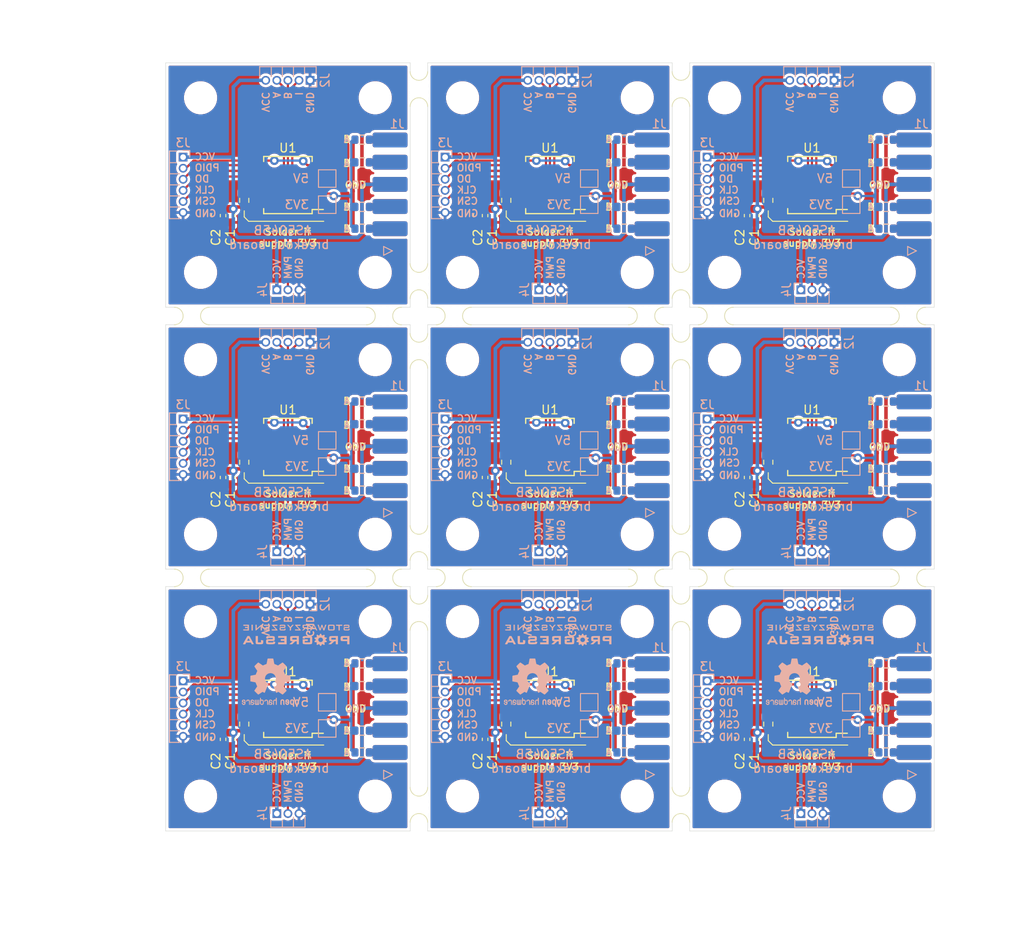
<source format=kicad_pcb>
(kicad_pcb (version 20171130) (host pcbnew 5.1.7-a382d34a8~87~ubuntu18.04.1)
  (layers (0 F.Cu signal) (31 B.Cu signal) (34 B.Paste user) (35 F.Paste user) (36 B.SilkS user) (37 F.SilkS user) (38 B.Mask user) (39 F.Mask user) (44 Edge.Cuts user))
  (net 0 "")
  (net 1 "Net-(J1-Pad10)")
  (net 2 "Net-(J1-Pad8)")
  (net 3 "Net-(J1-Pad4)")
  (net 4 "Net-(J1-Pad2)")
  (net 5 "Net-(J1-Pad9)")
  (net 6 "Net-(J1-Pad7)")
  (net 7 "Net-(J1-Pad3)")
  (net 8 "Net-(J1-Pad1)")
  (net 9 "Net-(U1-Pad14)")
  (net 10 "Net-(U1-Pad13)")
  (net 11 "Net-(U1-Pad5)")
  (net 12 "Net-(U1-Pad2)")
  (net 13 "Net-(U1-Pad1)")
  (net 14 GND)
  (net 15 +5V)
  (net 16 "Net-(R9-Pad1)")
  (net 17 /I)
  (net 18 /B)
  (net 19 /A)
  (net 20 /CSN)
  (net 21 /CLK)
  (net 22 /DO)
  (net 23 /PDIO)
  (net 24 /PWM)
  (module as5040_v2:PinHeader_1x05_P1.27mm_Horizontal (layer B.Cu) (at 166.54 64 90)
    (fp_text reference J2 (at 0 1.71 -90) (layer B.SilkS) (effects (justify mirror)))
    (fp_text value Conn_01x05_Male)
    (pad 1 thru_hole rect (at 0 0 90) (size 1 1) (drill 0.65) (layers *.Cu *.Mask))
    (pad 2 thru_hole oval (at 0 -1.27 90) (size 1 1) (drill 0.65) (layers *.Cu *.Mask))
    (pad 3 thru_hole oval (at 0 -2.54 90) (size 1 1) (drill 0.65) (layers *.Cu *.Mask))
    (pad 4 thru_hole oval (at 0 -3.81 90) (size 1 1) (drill 0.65) (layers *.Cu *.Mask))
    (pad 5 thru_hole oval (at 0 -5.08 90) (size 1 1) (drill 0.65) (layers *.Cu *.Mask))
  )
  (module as5040_v2:PinHeader_1x05_P1.27mm_Horizontal (layer B.Cu) (at 136.54 64 90)
    (fp_text reference J2 (at 0 1.71 -90) (layer B.SilkS) (effects (justify mirror)))
    (fp_text value Conn_01x05_Male)
    (pad 1 thru_hole rect (at 0 0 90) (size 1 1) (drill 0.65) (layers *.Cu *.Mask))
    (pad 2 thru_hole oval (at 0 -1.27 90) (size 1 1) (drill 0.65) (layers *.Cu *.Mask))
    (pad 3 thru_hole oval (at 0 -2.54 90) (size 1 1) (drill 0.65) (layers *.Cu *.Mask))
    (pad 4 thru_hole oval (at 0 -3.81 90) (size 1 1) (drill 0.65) (layers *.Cu *.Mask))
    (pad 5 thru_hole oval (at 0 -5.08 90) (size 1 1) (drill 0.65) (layers *.Cu *.Mask))
  )
  (module as5040_v2:IDC-Header_2x05_P2.54mm_Horizontal (layer B.Cu) (at 173.5 81)
    (fp_text reference J1 (at 3 -12) (layer B.SilkS) (effects (justify mirror)))
    (fp_text value Conn_02x05_Odd_Even)
    (pad 10 smd roundrect (at 2.2 -10.16) (size 4 1.7) (layers F.Cu B.Paste B.Mask) (roundrect_rratio 0.147))
    (pad 8 smd roundrect (at 2.2 -7.62) (size 4 1.7) (layers F.Cu B.Paste B.Mask) (roundrect_rratio 0.147))
    (pad 6 smd roundrect (at 2.2 -5.08) (size 4 1.7) (layers F.Cu B.Paste B.Mask) (roundrect_rratio 0.147))
    (pad 4 smd roundrect (at 2.2 -2.54) (size 4 1.7) (layers F.Cu B.Paste B.Mask) (roundrect_rratio 0.147))
    (pad 2 smd roundrect (at 2.2 0) (size 4 1.7) (layers F.Cu B.Paste B.Mask) (roundrect_rratio 0.147))
    (pad 9 smd roundrect (at 2.2 -10.16) (size 4 1.7) (layers B.Cu B.Paste B.Mask) (roundrect_rratio 0.147))
    (pad 7 smd roundrect (at 2.2 -7.62) (size 4 1.7) (layers B.Cu B.Paste B.Mask) (roundrect_rratio 0.147))
    (pad 5 smd roundrect (at 2.2 -5.08) (size 4 1.7) (layers B.Cu B.Paste B.Mask) (roundrect_rratio 0.147))
    (pad 3 smd roundrect (at 2.2 -2.54) (size 4 1.7) (layers B.Cu B.Paste B.Mask) (roundrect_rratio 0.147))
    (pad 1 smd roundrect (at 2.2 0) (size 4 1.7) (layers B.Cu B.Paste B.Mask) (roundrect_rratio 0.147))
  )
  (module MountingHole:MountingHole_3.2mm_M3 (layer F.Cu) (at 174 146)
    (fp_text reference REF** hide)
    (fp_text value MountingHole_3.2mm_M3 hide)
    (pad 1 np_thru_hole circle (at 0 0) (size 3.2 3.2) (drill 3.2) (layers *.Cu *.Mask))
  )
  (module Resistor_SMD:R_0603_1608Metric (layer B.Cu) (at 172.5 78.5)
    (fp_text reference R4 hide)
    (fp_text value 0R)
    (pad 2 smd roundrect (at 0.825 0) (size 0.8 0.95) (layers B.Cu B.Paste B.Mask))
    (pad 1 smd roundrect (at -0.825 0) (size 0.8 0.95) (layers B.Cu B.Paste B.Mask))
  )
  (module graphics:progresja_13.4x3.8mm (layer B.Cu) (at 165 127.5 180)
    (fp_text reference G*** hide)
    (fp_text value LOGO hide)
  )
  (module Resistor_SMD:R_0603_1608Metric (layer F.Cu) (at 172.5 133.4 180)
    (fp_text reference R8 hide)
    (fp_text value 0R)
    (pad 1 smd roundrect (at -0.825 0 180) (size 0.8 0.95) (layers F.Cu F.Paste F.Mask))
    (pad 2 smd roundrect (at 0.825 0 180) (size 0.8 0.95) (layers F.Cu F.Paste F.Mask))
  )
  (module MountingHole:MountingHole_3.2mm_M3 (layer F.Cu) (at 154 86)
    (fp_text reference REF** hide)
    (fp_text value MountingHole_3.2mm_M3 hide)
    (pad 1 np_thru_hole circle (at 0 0) (size 3.2 3.2) (drill 3.2) (layers *.Cu *.Mask))
  )
  (module MountingHole:MountingHole_3.2mm_M3 (layer F.Cu) (at 174 86)
    (fp_text reference REF** hide)
    (fp_text value MountingHole_3.2mm_M3 hide)
    (pad 1 np_thru_hole circle (at 0 0) (size 3.2 3.2) (drill 3.2) (layers *.Cu *.Mask))
  )
  (module Resistor_SMD:R_0603_1608Metric (layer F.Cu) (at 159 137.75 270)
    (fp_text reference R9 hide)
    (fp_text value 0R)
    (pad 2 smd roundrect (at 0.825 0 270) (size 0.8 0.95) (layers F.Cu F.Paste F.Mask))
    (pad 1 smd roundrect (at -0.825 0 270) (size 0.8 0.95) (layers F.Cu F.Paste F.Mask))
  )
  (module Resistor_SMD:R_0603_1608Metric (layer B.Cu) (at 172.5 81 180)
    (fp_text reference R2 hide)
    (fp_text value 0R)
    (pad 2 smd roundrect (at 0.825 0 180) (size 0.8 0.95) (layers B.Cu B.Paste B.Mask))
    (pad 1 smd roundrect (at -0.825 0 180) (size 0.8 0.95) (layers B.Cu B.Paste B.Mask))
  )
  (module Resistor_SMD:R_0603_1608Metric (layer F.Cu) (at 172.5 100.8)
    (fp_text reference R7 hide)
    (fp_text value 0R)
    (pad 2 smd roundrect (at 0.825 0) (size 0.8 0.95) (layers F.Cu F.Paste F.Mask))
    (pad 1 smd roundrect (at -0.825 0) (size 0.8 0.95) (layers F.Cu F.Paste F.Mask))
  )
  (module MountingHole:MountingHole_3.2mm_M3 (layer F.Cu) (at 154 126)
    (fp_text reference REF** hide)
    (fp_text value MountingHole_3.2mm_M3 hide)
    (pad 1 np_thru_hole circle (at 0 0) (size 3.2 3.2) (drill 3.2) (layers *.Cu *.Mask))
  )
  (module Resistor_SMD:R_0603_1608Metric (layer F.Cu) (at 172.5 70.8)
    (fp_text reference R7 hide)
    (fp_text value 0R)
    (pad 2 smd roundrect (at 0.825 0) (size 0.8 0.95) (layers F.Cu F.Paste F.Mask))
    (pad 1 smd roundrect (at -0.825 0) (size 0.8 0.95) (layers F.Cu F.Paste F.Mask))
  )
  (module Resistor_SMD:R_0603_1608Metric (layer B.Cu) (at 172.5 70.8)
    (fp_text reference R3 hide)
    (fp_text value 0R)
    (pad 2 smd roundrect (at 0.825 0) (size 0.8 0.95) (layers B.Cu B.Paste B.Mask))
    (pad 1 smd roundrect (at -0.825 0) (size 0.8 0.95) (layers B.Cu B.Paste B.Mask))
  )
  (module Resistor_SMD:R_0603_1608Metric (layer F.Cu) (at 159 77.75 270)
    (fp_text reference R9 hide)
    (fp_text value 0R)
    (pad 1 smd roundrect (at -0.825 0 270) (size 0.8 0.95) (layers F.Cu F.Paste F.Mask))
    (pad 2 smd roundrect (at 0.825 0 270) (size 0.8 0.95) (layers F.Cu F.Paste F.Mask))
  )
  (module Capacitor_SMD:C_0603_1608Metric (layer F.Cu) (at 157.4 109.5 90)
    (fp_text reference C1 (at -2.5 0 90) (layer F.SilkS))
    (fp_text value 0.1uF)
    (pad 2 smd roundrect (at 0.775 0 90) (size 0.9 0.95) (layers F.Cu F.Paste F.Mask))
    (pad 1 smd roundrect (at -0.775 0 90) (size 0.9 0.95) (layers F.Cu F.Paste F.Mask))
  )
  (module Package_SO:SSOP-16_5.3x6.2mm_P0.65mm (layer F.Cu) (at 164 76 180)
    (fp_text reference U1 (at 0 4.25) (layer F.SilkS))
    (fp_text value AS5045B hide)
    (pad 16 smd rect (at 3.45 -2.275 180) (size 1.2 0.4) (layers F.Cu F.Paste F.Mask))
    (pad 15 smd rect (at 3.45 -1.625 180) (size 1.2 0.4) (layers F.Cu F.Paste F.Mask))
    (pad 14 smd rect (at 3.45 -0.975 180) (size 1.2 0.4) (layers F.Cu F.Paste F.Mask))
    (pad 13 smd rect (at 3.45 -0.325 180) (size 1.2 0.4) (layers F.Cu F.Paste F.Mask))
    (pad 12 smd rect (at 3.45 0.325 180) (size 1.2 0.4) (layers F.Cu F.Paste F.Mask))
    (pad 11 smd rect (at 3.45 0.975 180) (size 1.2 0.4) (layers F.Cu F.Paste F.Mask))
    (pad 10 smd rect (at 3.45 1.625 180) (size 1.2 0.4) (layers F.Cu F.Paste F.Mask))
    (pad 9 smd rect (at 3.45 2.275 180) (size 1.2 0.4) (layers F.Cu F.Paste F.Mask))
    (pad 8 smd rect (at -3.45 2.275 180) (size 1.2 0.4) (layers F.Cu F.Paste F.Mask))
    (pad 7 smd rect (at -3.45 1.625 180) (size 1.2 0.4) (layers F.Cu F.Paste F.Mask))
    (pad 6 smd rect (at -3.45 0.975 180) (size 1.2 0.4) (layers F.Cu F.Paste F.Mask))
    (pad 5 smd rect (at -3.45 0.325 180) (size 1.2 0.4) (layers F.Cu F.Paste F.Mask))
    (pad 4 smd rect (at -3.45 -0.325 180) (size 1.2 0.4) (layers F.Cu F.Paste F.Mask))
    (pad 3 smd rect (at -3.45 -0.975 180) (size 1.2 0.4) (layers F.Cu F.Paste F.Mask))
    (pad 2 smd rect (at -3.45 -1.625 180) (size 1.2 0.4) (layers F.Cu F.Paste F.Mask))
    (pad 1 smd rect (at -3.45 -2.275 180) (size 1.2 0.4) (layers F.Cu F.Paste F.Mask))
  )
  (module Capacitor_SMD:C_0603_1608Metric (layer F.Cu) (at 157.4 79.5 90)
    (fp_text reference C1 (at -2.5 0 90) (layer F.SilkS))
    (fp_text value 0.1uF)
    (pad 2 smd roundrect (at 0.775 0 90) (size 0.9 0.95) (layers F.Cu F.Paste F.Mask))
    (pad 1 smd roundrect (at -0.775 0 90) (size 0.9 0.95) (layers F.Cu F.Paste F.Mask))
  )
  (module as5040_v2:mouse-bite-2mm-slot (layer F.Cu) (at 175 121)
    (fp_text reference mouse-bite-2mm-slot hide)
    (fp_text value VAL** hide)
    (pad "" np_thru_hole circle (at 0 -0.75) (size 0.5 0.5) (drill 0.5) (layers *.Cu *.Mask))
    (pad "" np_thru_hole circle (at 0 0.75) (size 0.5 0.5) (drill 0.5) (layers *.Cu *.Mask))
    (pad "" np_thru_hole circle (at 0.75 -0.75) (size 0.5 0.5) (drill 0.5) (layers *.Cu *.Mask))
    (pad "" np_thru_hole circle (at -0.75 -0.75) (size 0.5 0.5) (drill 0.5) (layers *.Cu *.Mask))
    (pad "" np_thru_hole circle (at -0.75 0.75) (size 0.5 0.5) (drill 0.5) (layers *.Cu *.Mask))
    (pad "" np_thru_hole circle (at 0.75 0.75) (size 0.5 0.5) (drill 0.5) (layers *.Cu *.Mask))
  )
  (module Capacitor_SMD:C_0603_1608Metric (layer F.Cu) (at 155.75 79.5 90)
    (fp_text reference C2 (at -2.5 0 90) (layer F.SilkS))
    (fp_text value 1uF)
    (pad 2 smd roundrect (at 0.775 0 90) (size 0.9 0.95) (layers F.Cu F.Paste F.Mask))
    (pad 1 smd roundrect (at -0.775 0 90) (size 0.9 0.95) (layers F.Cu F.Paste F.Mask))
  )
  (module Resistor_SMD:R_0603_1608Metric (layer B.Cu) (at 172.5 138.5)
    (fp_text reference R4 hide)
    (fp_text value 0R)
    (pad 1 smd roundrect (at -0.825 0) (size 0.8 0.95) (layers B.Cu B.Paste B.Mask))
    (pad 2 smd roundrect (at 0.825 0) (size 0.8 0.95) (layers B.Cu B.Paste B.Mask))
  )
  (module Resistor_SMD:R_0603_1608Metric (layer F.Cu) (at 172.5 141 180)
    (fp_text reference R6 hide)
    (fp_text value 0R)
    (pad 1 smd roundrect (at -0.825 0 180) (size 0.8 0.95) (layers F.Cu F.Paste F.Mask))
    (pad 2 smd roundrect (at 0.825 0 180) (size 0.8 0.95) (layers F.Cu F.Paste F.Mask))
  )
  (module Resistor_SMD:R_0603_1608Metric (layer B.Cu) (at 172.5 111 180)
    (fp_text reference R2 hide)
    (fp_text value 0R)
    (pad 2 smd roundrect (at 0.825 0 180) (size 0.8 0.95) (layers B.Cu B.Paste B.Mask))
    (pad 1 smd roundrect (at -0.825 0 180) (size 0.8 0.95) (layers B.Cu B.Paste B.Mask))
  )
  (module as5040_v2:PinHeader_1x06_P1.27mm_Horizontal (layer B.Cu) (at 152 102.8 180)
    (fp_text reference J3 (at 0 1.635) (layer B.SilkS) (effects (justify mirror)))
    (fp_text value Conn_01x06_Male)
    (pad 6 thru_hole oval (at 0 -6.35 180) (size 1 1) (drill 0.65) (layers *.Cu *.Mask))
    (pad 5 thru_hole oval (at 0 -5.08 180) (size 1 1) (drill 0.65) (layers *.Cu *.Mask))
    (pad 4 thru_hole oval (at 0 -3.81 180) (size 1 1) (drill 0.65) (layers *.Cu *.Mask))
    (pad 3 thru_hole oval (at 0 -2.54 180) (size 1 1) (drill 0.65) (layers *.Cu *.Mask))
    (pad 2 thru_hole oval (at 0 -1.27 180) (size 1 1) (drill 0.65) (layers *.Cu *.Mask))
    (pad 1 thru_hole rect (at 0 0 180) (size 1 1) (drill 0.65) (layers *.Cu *.Mask))
  )
  (module Resistor_SMD:R_0603_1608Metric (layer B.Cu) (at 172.5 141 180)
    (fp_text reference R2 hide)
    (fp_text value 0R)
    (pad 1 smd roundrect (at -0.825 0 180) (size 0.8 0.95) (layers B.Cu B.Paste B.Mask))
    (pad 2 smd roundrect (at 0.825 0 180) (size 0.8 0.95) (layers B.Cu B.Paste B.Mask))
  )
  (module as5040_v2:mouse-bite-2mm-slot (layer F.Cu) (at 153 91)
    (fp_text reference mouse-bite-2mm-slot hide)
    (fp_text value VAL** hide)
    (pad "" np_thru_hole circle (at 0.75 0.75) (size 0.5 0.5) (drill 0.5) (layers *.Cu *.Mask))
    (pad "" np_thru_hole circle (at -0.75 0.75) (size 0.5 0.5) (drill 0.5) (layers *.Cu *.Mask))
    (pad "" np_thru_hole circle (at -0.75 -0.75) (size 0.5 0.5) (drill 0.5) (layers *.Cu *.Mask))
    (pad "" np_thru_hole circle (at 0.75 -0.75) (size 0.5 0.5) (drill 0.5) (layers *.Cu *.Mask))
    (pad "" np_thru_hole circle (at 0 0.75) (size 0.5 0.5) (drill 0.5) (layers *.Cu *.Mask))
    (pad "" np_thru_hole circle (at 0 -0.75) (size 0.5 0.5) (drill 0.5) (layers *.Cu *.Mask))
  )
  (module Resistor_SMD:R_0603_1608Metric (layer B.Cu) (at 172.5 100.8)
    (fp_text reference R3 hide)
    (fp_text value 0R)
    (pad 2 smd roundrect (at 0.825 0) (size 0.8 0.95) (layers B.Cu B.Paste B.Mask))
    (pad 1 smd roundrect (at -0.825 0) (size 0.8 0.95) (layers B.Cu B.Paste B.Mask))
  )
  (module as5040_v2:PinHeader_1x03_P1.27mm_Horizontal (layer B.Cu) (at 162.73 118 270)
    (fp_text reference J4 (at 0 1.635 90) (layer B.SilkS) (effects (justify mirror)))
    (fp_text value Conn_01x03_Male)
    (pad 3 thru_hole oval (at 0 -2.54 270) (size 1 1) (drill 0.65) (layers *.Cu *.Mask))
    (pad 2 thru_hole oval (at 0 -1.27 270) (size 1 1) (drill 0.65) (layers *.Cu *.Mask))
    (pad 1 thru_hole rect (at 0 0 270) (size 1 1) (drill 0.65) (layers *.Cu *.Mask))
  )
  (module MountingHole:MountingHole_3.2mm_M3 (layer F.Cu) (at 174 66)
    (fp_text reference REF** hide)
    (fp_text value MountingHole_3.2mm_M3 hide)
    (pad 1 np_thru_hole circle (at 0 0) (size 3.2 3.2) (drill 3.2) (layers *.Cu *.Mask))
  )
  (module as5040_v2:mouse-bite-2mm-slot (layer F.Cu) (at 153 121)
    (fp_text reference mouse-bite-2mm-slot hide)
    (fp_text value VAL** hide)
    (pad "" np_thru_hole circle (at 0 -0.75) (size 0.5 0.5) (drill 0.5) (layers *.Cu *.Mask))
    (pad "" np_thru_hole circle (at 0 0.75) (size 0.5 0.5) (drill 0.5) (layers *.Cu *.Mask))
    (pad "" np_thru_hole circle (at 0.75 -0.75) (size 0.5 0.5) (drill 0.5) (layers *.Cu *.Mask))
    (pad "" np_thru_hole circle (at -0.75 -0.75) (size 0.5 0.5) (drill 0.5) (layers *.Cu *.Mask))
    (pad "" np_thru_hole circle (at -0.75 0.75) (size 0.5 0.5) (drill 0.5) (layers *.Cu *.Mask))
    (pad "" np_thru_hole circle (at 0.75 0.75) (size 0.5 0.5) (drill 0.5) (layers *.Cu *.Mask))
  )
  (module Resistor_SMD:R_0603_1608Metric (layer F.Cu) (at 172.5 81 180)
    (fp_text reference R6 hide)
    (fp_text value 0R)
    (pad 2 smd roundrect (at 0.825 0 180) (size 0.8 0.95) (layers F.Cu F.Paste F.Mask))
    (pad 1 smd roundrect (at -0.825 0 180) (size 0.8 0.95) (layers F.Cu F.Paste F.Mask))
  )
  (module MountingHole:MountingHole_3.2mm_M3 (layer F.Cu) (at 154 96)
    (fp_text reference REF** hide)
    (fp_text value MountingHole_3.2mm_M3 hide)
    (pad 1 np_thru_hole circle (at 0 0) (size 3.2 3.2) (drill 3.2) (layers *.Cu *.Mask))
  )
  (module MountingHole:MountingHole_3.2mm_M3 (layer F.Cu) (at 154 116)
    (fp_text reference REF** hide)
    (fp_text value MountingHole_3.2mm_M3 hide)
    (pad 1 np_thru_hole circle (at 0 0) (size 3.2 3.2) (drill 3.2) (layers *.Cu *.Mask))
  )
  (module Resistor_SMD:R_0603_1608Metric (layer B.Cu) (at 172.5 108.5)
    (fp_text reference R4 hide)
    (fp_text value 0R)
    (pad 2 smd roundrect (at 0.825 0) (size 0.8 0.95) (layers B.Cu B.Paste B.Mask))
    (pad 1 smd roundrect (at -0.825 0) (size 0.8 0.95) (layers B.Cu B.Paste B.Mask))
  )
  (module Capacitor_SMD:C_0603_1608Metric (layer F.Cu) (at 155.75 139.5 90)
    (fp_text reference C2 (at -2.5 0 90) (layer F.SilkS))
    (fp_text value 1uF)
    (pad 1 smd roundrect (at -0.775 0 90) (size 0.9 0.95) (layers F.Cu F.Paste F.Mask))
    (pad 2 smd roundrect (at 0.775 0 90) (size 0.9 0.95) (layers F.Cu F.Paste F.Mask))
  )
  (module Resistor_SMD:R_0603_1608Metric (layer B.Cu) (at 172.5 130.8)
    (fp_text reference R3 hide)
    (fp_text value 0R)
    (pad 1 smd roundrect (at -0.825 0) (size 0.8 0.95) (layers B.Cu B.Paste B.Mask))
    (pad 2 smd roundrect (at 0.825 0) (size 0.8 0.95) (layers B.Cu B.Paste B.Mask))
  )
  (module Resistor_SMD:R_0603_1608Metric (layer F.Cu) (at 172.5 138.5)
    (fp_text reference R5 hide)
    (fp_text value 0R)
    (pad 1 smd roundrect (at -0.825 0) (size 0.8 0.95) (layers F.Cu F.Paste F.Mask))
    (pad 2 smd roundrect (at 0.825 0) (size 0.8 0.95) (layers F.Cu F.Paste F.Mask))
  )
  (module Capacitor_SMD:C_0603_1608Metric (layer F.Cu) (at 155.75 109.5 90)
    (fp_text reference C2 (at -2.5 0 90) (layer F.SilkS))
    (fp_text value 1uF)
    (pad 2 smd roundrect (at 0.775 0 90) (size 0.9 0.95) (layers F.Cu F.Paste F.Mask))
    (pad 1 smd roundrect (at -0.775 0 90) (size 0.9 0.95) (layers F.Cu F.Paste F.Mask))
  )
  (module as5040_v2:IDC-Header_2x05_P2.54mm_Horizontal (layer B.Cu) (at 173.5 141)
    (fp_text reference J1 (at 3 -12) (layer B.SilkS) (effects (justify mirror)))
    (fp_text value Conn_02x05_Odd_Even)
    (pad 1 smd roundrect (at 2.2 0) (size 4 1.7) (layers B.Cu B.Paste B.Mask) (roundrect_rratio 0.147))
    (pad 3 smd roundrect (at 2.2 -2.54) (size 4 1.7) (layers B.Cu B.Paste B.Mask) (roundrect_rratio 0.147))
    (pad 5 smd roundrect (at 2.2 -5.08) (size 4 1.7) (layers B.Cu B.Paste B.Mask) (roundrect_rratio 0.147))
    (pad 7 smd roundrect (at 2.2 -7.62) (size 4 1.7) (layers B.Cu B.Paste B.Mask) (roundrect_rratio 0.147))
    (pad 9 smd roundrect (at 2.2 -10.16) (size 4 1.7) (layers B.Cu B.Paste B.Mask) (roundrect_rratio 0.147))
    (pad 2 smd roundrect (at 2.2 0) (size 4 1.7) (layers F.Cu B.Paste B.Mask) (roundrect_rratio 0.147))
    (pad 4 smd roundrect (at 2.2 -2.54) (size 4 1.7) (layers F.Cu B.Paste B.Mask) (roundrect_rratio 0.147))
    (pad 6 smd roundrect (at 2.2 -5.08) (size 4 1.7) (layers F.Cu B.Paste B.Mask) (roundrect_rratio 0.147))
    (pad 8 smd roundrect (at 2.2 -7.62) (size 4 1.7) (layers F.Cu B.Paste B.Mask) (roundrect_rratio 0.147))
    (pad 10 smd roundrect (at 2.2 -10.16) (size 4 1.7) (layers F.Cu B.Paste B.Mask) (roundrect_rratio 0.147))
  )
  (module as5040_v2:PinHeader_1x03_P1.27mm_Horizontal (layer B.Cu) (at 162.73 88 270)
    (fp_text reference J4 (at 0 1.635 90) (layer B.SilkS) (effects (justify mirror)))
    (fp_text value Conn_01x03_Male)
    (pad 3 thru_hole oval (at 0 -2.54 270) (size 1 1) (drill 0.65) (layers *.Cu *.Mask))
    (pad 2 thru_hole oval (at 0 -1.27 270) (size 1 1) (drill 0.65) (layers *.Cu *.Mask))
    (pad 1 thru_hole rect (at 0 0 270) (size 1 1) (drill 0.65) (layers *.Cu *.Mask))
  )
  (module Resistor_SMD:R_0603_1608Metric (layer F.Cu) (at 172.5 103.4 180)
    (fp_text reference R8 hide)
    (fp_text value 0R)
    (pad 2 smd roundrect (at 0.825 0 180) (size 0.8 0.95) (layers F.Cu F.Paste F.Mask))
    (pad 1 smd roundrect (at -0.825 0 180) (size 0.8 0.95) (layers F.Cu F.Paste F.Mask))
  )
  (module Resistor_SMD:R_0603_1608Metric (layer F.Cu) (at 172.5 111 180)
    (fp_text reference R6 hide)
    (fp_text value 0R)
    (pad 2 smd roundrect (at 0.825 0 180) (size 0.8 0.95) (layers F.Cu F.Paste F.Mask))
    (pad 1 smd roundrect (at -0.825 0 180) (size 0.8 0.95) (layers F.Cu F.Paste F.Mask))
  )
  (module Resistor_SMD:R_0603_1608Metric (layer F.Cu) (at 159 107.75 270)
    (fp_text reference R9 hide)
    (fp_text value 0R)
    (pad 1 smd roundrect (at -0.825 0 270) (size 0.8 0.95) (layers F.Cu F.Paste F.Mask))
    (pad 2 smd roundrect (at 0.825 0 270) (size 0.8 0.95) (layers F.Cu F.Paste F.Mask))
  )
  (module Resistor_SMD:R_0603_1608Metric (layer B.Cu) (at 172.5 133.4 180)
    (fp_text reference R1 hide)
    (fp_text value 0R)
    (pad 1 smd roundrect (at -0.825 0 180) (size 0.8 0.95) (layers B.Cu B.Paste B.Mask))
    (pad 2 smd roundrect (at 0.825 0 180) (size 0.8 0.95) (layers B.Cu B.Paste B.Mask))
  )
  (module Resistor_SMD:R_0603_1608Metric (layer F.Cu) (at 172.5 130.8)
    (fp_text reference R7 hide)
    (fp_text value 0R)
    (pad 1 smd roundrect (at -0.825 0) (size 0.8 0.95) (layers F.Cu F.Paste F.Mask))
    (pad 2 smd roundrect (at 0.825 0) (size 0.8 0.95) (layers F.Cu F.Paste F.Mask))
  )
  (module Resistor_SMD:R_0603_1608Metric (layer F.Cu) (at 172.5 108.5)
    (fp_text reference R5 hide)
    (fp_text value 0R)
    (pad 2 smd roundrect (at 0.825 0) (size 0.8 0.95) (layers F.Cu F.Paste F.Mask))
    (pad 1 smd roundrect (at -0.825 0) (size 0.8 0.95) (layers F.Cu F.Paste F.Mask))
  )
  (module MountingHole:MountingHole_3.2mm_M3 (layer F.Cu) (at 154 146)
    (fp_text reference REF** hide)
    (fp_text value MountingHole_3.2mm_M3 hide)
    (pad 1 np_thru_hole circle (at 0 0) (size 3.2 3.2) (drill 3.2) (layers *.Cu *.Mask))
  )
  (module Resistor_SMD:R_0603_1608Metric (layer B.Cu) (at 172.5 103.4 180)
    (fp_text reference R1 hide)
    (fp_text value 0R)
    (pad 2 smd roundrect (at 0.825 0 180) (size 0.8 0.95) (layers B.Cu B.Paste B.Mask))
    (pad 1 smd roundrect (at -0.825 0 180) (size 0.8 0.95) (layers B.Cu B.Paste B.Mask))
  )
  (module Package_SO:SSOP-16_5.3x6.2mm_P0.65mm (layer F.Cu) (at 164 136 180)
    (fp_text reference U1 (at 0 4.25) (layer F.SilkS))
    (fp_text value AS5045B hide)
    (pad 1 smd rect (at -3.45 -2.275 180) (size 1.2 0.4) (layers F.Cu F.Paste F.Mask))
    (pad 2 smd rect (at -3.45 -1.625 180) (size 1.2 0.4) (layers F.Cu F.Paste F.Mask))
    (pad 3 smd rect (at -3.45 -0.975 180) (size 1.2 0.4) (layers F.Cu F.Paste F.Mask))
    (pad 4 smd rect (at -3.45 -0.325 180) (size 1.2 0.4) (layers F.Cu F.Paste F.Mask))
    (pad 5 smd rect (at -3.45 0.325 180) (size 1.2 0.4) (layers F.Cu F.Paste F.Mask))
    (pad 6 smd rect (at -3.45 0.975 180) (size 1.2 0.4) (layers F.Cu F.Paste F.Mask))
    (pad 7 smd rect (at -3.45 1.625 180) (size 1.2 0.4) (layers F.Cu F.Paste F.Mask))
    (pad 8 smd rect (at -3.45 2.275 180) (size 1.2 0.4) (layers F.Cu F.Paste F.Mask))
    (pad 9 smd rect (at 3.45 2.275 180) (size 1.2 0.4) (layers F.Cu F.Paste F.Mask))
    (pad 10 smd rect (at 3.45 1.625 180) (size 1.2 0.4) (layers F.Cu F.Paste F.Mask))
    (pad 11 smd rect (at 3.45 0.975 180) (size 1.2 0.4) (layers F.Cu F.Paste F.Mask))
    (pad 12 smd rect (at 3.45 0.325 180) (size 1.2 0.4) (layers F.Cu F.Paste F.Mask))
    (pad 13 smd rect (at 3.45 -0.325 180) (size 1.2 0.4) (layers F.Cu F.Paste F.Mask))
    (pad 14 smd rect (at 3.45 -0.975 180) (size 1.2 0.4) (layers F.Cu F.Paste F.Mask))
    (pad 15 smd rect (at 3.45 -1.625 180) (size 1.2 0.4) (layers F.Cu F.Paste F.Mask))
    (pad 16 smd rect (at 3.45 -2.275 180) (size 1.2 0.4) (layers F.Cu F.Paste F.Mask))
  )
  (module Package_SO:SSOP-16_5.3x6.2mm_P0.65mm (layer F.Cu) (at 164 106 180)
    (fp_text reference U1 (at 0 4.25) (layer F.SilkS))
    (fp_text value AS5045B hide)
    (pad 16 smd rect (at 3.45 -2.275 180) (size 1.2 0.4) (layers F.Cu F.Paste F.Mask))
    (pad 15 smd rect (at 3.45 -1.625 180) (size 1.2 0.4) (layers F.Cu F.Paste F.Mask))
    (pad 14 smd rect (at 3.45 -0.975 180) (size 1.2 0.4) (layers F.Cu F.Paste F.Mask))
    (pad 13 smd rect (at 3.45 -0.325 180) (size 1.2 0.4) (layers F.Cu F.Paste F.Mask))
    (pad 12 smd rect (at 3.45 0.325 180) (size 1.2 0.4) (layers F.Cu F.Paste F.Mask))
    (pad 11 smd rect (at 3.45 0.975 180) (size 1.2 0.4) (layers F.Cu F.Paste F.Mask))
    (pad 10 smd rect (at 3.45 1.625 180) (size 1.2 0.4) (layers F.Cu F.Paste F.Mask))
    (pad 9 smd rect (at 3.45 2.275 180) (size 1.2 0.4) (layers F.Cu F.Paste F.Mask))
    (pad 8 smd rect (at -3.45 2.275 180) (size 1.2 0.4) (layers F.Cu F.Paste F.Mask))
    (pad 7 smd rect (at -3.45 1.625 180) (size 1.2 0.4) (layers F.Cu F.Paste F.Mask))
    (pad 6 smd rect (at -3.45 0.975 180) (size 1.2 0.4) (layers F.Cu F.Paste F.Mask))
    (pad 5 smd rect (at -3.45 0.325 180) (size 1.2 0.4) (layers F.Cu F.Paste F.Mask))
    (pad 4 smd rect (at -3.45 -0.325 180) (size 1.2 0.4) (layers F.Cu F.Paste F.Mask))
    (pad 3 smd rect (at -3.45 -0.975 180) (size 1.2 0.4) (layers F.Cu F.Paste F.Mask))
    (pad 2 smd rect (at -3.45 -1.625 180) (size 1.2 0.4) (layers F.Cu F.Paste F.Mask))
    (pad 1 smd rect (at -3.45 -2.275 180) (size 1.2 0.4) (layers F.Cu F.Paste F.Mask))
  )
  (module MountingHole:MountingHole_3.2mm_M3 (layer F.Cu) (at 174 126)
    (fp_text reference REF** hide)
    (fp_text value MountingHole_3.2mm_M3 hide)
    (pad 1 np_thru_hole circle (at 0 0) (size 3.2 3.2) (drill 3.2) (layers *.Cu *.Mask))
  )
  (module as5040_v2:PinHeader_1x06_P1.27mm_Horizontal (layer B.Cu) (at 152 72.8 180)
    (fp_text reference J3 (at 0 1.635) (layer B.SilkS) (effects (justify mirror)))
    (fp_text value Conn_01x06_Male)
    (pad 6 thru_hole oval (at 0 -6.35 180) (size 1 1) (drill 0.65) (layers *.Cu *.Mask))
    (pad 5 thru_hole oval (at 0 -5.08 180) (size 1 1) (drill 0.65) (layers *.Cu *.Mask))
    (pad 4 thru_hole oval (at 0 -3.81 180) (size 1 1) (drill 0.65) (layers *.Cu *.Mask))
    (pad 3 thru_hole oval (at 0 -2.54 180) (size 1 1) (drill 0.65) (layers *.Cu *.Mask))
    (pad 2 thru_hole oval (at 0 -1.27 180) (size 1 1) (drill 0.65) (layers *.Cu *.Mask))
    (pad 1 thru_hole rect (at 0 0 180) (size 1 1) (drill 0.65) (layers *.Cu *.Mask))
  )
  (module Resistor_SMD:R_0603_1608Metric (layer B.Cu) (at 172.5 73.4 180)
    (fp_text reference R1 hide)
    (fp_text value 0R)
    (pad 2 smd roundrect (at 0.825 0 180) (size 0.8 0.95) (layers B.Cu B.Paste B.Mask))
    (pad 1 smd roundrect (at -0.825 0 180) (size 0.8 0.95) (layers B.Cu B.Paste B.Mask))
  )
  (module Capacitor_SMD:C_0603_1608Metric (layer F.Cu) (at 157.4 139.5 90)
    (fp_text reference C1 (at -2.5 0 90) (layer F.SilkS))
    (fp_text value 0.1uF)
    (pad 1 smd roundrect (at -0.775 0 90) (size 0.9 0.95) (layers F.Cu F.Paste F.Mask))
    (pad 2 smd roundrect (at 0.775 0 90) (size 0.9 0.95) (layers F.Cu F.Paste F.Mask))
  )
  (module Resistor_SMD:R_0603_1608Metric (layer F.Cu) (at 172.5 73.4 180)
    (fp_text reference R8 hide)
    (fp_text value 0R)
    (pad 2 smd roundrect (at 0.825 0 180) (size 0.8 0.95) (layers F.Cu F.Paste F.Mask))
    (pad 1 smd roundrect (at -0.825 0 180) (size 0.8 0.95) (layers F.Cu F.Paste F.Mask))
  )
  (module Resistor_SMD:R_0603_1608Metric (layer F.Cu) (at 172.5 78.5)
    (fp_text reference R5 hide)
    (fp_text value 0R)
    (pad 2 smd roundrect (at 0.825 0) (size 0.8 0.95) (layers F.Cu F.Paste F.Mask))
    (pad 1 smd roundrect (at -0.825 0) (size 0.8 0.95) (layers F.Cu F.Paste F.Mask))
  )
  (module MountingHole:MountingHole_3.2mm_M3 (layer F.Cu) (at 174 96)
    (fp_text reference REF** hide)
    (fp_text value MountingHole_3.2mm_M3 hide)
    (pad 1 np_thru_hole circle (at 0 0) (size 3.2 3.2) (drill 3.2) (layers *.Cu *.Mask))
  )
  (module MountingHole:MountingHole_3.2mm_M3 (layer F.Cu) (at 154 66)
    (fp_text reference REF** hide)
    (fp_text value MountingHole_3.2mm_M3 hide)
    (pad 1 np_thru_hole circle (at 0 0) (size 3.2 3.2) (drill 3.2) (layers *.Cu *.Mask))
  )
  (module MountingHole:MountingHole_3.2mm_M3 (layer F.Cu) (at 174 116)
    (fp_text reference REF** hide)
    (fp_text value MountingHole_3.2mm_M3 hide)
    (pad 1 np_thru_hole circle (at 0 0) (size 3.2 3.2) (drill 3.2) (layers *.Cu *.Mask))
  )
  (module as5040_v2:IDC-Header_2x05_P2.54mm_Horizontal (layer B.Cu) (at 173.5 111)
    (fp_text reference J1 (at 3 -12) (layer B.SilkS) (effects (justify mirror)))
    (fp_text value Conn_02x05_Odd_Even)
    (pad 10 smd roundrect (at 2.2 -10.16) (size 4 1.7) (layers F.Cu B.Paste B.Mask) (roundrect_rratio 0.147))
    (pad 8 smd roundrect (at 2.2 -7.62) (size 4 1.7) (layers F.Cu B.Paste B.Mask) (roundrect_rratio 0.147))
    (pad 6 smd roundrect (at 2.2 -5.08) (size 4 1.7) (layers F.Cu B.Paste B.Mask) (roundrect_rratio 0.147))
    (pad 4 smd roundrect (at 2.2 -2.54) (size 4 1.7) (layers F.Cu B.Paste B.Mask) (roundrect_rratio 0.147))
    (pad 2 smd roundrect (at 2.2 0) (size 4 1.7) (layers F.Cu B.Paste B.Mask) (roundrect_rratio 0.147))
    (pad 9 smd roundrect (at 2.2 -10.16) (size 4 1.7) (layers B.Cu B.Paste B.Mask) (roundrect_rratio 0.147))
    (pad 7 smd roundrect (at 2.2 -7.62) (size 4 1.7) (layers B.Cu B.Paste B.Mask) (roundrect_rratio 0.147))
    (pad 5 smd roundrect (at 2.2 -5.08) (size 4 1.7) (layers B.Cu B.Paste B.Mask) (roundrect_rratio 0.147))
    (pad 3 smd roundrect (at 2.2 -2.54) (size 4 1.7) (layers B.Cu B.Paste B.Mask) (roundrect_rratio 0.147))
    (pad 1 smd roundrect (at 2.2 0) (size 4 1.7) (layers B.Cu B.Paste B.Mask) (roundrect_rratio 0.147))
  )
  (module as5040_v2:mouse-bite-2mm-slot (layer F.Cu) (at 175 91)
    (fp_text reference mouse-bite-2mm-slot hide)
    (fp_text value VAL** hide)
    (pad "" np_thru_hole circle (at 0.75 0.75) (size 0.5 0.5) (drill 0.5) (layers *.Cu *.Mask))
    (pad "" np_thru_hole circle (at -0.75 0.75) (size 0.5 0.5) (drill 0.5) (layers *.Cu *.Mask))
    (pad "" np_thru_hole circle (at -0.75 -0.75) (size 0.5 0.5) (drill 0.5) (layers *.Cu *.Mask))
    (pad "" np_thru_hole circle (at 0.75 -0.75) (size 0.5 0.5) (drill 0.5) (layers *.Cu *.Mask))
    (pad "" np_thru_hole circle (at 0 0.75) (size 0.5 0.5) (drill 0.5) (layers *.Cu *.Mask))
    (pad "" np_thru_hole circle (at 0 -0.75) (size 0.5 0.5) (drill 0.5) (layers *.Cu *.Mask))
  )
  (module as5040_v2:PinHeader_1x03_P1.27mm_Horizontal (layer B.Cu) (at 162.73 148 270)
    (fp_text reference J4 (at 0 1.635 90) (layer B.SilkS) (effects (justify mirror)))
    (fp_text value Conn_01x03_Male)
    (pad 1 thru_hole rect (at 0 0 270) (size 1 1) (drill 0.65) (layers *.Cu *.Mask))
    (pad 2 thru_hole oval (at 0 -1.27 270) (size 1 1) (drill 0.65) (layers *.Cu *.Mask))
    (pad 3 thru_hole oval (at 0 -2.54 270) (size 1 1) (drill 0.65) (layers *.Cu *.Mask))
  )
  (module as5040_v2:PinHeader_1x06_P1.27mm_Horizontal (layer B.Cu) (at 152 132.8 180)
    (fp_text reference J3 (at 0 1.635) (layer B.SilkS) (effects (justify mirror)))
    (fp_text value Conn_01x06_Male)
    (pad 1 thru_hole rect (at 0 0 180) (size 1 1) (drill 0.65) (layers *.Cu *.Mask))
    (pad 2 thru_hole oval (at 0 -1.27 180) (size 1 1) (drill 0.65) (layers *.Cu *.Mask))
    (pad 3 thru_hole oval (at 0 -2.54 180) (size 1 1) (drill 0.65) (layers *.Cu *.Mask))
    (pad 4 thru_hole oval (at 0 -3.81 180) (size 1 1) (drill 0.65) (layers *.Cu *.Mask))
    (pad 5 thru_hole oval (at 0 -5.08 180) (size 1 1) (drill 0.65) (layers *.Cu *.Mask))
    (pad 6 thru_hole oval (at 0 -6.35 180) (size 1 1) (drill 0.65) (layers *.Cu *.Mask))
  )
  (module as5040_v2:PinHeader_1x05_P1.27mm_Horizontal (layer B.Cu) (at 166.54 124 90)
    (fp_text reference J2 (at 0 1.71 -90) (layer B.SilkS) (effects (justify mirror)))
    (fp_text value Conn_01x05_Male)
    (pad 5 thru_hole oval (at 0 -5.08 90) (size 1 1) (drill 0.65) (layers *.Cu *.Mask))
    (pad 4 thru_hole oval (at 0 -3.81 90) (size 1 1) (drill 0.65) (layers *.Cu *.Mask))
    (pad 3 thru_hole oval (at 0 -2.54 90) (size 1 1) (drill 0.65) (layers *.Cu *.Mask))
    (pad 2 thru_hole oval (at 0 -1.27 90) (size 1 1) (drill 0.65) (layers *.Cu *.Mask))
    (pad 1 thru_hole rect (at 0 0 90) (size 1 1) (drill 0.65) (layers *.Cu *.Mask))
  )
  (module Symbol:OSHW-Logo2_7.3x6mm_SilkScreen (layer B.Cu) (at 162 133 180)
    (fp_text reference REF** hide)
    (fp_text value OSHW-Logo2_7.3x6mm_SilkScreen hide)
  )
  (module as5040_v2:PinHeader_1x05_P1.27mm_Horizontal (layer B.Cu) (at 166.54 94 90)
    (fp_text reference J2 (at 0 1.71 -90) (layer B.SilkS) (effects (justify mirror)))
    (fp_text value Conn_01x05_Male)
    (pad 1 thru_hole rect (at 0 0 90) (size 1 1) (drill 0.65) (layers *.Cu *.Mask))
    (pad 2 thru_hole oval (at 0 -1.27 90) (size 1 1) (drill 0.65) (layers *.Cu *.Mask))
    (pad 3 thru_hole oval (at 0 -2.54 90) (size 1 1) (drill 0.65) (layers *.Cu *.Mask))
    (pad 4 thru_hole oval (at 0 -3.81 90) (size 1 1) (drill 0.65) (layers *.Cu *.Mask))
    (pad 5 thru_hole oval (at 0 -5.08 90) (size 1 1) (drill 0.65) (layers *.Cu *.Mask))
  )
  (module MountingHole:MountingHole_3.2mm_M3 (layer F.Cu) (at 144 146)
    (fp_text reference REF** hide)
    (fp_text value MountingHole_3.2mm_M3 hide)
    (pad 1 np_thru_hole circle (at 0 0) (size 3.2 3.2) (drill 3.2) (layers *.Cu *.Mask))
  )
  (module Resistor_SMD:R_0603_1608Metric (layer B.Cu) (at 142.5 78.5)
    (fp_text reference R4 hide)
    (fp_text value 0R)
    (pad 2 smd roundrect (at 0.825 0) (size 0.8 0.95) (layers B.Cu B.Paste B.Mask))
    (pad 1 smd roundrect (at -0.825 0) (size 0.8 0.95) (layers B.Cu B.Paste B.Mask))
  )
  (module graphics:progresja_13.4x3.8mm (layer B.Cu) (at 135 127.5 180)
    (fp_text reference G*** hide)
    (fp_text value LOGO hide)
  )
  (module Resistor_SMD:R_0603_1608Metric (layer F.Cu) (at 142.5 133.4 180)
    (fp_text reference R8 hide)
    (fp_text value 0R)
    (pad 1 smd roundrect (at -0.825 0 180) (size 0.8 0.95) (layers F.Cu F.Paste F.Mask))
    (pad 2 smd roundrect (at 0.825 0 180) (size 0.8 0.95) (layers F.Cu F.Paste F.Mask))
  )
  (module MountingHole:MountingHole_3.2mm_M3 (layer F.Cu) (at 124 86)
    (fp_text reference REF** hide)
    (fp_text value MountingHole_3.2mm_M3 hide)
    (pad 1 np_thru_hole circle (at 0 0) (size 3.2 3.2) (drill 3.2) (layers *.Cu *.Mask))
  )
  (module MountingHole:MountingHole_3.2mm_M3 (layer F.Cu) (at 144 86)
    (fp_text reference REF** hide)
    (fp_text value MountingHole_3.2mm_M3 hide)
    (pad 1 np_thru_hole circle (at 0 0) (size 3.2 3.2) (drill 3.2) (layers *.Cu *.Mask))
  )
  (module Resistor_SMD:R_0603_1608Metric (layer F.Cu) (at 129 137.75 270)
    (fp_text reference R9 hide)
    (fp_text value 0R)
    (pad 2 smd roundrect (at 0.825 0 270) (size 0.8 0.95) (layers F.Cu F.Paste F.Mask))
    (pad 1 smd roundrect (at -0.825 0 270) (size 0.8 0.95) (layers F.Cu F.Paste F.Mask))
  )
  (module Resistor_SMD:R_0603_1608Metric (layer B.Cu) (at 142.5 81 180)
    (fp_text reference R2 hide)
    (fp_text value 0R)
    (pad 2 smd roundrect (at 0.825 0 180) (size 0.8 0.95) (layers B.Cu B.Paste B.Mask))
    (pad 1 smd roundrect (at -0.825 0 180) (size 0.8 0.95) (layers B.Cu B.Paste B.Mask))
  )
  (module Resistor_SMD:R_0603_1608Metric (layer F.Cu) (at 142.5 100.8)
    (fp_text reference R7 hide)
    (fp_text value 0R)
    (pad 2 smd roundrect (at 0.825 0) (size 0.8 0.95) (layers F.Cu F.Paste F.Mask))
    (pad 1 smd roundrect (at -0.825 0) (size 0.8 0.95) (layers F.Cu F.Paste F.Mask))
  )
  (module MountingHole:MountingHole_3.2mm_M3 (layer F.Cu) (at 124 126)
    (fp_text reference REF** hide)
    (fp_text value MountingHole_3.2mm_M3 hide)
    (pad 1 np_thru_hole circle (at 0 0) (size 3.2 3.2) (drill 3.2) (layers *.Cu *.Mask))
  )
  (module Resistor_SMD:R_0603_1608Metric (layer F.Cu) (at 142.5 70.8)
    (fp_text reference R7 hide)
    (fp_text value 0R)
    (pad 2 smd roundrect (at 0.825 0) (size 0.8 0.95) (layers F.Cu F.Paste F.Mask))
    (pad 1 smd roundrect (at -0.825 0) (size 0.8 0.95) (layers F.Cu F.Paste F.Mask))
  )
  (module as5040_v2:mouse-bite-2mm-slot (layer F.Cu) (at 149 95 90)
    (fp_text reference mouse-bite-2mm-slot hide)
    (fp_text value VAL** hide)
    (pad "" np_thru_hole circle (at 0 -0.75 90) (size 0.5 0.5) (drill 0.5) (layers *.Cu *.Mask))
    (pad "" np_thru_hole circle (at 0 0.75 90) (size 0.5 0.5) (drill 0.5) (layers *.Cu *.Mask))
    (pad "" np_thru_hole circle (at 0.75 -0.75 90) (size 0.5 0.5) (drill 0.5) (layers *.Cu *.Mask))
    (pad "" np_thru_hole circle (at -0.75 -0.75 90) (size 0.5 0.5) (drill 0.5) (layers *.Cu *.Mask))
    (pad "" np_thru_hole circle (at -0.75 0.75 90) (size 0.5 0.5) (drill 0.5) (layers *.Cu *.Mask))
    (pad "" np_thru_hole circle (at 0.75 0.75 90) (size 0.5 0.5) (drill 0.5) (layers *.Cu *.Mask))
  )
  (module Resistor_SMD:R_0603_1608Metric (layer B.Cu) (at 142.5 70.8)
    (fp_text reference R3 hide)
    (fp_text value 0R)
    (pad 2 smd roundrect (at 0.825 0) (size 0.8 0.95) (layers B.Cu B.Paste B.Mask))
    (pad 1 smd roundrect (at -0.825 0) (size 0.8 0.95) (layers B.Cu B.Paste B.Mask))
  )
  (module Resistor_SMD:R_0603_1608Metric (layer F.Cu) (at 129 77.75 270)
    (fp_text reference R9 hide)
    (fp_text value 0R)
    (pad 1 smd roundrect (at -0.825 0 270) (size 0.8 0.95) (layers F.Cu F.Paste F.Mask))
    (pad 2 smd roundrect (at 0.825 0 270) (size 0.8 0.95) (layers F.Cu F.Paste F.Mask))
  )
  (module Capacitor_SMD:C_0603_1608Metric (layer F.Cu) (at 127.4 109.5 90)
    (fp_text reference C1 (at -2.5 0 90) (layer F.SilkS))
    (fp_text value 0.1uF)
    (pad 2 smd roundrect (at 0.775 0 90) (size 0.9 0.95) (layers F.Cu F.Paste F.Mask))
    (pad 1 smd roundrect (at -0.775 0 90) (size 0.9 0.95) (layers F.Cu F.Paste F.Mask))
  )
  (module Package_SO:SSOP-16_5.3x6.2mm_P0.65mm (layer F.Cu) (at 134 76 180)
    (fp_text reference U1 (at 0 4.25) (layer F.SilkS))
    (fp_text value AS5045B hide)
    (pad 16 smd rect (at 3.45 -2.275 180) (size 1.2 0.4) (layers F.Cu F.Paste F.Mask))
    (pad 15 smd rect (at 3.45 -1.625 180) (size 1.2 0.4) (layers F.Cu F.Paste F.Mask))
    (pad 14 smd rect (at 3.45 -0.975 180) (size 1.2 0.4) (layers F.Cu F.Paste F.Mask))
    (pad 13 smd rect (at 3.45 -0.325 180) (size 1.2 0.4) (layers F.Cu F.Paste F.Mask))
    (pad 12 smd rect (at 3.45 0.325 180) (size 1.2 0.4) (layers F.Cu F.Paste F.Mask))
    (pad 11 smd rect (at 3.45 0.975 180) (size 1.2 0.4) (layers F.Cu F.Paste F.Mask))
    (pad 10 smd rect (at 3.45 1.625 180) (size 1.2 0.4) (layers F.Cu F.Paste F.Mask))
    (pad 9 smd rect (at 3.45 2.275 180) (size 1.2 0.4) (layers F.Cu F.Paste F.Mask))
    (pad 8 smd rect (at -3.45 2.275 180) (size 1.2 0.4) (layers F.Cu F.Paste F.Mask))
    (pad 7 smd rect (at -3.45 1.625 180) (size 1.2 0.4) (layers F.Cu F.Paste F.Mask))
    (pad 6 smd rect (at -3.45 0.975 180) (size 1.2 0.4) (layers F.Cu F.Paste F.Mask))
    (pad 5 smd rect (at -3.45 0.325 180) (size 1.2 0.4) (layers F.Cu F.Paste F.Mask))
    (pad 4 smd rect (at -3.45 -0.325 180) (size 1.2 0.4) (layers F.Cu F.Paste F.Mask))
    (pad 3 smd rect (at -3.45 -0.975 180) (size 1.2 0.4) (layers F.Cu F.Paste F.Mask))
    (pad 2 smd rect (at -3.45 -1.625 180) (size 1.2 0.4) (layers F.Cu F.Paste F.Mask))
    (pad 1 smd rect (at -3.45 -2.275 180) (size 1.2 0.4) (layers F.Cu F.Paste F.Mask))
  )
  (module Capacitor_SMD:C_0603_1608Metric (layer F.Cu) (at 127.4 79.5 90)
    (fp_text reference C1 (at -2.5 0 90) (layer F.SilkS))
    (fp_text value 0.1uF)
    (pad 2 smd roundrect (at 0.775 0 90) (size 0.9 0.95) (layers F.Cu F.Paste F.Mask))
    (pad 1 smd roundrect (at -0.775 0 90) (size 0.9 0.95) (layers F.Cu F.Paste F.Mask))
  )
  (module as5040_v2:mouse-bite-2mm-slot (layer F.Cu) (at 145 121)
    (fp_text reference mouse-bite-2mm-slot hide)
    (fp_text value VAL** hide)
    (pad "" np_thru_hole circle (at 0 -0.75) (size 0.5 0.5) (drill 0.5) (layers *.Cu *.Mask))
    (pad "" np_thru_hole circle (at 0 0.75) (size 0.5 0.5) (drill 0.5) (layers *.Cu *.Mask))
    (pad "" np_thru_hole circle (at 0.75 -0.75) (size 0.5 0.5) (drill 0.5) (layers *.Cu *.Mask))
    (pad "" np_thru_hole circle (at -0.75 -0.75) (size 0.5 0.5) (drill 0.5) (layers *.Cu *.Mask))
    (pad "" np_thru_hole circle (at -0.75 0.75) (size 0.5 0.5) (drill 0.5) (layers *.Cu *.Mask))
    (pad "" np_thru_hole circle (at 0.75 0.75) (size 0.5 0.5) (drill 0.5) (layers *.Cu *.Mask))
  )
  (module Capacitor_SMD:C_0603_1608Metric (layer F.Cu) (at 125.75 79.5 90)
    (fp_text reference C2 (at -2.5 0 90) (layer F.SilkS))
    (fp_text value 1uF)
    (pad 2 smd roundrect (at 0.775 0 90) (size 0.9 0.95) (layers F.Cu F.Paste F.Mask))
    (pad 1 smd roundrect (at -0.775 0 90) (size 0.9 0.95) (layers F.Cu F.Paste F.Mask))
  )
  (module Resistor_SMD:R_0603_1608Metric (layer B.Cu) (at 142.5 138.5)
    (fp_text reference R4 hide)
    (fp_text value 0R)
    (pad 1 smd roundrect (at -0.825 0) (size 0.8 0.95) (layers B.Cu B.Paste B.Mask))
    (pad 2 smd roundrect (at 0.825 0) (size 0.8 0.95) (layers B.Cu B.Paste B.Mask))
  )
  (module Resistor_SMD:R_0603_1608Metric (layer F.Cu) (at 142.5 141 180)
    (fp_text reference R6 hide)
    (fp_text value 0R)
    (pad 1 smd roundrect (at -0.825 0 180) (size 0.8 0.95) (layers F.Cu F.Paste F.Mask))
    (pad 2 smd roundrect (at 0.825 0 180) (size 0.8 0.95) (layers F.Cu F.Paste F.Mask))
  )
  (module Resistor_SMD:R_0603_1608Metric (layer B.Cu) (at 142.5 111 180)
    (fp_text reference R2 hide)
    (fp_text value 0R)
    (pad 2 smd roundrect (at 0.825 0 180) (size 0.8 0.95) (layers B.Cu B.Paste B.Mask))
    (pad 1 smd roundrect (at -0.825 0 180) (size 0.8 0.95) (layers B.Cu B.Paste B.Mask))
  )
  (module as5040_v2:mouse-bite-2mm-slot (layer F.Cu) (at 149 117 90)
    (fp_text reference mouse-bite-2mm-slot hide)
    (fp_text value VAL** hide)
    (pad "" np_thru_hole circle (at 0 -0.75 90) (size 0.5 0.5) (drill 0.5) (layers *.Cu *.Mask))
    (pad "" np_thru_hole circle (at 0 0.75 90) (size 0.5 0.5) (drill 0.5) (layers *.Cu *.Mask))
    (pad "" np_thru_hole circle (at 0.75 -0.75 90) (size 0.5 0.5) (drill 0.5) (layers *.Cu *.Mask))
    (pad "" np_thru_hole circle (at -0.75 -0.75 90) (size 0.5 0.5) (drill 0.5) (layers *.Cu *.Mask))
    (pad "" np_thru_hole circle (at -0.75 0.75 90) (size 0.5 0.5) (drill 0.5) (layers *.Cu *.Mask))
    (pad "" np_thru_hole circle (at 0.75 0.75 90) (size 0.5 0.5) (drill 0.5) (layers *.Cu *.Mask))
  )
  (module as5040_v2:PinHeader_1x06_P1.27mm_Horizontal (layer B.Cu) (at 122 102.8 180)
    (fp_text reference J3 (at 0 1.635) (layer B.SilkS) (effects (justify mirror)))
    (fp_text value Conn_01x06_Male)
    (pad 6 thru_hole oval (at 0 -6.35 180) (size 1 1) (drill 0.65) (layers *.Cu *.Mask))
    (pad 5 thru_hole oval (at 0 -5.08 180) (size 1 1) (drill 0.65) (layers *.Cu *.Mask))
    (pad 4 thru_hole oval (at 0 -3.81 180) (size 1 1) (drill 0.65) (layers *.Cu *.Mask))
    (pad 3 thru_hole oval (at 0 -2.54 180) (size 1 1) (drill 0.65) (layers *.Cu *.Mask))
    (pad 2 thru_hole oval (at 0 -1.27 180) (size 1 1) (drill 0.65) (layers *.Cu *.Mask))
    (pad 1 thru_hole rect (at 0 0 180) (size 1 1) (drill 0.65) (layers *.Cu *.Mask))
  )
  (module Resistor_SMD:R_0603_1608Metric (layer B.Cu) (at 142.5 141 180)
    (fp_text reference R2 hide)
    (fp_text value 0R)
    (pad 1 smd roundrect (at -0.825 0 180) (size 0.8 0.95) (layers B.Cu B.Paste B.Mask))
    (pad 2 smd roundrect (at 0.825 0 180) (size 0.8 0.95) (layers B.Cu B.Paste B.Mask))
  )
  (module as5040_v2:mouse-bite-2mm-slot (layer F.Cu) (at 123 91)
    (fp_text reference mouse-bite-2mm-slot hide)
    (fp_text value VAL** hide)
    (pad "" np_thru_hole circle (at 0.75 0.75) (size 0.5 0.5) (drill 0.5) (layers *.Cu *.Mask))
    (pad "" np_thru_hole circle (at -0.75 0.75) (size 0.5 0.5) (drill 0.5) (layers *.Cu *.Mask))
    (pad "" np_thru_hole circle (at -0.75 -0.75) (size 0.5 0.5) (drill 0.5) (layers *.Cu *.Mask))
    (pad "" np_thru_hole circle (at 0.75 -0.75) (size 0.5 0.5) (drill 0.5) (layers *.Cu *.Mask))
    (pad "" np_thru_hole circle (at 0 0.75) (size 0.5 0.5) (drill 0.5) (layers *.Cu *.Mask))
    (pad "" np_thru_hole circle (at 0 -0.75) (size 0.5 0.5) (drill 0.5) (layers *.Cu *.Mask))
  )
  (module Resistor_SMD:R_0603_1608Metric (layer B.Cu) (at 142.5 100.8)
    (fp_text reference R3 hide)
    (fp_text value 0R)
    (pad 2 smd roundrect (at 0.825 0) (size 0.8 0.95) (layers B.Cu B.Paste B.Mask))
    (pad 1 smd roundrect (at -0.825 0) (size 0.8 0.95) (layers B.Cu B.Paste B.Mask))
  )
  (module as5040_v2:PinHeader_1x03_P1.27mm_Horizontal (layer B.Cu) (at 132.73 118 270)
    (fp_text reference J4 (at 0 1.635 90) (layer B.SilkS) (effects (justify mirror)))
    (fp_text value Conn_01x03_Male)
    (pad 3 thru_hole oval (at 0 -2.54 270) (size 1 1) (drill 0.65) (layers *.Cu *.Mask))
    (pad 2 thru_hole oval (at 0 -1.27 270) (size 1 1) (drill 0.65) (layers *.Cu *.Mask))
    (pad 1 thru_hole rect (at 0 0 270) (size 1 1) (drill 0.65) (layers *.Cu *.Mask))
  )
  (module MountingHole:MountingHole_3.2mm_M3 (layer F.Cu) (at 144 66)
    (fp_text reference REF** hide)
    (fp_text value MountingHole_3.2mm_M3 hide)
    (pad 1 np_thru_hole circle (at 0 0) (size 3.2 3.2) (drill 3.2) (layers *.Cu *.Mask))
  )
  (module as5040_v2:mouse-bite-2mm-slot (layer F.Cu) (at 123 121)
    (fp_text reference mouse-bite-2mm-slot hide)
    (fp_text value VAL** hide)
    (pad "" np_thru_hole circle (at 0 -0.75) (size 0.5 0.5) (drill 0.5) (layers *.Cu *.Mask))
    (pad "" np_thru_hole circle (at 0 0.75) (size 0.5 0.5) (drill 0.5) (layers *.Cu *.Mask))
    (pad "" np_thru_hole circle (at 0.75 -0.75) (size 0.5 0.5) (drill 0.5) (layers *.Cu *.Mask))
    (pad "" np_thru_hole circle (at -0.75 -0.75) (size 0.5 0.5) (drill 0.5) (layers *.Cu *.Mask))
    (pad "" np_thru_hole circle (at -0.75 0.75) (size 0.5 0.5) (drill 0.5) (layers *.Cu *.Mask))
    (pad "" np_thru_hole circle (at 0.75 0.75) (size 0.5 0.5) (drill 0.5) (layers *.Cu *.Mask))
  )
  (module as5040_v2:mouse-bite-2mm-slot (layer F.Cu) (at 149 87 90)
    (fp_text reference mouse-bite-2mm-slot hide)
    (fp_text value VAL** hide)
    (pad "" np_thru_hole circle (at 0 -0.75 90) (size 0.5 0.5) (drill 0.5) (layers *.Cu *.Mask))
    (pad "" np_thru_hole circle (at 0 0.75 90) (size 0.5 0.5) (drill 0.5) (layers *.Cu *.Mask))
    (pad "" np_thru_hole circle (at 0.75 -0.75 90) (size 0.5 0.5) (drill 0.5) (layers *.Cu *.Mask))
    (pad "" np_thru_hole circle (at -0.75 -0.75 90) (size 0.5 0.5) (drill 0.5) (layers *.Cu *.Mask))
    (pad "" np_thru_hole circle (at -0.75 0.75 90) (size 0.5 0.5) (drill 0.5) (layers *.Cu *.Mask))
    (pad "" np_thru_hole circle (at 0.75 0.75 90) (size 0.5 0.5) (drill 0.5) (layers *.Cu *.Mask))
  )
  (module Resistor_SMD:R_0603_1608Metric (layer F.Cu) (at 142.5 81 180)
    (fp_text reference R6 hide)
    (fp_text value 0R)
    (pad 2 smd roundrect (at 0.825 0 180) (size 0.8 0.95) (layers F.Cu F.Paste F.Mask))
    (pad 1 smd roundrect (at -0.825 0 180) (size 0.8 0.95) (layers F.Cu F.Paste F.Mask))
  )
  (module MountingHole:MountingHole_3.2mm_M3 (layer F.Cu) (at 124 96)
    (fp_text reference REF** hide)
    (fp_text value MountingHole_3.2mm_M3 hide)
    (pad 1 np_thru_hole circle (at 0 0) (size 3.2 3.2) (drill 3.2) (layers *.Cu *.Mask))
  )
  (module MountingHole:MountingHole_3.2mm_M3 (layer F.Cu) (at 124 116)
    (fp_text reference REF** hide)
    (fp_text value MountingHole_3.2mm_M3 hide)
    (pad 1 np_thru_hole circle (at 0 0) (size 3.2 3.2) (drill 3.2) (layers *.Cu *.Mask))
  )
  (module Resistor_SMD:R_0603_1608Metric (layer B.Cu) (at 142.5 108.5)
    (fp_text reference R4 hide)
    (fp_text value 0R)
    (pad 2 smd roundrect (at 0.825 0) (size 0.8 0.95) (layers B.Cu B.Paste B.Mask))
    (pad 1 smd roundrect (at -0.825 0) (size 0.8 0.95) (layers B.Cu B.Paste B.Mask))
  )
  (module as5040_v2:mouse-bite-2mm-slot (layer F.Cu) (at 149 65 90)
    (fp_text reference mouse-bite-2mm-slot hide)
    (fp_text value VAL** hide)
    (pad "" np_thru_hole circle (at 0 -0.75 90) (size 0.5 0.5) (drill 0.5) (layers *.Cu *.Mask))
    (pad "" np_thru_hole circle (at 0 0.75 90) (size 0.5 0.5) (drill 0.5) (layers *.Cu *.Mask))
    (pad "" np_thru_hole circle (at 0.75 -0.75 90) (size 0.5 0.5) (drill 0.5) (layers *.Cu *.Mask))
    (pad "" np_thru_hole circle (at -0.75 -0.75 90) (size 0.5 0.5) (drill 0.5) (layers *.Cu *.Mask))
    (pad "" np_thru_hole circle (at -0.75 0.75 90) (size 0.5 0.5) (drill 0.5) (layers *.Cu *.Mask))
    (pad "" np_thru_hole circle (at 0.75 0.75 90) (size 0.5 0.5) (drill 0.5) (layers *.Cu *.Mask))
  )
  (module Capacitor_SMD:C_0603_1608Metric (layer F.Cu) (at 125.75 139.5 90)
    (fp_text reference C2 (at -2.5 0 90) (layer F.SilkS))
    (fp_text value 1uF)
    (pad 1 smd roundrect (at -0.775 0 90) (size 0.9 0.95) (layers F.Cu F.Paste F.Mask))
    (pad 2 smd roundrect (at 0.775 0 90) (size 0.9 0.95) (layers F.Cu F.Paste F.Mask))
  )
  (module Resistor_SMD:R_0603_1608Metric (layer B.Cu) (at 142.5 130.8)
    (fp_text reference R3 hide)
    (fp_text value 0R)
    (pad 1 smd roundrect (at -0.825 0) (size 0.8 0.95) (layers B.Cu B.Paste B.Mask))
    (pad 2 smd roundrect (at 0.825 0) (size 0.8 0.95) (layers B.Cu B.Paste B.Mask))
  )
  (module Resistor_SMD:R_0603_1608Metric (layer F.Cu) (at 142.5 138.5)
    (fp_text reference R5 hide)
    (fp_text value 0R)
    (pad 1 smd roundrect (at -0.825 0) (size 0.8 0.95) (layers F.Cu F.Paste F.Mask))
    (pad 2 smd roundrect (at 0.825 0) (size 0.8 0.95) (layers F.Cu F.Paste F.Mask))
  )
  (module Capacitor_SMD:C_0603_1608Metric (layer F.Cu) (at 125.75 109.5 90)
    (fp_text reference C2 (at -2.5 0 90) (layer F.SilkS))
    (fp_text value 1uF)
    (pad 2 smd roundrect (at 0.775 0 90) (size 0.9 0.95) (layers F.Cu F.Paste F.Mask))
    (pad 1 smd roundrect (at -0.775 0 90) (size 0.9 0.95) (layers F.Cu F.Paste F.Mask))
  )
  (module as5040_v2:IDC-Header_2x05_P2.54mm_Horizontal (layer B.Cu) (at 143.5 141)
    (fp_text reference J1 (at 3 -12) (layer B.SilkS) (effects (justify mirror)))
    (fp_text value Conn_02x05_Odd_Even)
    (pad 1 smd roundrect (at 2.2 0) (size 4 1.7) (layers B.Cu B.Paste B.Mask) (roundrect_rratio 0.147))
    (pad 3 smd roundrect (at 2.2 -2.54) (size 4 1.7) (layers B.Cu B.Paste B.Mask) (roundrect_rratio 0.147))
    (pad 5 smd roundrect (at 2.2 -5.08) (size 4 1.7) (layers B.Cu B.Paste B.Mask) (roundrect_rratio 0.147))
    (pad 7 smd roundrect (at 2.2 -7.62) (size 4 1.7) (layers B.Cu B.Paste B.Mask) (roundrect_rratio 0.147))
    (pad 9 smd roundrect (at 2.2 -10.16) (size 4 1.7) (layers B.Cu B.Paste B.Mask) (roundrect_rratio 0.147))
    (pad 2 smd roundrect (at 2.2 0) (size 4 1.7) (layers F.Cu B.Paste B.Mask) (roundrect_rratio 0.147))
    (pad 4 smd roundrect (at 2.2 -2.54) (size 4 1.7) (layers F.Cu B.Paste B.Mask) (roundrect_rratio 0.147))
    (pad 6 smd roundrect (at 2.2 -5.08) (size 4 1.7) (layers F.Cu B.Paste B.Mask) (roundrect_rratio 0.147))
    (pad 8 smd roundrect (at 2.2 -7.62) (size 4 1.7) (layers F.Cu B.Paste B.Mask) (roundrect_rratio 0.147))
    (pad 10 smd roundrect (at 2.2 -10.16) (size 4 1.7) (layers F.Cu B.Paste B.Mask) (roundrect_rratio 0.147))
  )
  (module as5040_v2:PinHeader_1x03_P1.27mm_Horizontal (layer B.Cu) (at 132.73 88 270)
    (fp_text reference J4 (at 0 1.635 90) (layer B.SilkS) (effects (justify mirror)))
    (fp_text value Conn_01x03_Male)
    (pad 3 thru_hole oval (at 0 -2.54 270) (size 1 1) (drill 0.65) (layers *.Cu *.Mask))
    (pad 2 thru_hole oval (at 0 -1.27 270) (size 1 1) (drill 0.65) (layers *.Cu *.Mask))
    (pad 1 thru_hole rect (at 0 0 270) (size 1 1) (drill 0.65) (layers *.Cu *.Mask))
  )
  (module Resistor_SMD:R_0603_1608Metric (layer F.Cu) (at 142.5 103.4 180)
    (fp_text reference R8 hide)
    (fp_text value 0R)
    (pad 2 smd roundrect (at 0.825 0 180) (size 0.8 0.95) (layers F.Cu F.Paste F.Mask))
    (pad 1 smd roundrect (at -0.825 0 180) (size 0.8 0.95) (layers F.Cu F.Paste F.Mask))
  )
  (module Resistor_SMD:R_0603_1608Metric (layer F.Cu) (at 142.5 111 180)
    (fp_text reference R6 hide)
    (fp_text value 0R)
    (pad 2 smd roundrect (at 0.825 0 180) (size 0.8 0.95) (layers F.Cu F.Paste F.Mask))
    (pad 1 smd roundrect (at -0.825 0 180) (size 0.8 0.95) (layers F.Cu F.Paste F.Mask))
  )
  (module Resistor_SMD:R_0603_1608Metric (layer F.Cu) (at 129 107.75 270)
    (fp_text reference R9 hide)
    (fp_text value 0R)
    (pad 1 smd roundrect (at -0.825 0 270) (size 0.8 0.95) (layers F.Cu F.Paste F.Mask))
    (pad 2 smd roundrect (at 0.825 0 270) (size 0.8 0.95) (layers F.Cu F.Paste F.Mask))
  )
  (module Resistor_SMD:R_0603_1608Metric (layer B.Cu) (at 142.5 133.4 180)
    (fp_text reference R1 hide)
    (fp_text value 0R)
    (pad 1 smd roundrect (at -0.825 0 180) (size 0.8 0.95) (layers B.Cu B.Paste B.Mask))
    (pad 2 smd roundrect (at 0.825 0 180) (size 0.8 0.95) (layers B.Cu B.Paste B.Mask))
  )
  (module Resistor_SMD:R_0603_1608Metric (layer F.Cu) (at 142.5 130.8)
    (fp_text reference R7 hide)
    (fp_text value 0R)
    (pad 1 smd roundrect (at -0.825 0) (size 0.8 0.95) (layers F.Cu F.Paste F.Mask))
    (pad 2 smd roundrect (at 0.825 0) (size 0.8 0.95) (layers F.Cu F.Paste F.Mask))
  )
  (module Resistor_SMD:R_0603_1608Metric (layer F.Cu) (at 142.5 108.5)
    (fp_text reference R5 hide)
    (fp_text value 0R)
    (pad 2 smd roundrect (at 0.825 0) (size 0.8 0.95) (layers F.Cu F.Paste F.Mask))
    (pad 1 smd roundrect (at -0.825 0) (size 0.8 0.95) (layers F.Cu F.Paste F.Mask))
  )
  (module MountingHole:MountingHole_3.2mm_M3 (layer F.Cu) (at 124 146)
    (fp_text reference REF** hide)
    (fp_text value MountingHole_3.2mm_M3 hide)
    (pad 1 np_thru_hole circle (at 0 0) (size 3.2 3.2) (drill 3.2) (layers *.Cu *.Mask))
  )
  (module Resistor_SMD:R_0603_1608Metric (layer B.Cu) (at 142.5 103.4 180)
    (fp_text reference R1 hide)
    (fp_text value 0R)
    (pad 2 smd roundrect (at 0.825 0 180) (size 0.8 0.95) (layers B.Cu B.Paste B.Mask))
    (pad 1 smd roundrect (at -0.825 0 180) (size 0.8 0.95) (layers B.Cu B.Paste B.Mask))
  )
  (module Package_SO:SSOP-16_5.3x6.2mm_P0.65mm (layer F.Cu) (at 134 136 180)
    (fp_text reference U1 (at 0 4.25) (layer F.SilkS))
    (fp_text value AS5045B hide)
    (pad 1 smd rect (at -3.45 -2.275 180) (size 1.2 0.4) (layers F.Cu F.Paste F.Mask))
    (pad 2 smd rect (at -3.45 -1.625 180) (size 1.2 0.4) (layers F.Cu F.Paste F.Mask))
    (pad 3 smd rect (at -3.45 -0.975 180) (size 1.2 0.4) (layers F.Cu F.Paste F.Mask))
    (pad 4 smd rect (at -3.45 -0.325 180) (size 1.2 0.4) (layers F.Cu F.Paste F.Mask))
    (pad 5 smd rect (at -3.45 0.325 180) (size 1.2 0.4) (layers F.Cu F.Paste F.Mask))
    (pad 6 smd rect (at -3.45 0.975 180) (size 1.2 0.4) (layers F.Cu F.Paste F.Mask))
    (pad 7 smd rect (at -3.45 1.625 180) (size 1.2 0.4) (layers F.Cu F.Paste F.Mask))
    (pad 8 smd rect (at -3.45 2.275 180) (size 1.2 0.4) (layers F.Cu F.Paste F.Mask))
    (pad 9 smd rect (at 3.45 2.275 180) (size 1.2 0.4) (layers F.Cu F.Paste F.Mask))
    (pad 10 smd rect (at 3.45 1.625 180) (size 1.2 0.4) (layers F.Cu F.Paste F.Mask))
    (pad 11 smd rect (at 3.45 0.975 180) (size 1.2 0.4) (layers F.Cu F.Paste F.Mask))
    (pad 12 smd rect (at 3.45 0.325 180) (size 1.2 0.4) (layers F.Cu F.Paste F.Mask))
    (pad 13 smd rect (at 3.45 -0.325 180) (size 1.2 0.4) (layers F.Cu F.Paste F.Mask))
    (pad 14 smd rect (at 3.45 -0.975 180) (size 1.2 0.4) (layers F.Cu F.Paste F.Mask))
    (pad 15 smd rect (at 3.45 -1.625 180) (size 1.2 0.4) (layers F.Cu F.Paste F.Mask))
    (pad 16 smd rect (at 3.45 -2.275 180) (size 1.2 0.4) (layers F.Cu F.Paste F.Mask))
  )
  (module Package_SO:SSOP-16_5.3x6.2mm_P0.65mm (layer F.Cu) (at 134 106 180)
    (fp_text reference U1 (at 0 4.25) (layer F.SilkS))
    (fp_text value AS5045B hide)
    (pad 16 smd rect (at 3.45 -2.275 180) (size 1.2 0.4) (layers F.Cu F.Paste F.Mask))
    (pad 15 smd rect (at 3.45 -1.625 180) (size 1.2 0.4) (layers F.Cu F.Paste F.Mask))
    (pad 14 smd rect (at 3.45 -0.975 180) (size 1.2 0.4) (layers F.Cu F.Paste F.Mask))
    (pad 13 smd rect (at 3.45 -0.325 180) (size 1.2 0.4) (layers F.Cu F.Paste F.Mask))
    (pad 12 smd rect (at 3.45 0.325 180) (size 1.2 0.4) (layers F.Cu F.Paste F.Mask))
    (pad 11 smd rect (at 3.45 0.975 180) (size 1.2 0.4) (layers F.Cu F.Paste F.Mask))
    (pad 10 smd rect (at 3.45 1.625 180) (size 1.2 0.4) (layers F.Cu F.Paste F.Mask))
    (pad 9 smd rect (at 3.45 2.275 180) (size 1.2 0.4) (layers F.Cu F.Paste F.Mask))
    (pad 8 smd rect (at -3.45 2.275 180) (size 1.2 0.4) (layers F.Cu F.Paste F.Mask))
    (pad 7 smd rect (at -3.45 1.625 180) (size 1.2 0.4) (layers F.Cu F.Paste F.Mask))
    (pad 6 smd rect (at -3.45 0.975 180) (size 1.2 0.4) (layers F.Cu F.Paste F.Mask))
    (pad 5 smd rect (at -3.45 0.325 180) (size 1.2 0.4) (layers F.Cu F.Paste F.Mask))
    (pad 4 smd rect (at -3.45 -0.325 180) (size 1.2 0.4) (layers F.Cu F.Paste F.Mask))
    (pad 3 smd rect (at -3.45 -0.975 180) (size 1.2 0.4) (layers F.Cu F.Paste F.Mask))
    (pad 2 smd rect (at -3.45 -1.625 180) (size 1.2 0.4) (layers F.Cu F.Paste F.Mask))
    (pad 1 smd rect (at -3.45 -2.275 180) (size 1.2 0.4) (layers F.Cu F.Paste F.Mask))
  )
  (module MountingHole:MountingHole_3.2mm_M3 (layer F.Cu) (at 144 126)
    (fp_text reference REF** hide)
    (fp_text value MountingHole_3.2mm_M3 hide)
    (pad 1 np_thru_hole circle (at 0 0) (size 3.2 3.2) (drill 3.2) (layers *.Cu *.Mask))
  )
  (module as5040_v2:PinHeader_1x06_P1.27mm_Horizontal (layer B.Cu) (at 122 72.8 180)
    (fp_text reference J3 (at 0 1.635) (layer B.SilkS) (effects (justify mirror)))
    (fp_text value Conn_01x06_Male)
    (pad 6 thru_hole oval (at 0 -6.35 180) (size 1 1) (drill 0.65) (layers *.Cu *.Mask))
    (pad 5 thru_hole oval (at 0 -5.08 180) (size 1 1) (drill 0.65) (layers *.Cu *.Mask))
    (pad 4 thru_hole oval (at 0 -3.81 180) (size 1 1) (drill 0.65) (layers *.Cu *.Mask))
    (pad 3 thru_hole oval (at 0 -2.54 180) (size 1 1) (drill 0.65) (layers *.Cu *.Mask))
    (pad 2 thru_hole oval (at 0 -1.27 180) (size 1 1) (drill 0.65) (layers *.Cu *.Mask))
    (pad 1 thru_hole rect (at 0 0 180) (size 1 1) (drill 0.65) (layers *.Cu *.Mask))
  )
  (module Resistor_SMD:R_0603_1608Metric (layer B.Cu) (at 142.5 73.4 180)
    (fp_text reference R1 hide)
    (fp_text value 0R)
    (pad 2 smd roundrect (at 0.825 0 180) (size 0.8 0.95) (layers B.Cu B.Paste B.Mask))
    (pad 1 smd roundrect (at -0.825 0 180) (size 0.8 0.95) (layers B.Cu B.Paste B.Mask))
  )
  (module Capacitor_SMD:C_0603_1608Metric (layer F.Cu) (at 127.4 139.5 90)
    (fp_text reference C1 (at -2.5 0 90) (layer F.SilkS))
    (fp_text value 0.1uF)
    (pad 1 smd roundrect (at -0.775 0 90) (size 0.9 0.95) (layers F.Cu F.Paste F.Mask))
    (pad 2 smd roundrect (at 0.775 0 90) (size 0.9 0.95) (layers F.Cu F.Paste F.Mask))
  )
  (module Resistor_SMD:R_0603_1608Metric (layer F.Cu) (at 142.5 73.4 180)
    (fp_text reference R8 hide)
    (fp_text value 0R)
    (pad 2 smd roundrect (at 0.825 0 180) (size 0.8 0.95) (layers F.Cu F.Paste F.Mask))
    (pad 1 smd roundrect (at -0.825 0 180) (size 0.8 0.95) (layers F.Cu F.Paste F.Mask))
  )
  (module Resistor_SMD:R_0603_1608Metric (layer F.Cu) (at 142.5 78.5)
    (fp_text reference R5 hide)
    (fp_text value 0R)
    (pad 2 smd roundrect (at 0.825 0) (size 0.8 0.95) (layers F.Cu F.Paste F.Mask))
    (pad 1 smd roundrect (at -0.825 0) (size 0.8 0.95) (layers F.Cu F.Paste F.Mask))
  )
  (module as5040_v2:IDC-Header_2x05_P2.54mm_Horizontal (layer B.Cu) (at 143.5 81)
    (fp_text reference J1 (at 3 -12) (layer B.SilkS) (effects (justify mirror)))
    (fp_text value Conn_02x05_Odd_Even)
    (pad 10 smd roundrect (at 2.2 -10.16) (size 4 1.7) (layers F.Cu B.Paste B.Mask) (roundrect_rratio 0.147))
    (pad 8 smd roundrect (at 2.2 -7.62) (size 4 1.7) (layers F.Cu B.Paste B.Mask) (roundrect_rratio 0.147))
    (pad 6 smd roundrect (at 2.2 -5.08) (size 4 1.7) (layers F.Cu B.Paste B.Mask) (roundrect_rratio 0.147))
    (pad 4 smd roundrect (at 2.2 -2.54) (size 4 1.7) (layers F.Cu B.Paste B.Mask) (roundrect_rratio 0.147))
    (pad 2 smd roundrect (at 2.2 0) (size 4 1.7) (layers F.Cu B.Paste B.Mask) (roundrect_rratio 0.147))
    (pad 9 smd roundrect (at 2.2 -10.16) (size 4 1.7) (layers B.Cu B.Paste B.Mask) (roundrect_rratio 0.147))
    (pad 7 smd roundrect (at 2.2 -7.62) (size 4 1.7) (layers B.Cu B.Paste B.Mask) (roundrect_rratio 0.147))
    (pad 5 smd roundrect (at 2.2 -5.08) (size 4 1.7) (layers B.Cu B.Paste B.Mask) (roundrect_rratio 0.147))
    (pad 3 smd roundrect (at 2.2 -2.54) (size 4 1.7) (layers B.Cu B.Paste B.Mask) (roundrect_rratio 0.147))
    (pad 1 smd roundrect (at 2.2 0) (size 4 1.7) (layers B.Cu B.Paste B.Mask) (roundrect_rratio 0.147))
  )
  (module MountingHole:MountingHole_3.2mm_M3 (layer F.Cu) (at 144 96)
    (fp_text reference REF** hide)
    (fp_text value MountingHole_3.2mm_M3 hide)
    (pad 1 np_thru_hole circle (at 0 0) (size 3.2 3.2) (drill 3.2) (layers *.Cu *.Mask))
  )
  (module as5040_v2:mouse-bite-2mm-slot (layer F.Cu) (at 149 125 90)
    (fp_text reference mouse-bite-2mm-slot hide)
    (fp_text value VAL** hide)
    (pad "" np_thru_hole circle (at 0.75 0.75 90) (size 0.5 0.5) (drill 0.5) (layers *.Cu *.Mask))
    (pad "" np_thru_hole circle (at -0.75 0.75 90) (size 0.5 0.5) (drill 0.5) (layers *.Cu *.Mask))
    (pad "" np_thru_hole circle (at -0.75 -0.75 90) (size 0.5 0.5) (drill 0.5) (layers *.Cu *.Mask))
    (pad "" np_thru_hole circle (at 0.75 -0.75 90) (size 0.5 0.5) (drill 0.5) (layers *.Cu *.Mask))
    (pad "" np_thru_hole circle (at 0 0.75 90) (size 0.5 0.5) (drill 0.5) (layers *.Cu *.Mask))
    (pad "" np_thru_hole circle (at 0 -0.75 90) (size 0.5 0.5) (drill 0.5) (layers *.Cu *.Mask))
  )
  (module MountingHole:MountingHole_3.2mm_M3 (layer F.Cu) (at 124 66)
    (fp_text reference REF** hide)
    (fp_text value MountingHole_3.2mm_M3 hide)
    (pad 1 np_thru_hole circle (at 0 0) (size 3.2 3.2) (drill 3.2) (layers *.Cu *.Mask))
  )
  (module MountingHole:MountingHole_3.2mm_M3 (layer F.Cu) (at 144 116)
    (fp_text reference REF** hide)
    (fp_text value MountingHole_3.2mm_M3 hide)
    (pad 1 np_thru_hole circle (at 0 0) (size 3.2 3.2) (drill 3.2) (layers *.Cu *.Mask))
  )
  (module as5040_v2:IDC-Header_2x05_P2.54mm_Horizontal (layer B.Cu) (at 143.5 111)
    (fp_text reference J1 (at 3 -12) (layer B.SilkS) (effects (justify mirror)))
    (fp_text value Conn_02x05_Odd_Even)
    (pad 10 smd roundrect (at 2.2 -10.16) (size 4 1.7) (layers F.Cu B.Paste B.Mask) (roundrect_rratio 0.147))
    (pad 8 smd roundrect (at 2.2 -7.62) (size 4 1.7) (layers F.Cu B.Paste B.Mask) (roundrect_rratio 0.147))
    (pad 6 smd roundrect (at 2.2 -5.08) (size 4 1.7) (layers F.Cu B.Paste B.Mask) (roundrect_rratio 0.147))
    (pad 4 smd roundrect (at 2.2 -2.54) (size 4 1.7) (layers F.Cu B.Paste B.Mask) (roundrect_rratio 0.147))
    (pad 2 smd roundrect (at 2.2 0) (size 4 1.7) (layers F.Cu B.Paste B.Mask) (roundrect_rratio 0.147))
    (pad 9 smd roundrect (at 2.2 -10.16) (size 4 1.7) (layers B.Cu B.Paste B.Mask) (roundrect_rratio 0.147))
    (pad 7 smd roundrect (at 2.2 -7.62) (size 4 1.7) (layers B.Cu B.Paste B.Mask) (roundrect_rratio 0.147))
    (pad 5 smd roundrect (at 2.2 -5.08) (size 4 1.7) (layers B.Cu B.Paste B.Mask) (roundrect_rratio 0.147))
    (pad 3 smd roundrect (at 2.2 -2.54) (size 4 1.7) (layers B.Cu B.Paste B.Mask) (roundrect_rratio 0.147))
    (pad 1 smd roundrect (at 2.2 0) (size 4 1.7) (layers B.Cu B.Paste B.Mask) (roundrect_rratio 0.147))
  )
  (module as5040_v2:mouse-bite-2mm-slot (layer F.Cu) (at 145 91)
    (fp_text reference mouse-bite-2mm-slot hide)
    (fp_text value VAL** hide)
    (pad "" np_thru_hole circle (at 0.75 0.75) (size 0.5 0.5) (drill 0.5) (layers *.Cu *.Mask))
    (pad "" np_thru_hole circle (at -0.75 0.75) (size 0.5 0.5) (drill 0.5) (layers *.Cu *.Mask))
    (pad "" np_thru_hole circle (at -0.75 -0.75) (size 0.5 0.5) (drill 0.5) (layers *.Cu *.Mask))
    (pad "" np_thru_hole circle (at 0.75 -0.75) (size 0.5 0.5) (drill 0.5) (layers *.Cu *.Mask))
    (pad "" np_thru_hole circle (at 0 0.75) (size 0.5 0.5) (drill 0.5) (layers *.Cu *.Mask))
    (pad "" np_thru_hole circle (at 0 -0.75) (size 0.5 0.5) (drill 0.5) (layers *.Cu *.Mask))
  )
  (module as5040_v2:PinHeader_1x03_P1.27mm_Horizontal (layer B.Cu) (at 132.73 148 270)
    (fp_text reference J4 (at 0 1.635 90) (layer B.SilkS) (effects (justify mirror)))
    (fp_text value Conn_01x03_Male)
    (pad 1 thru_hole rect (at 0 0 270) (size 1 1) (drill 0.65) (layers *.Cu *.Mask))
    (pad 2 thru_hole oval (at 0 -1.27 270) (size 1 1) (drill 0.65) (layers *.Cu *.Mask))
    (pad 3 thru_hole oval (at 0 -2.54 270) (size 1 1) (drill 0.65) (layers *.Cu *.Mask))
  )
  (module as5040_v2:PinHeader_1x06_P1.27mm_Horizontal (layer B.Cu) (at 122 132.8 180)
    (fp_text reference J3 (at 0 1.635) (layer B.SilkS) (effects (justify mirror)))
    (fp_text value Conn_01x06_Male)
    (pad 1 thru_hole rect (at 0 0 180) (size 1 1) (drill 0.65) (layers *.Cu *.Mask))
    (pad 2 thru_hole oval (at 0 -1.27 180) (size 1 1) (drill 0.65) (layers *.Cu *.Mask))
    (pad 3 thru_hole oval (at 0 -2.54 180) (size 1 1) (drill 0.65) (layers *.Cu *.Mask))
    (pad 4 thru_hole oval (at 0 -3.81 180) (size 1 1) (drill 0.65) (layers *.Cu *.Mask))
    (pad 5 thru_hole oval (at 0 -5.08 180) (size 1 1) (drill 0.65) (layers *.Cu *.Mask))
    (pad 6 thru_hole oval (at 0 -6.35 180) (size 1 1) (drill 0.65) (layers *.Cu *.Mask))
  )
  (module as5040_v2:PinHeader_1x05_P1.27mm_Horizontal (layer B.Cu) (at 136.54 124 90)
    (fp_text reference J2 (at 0 1.71 -90) (layer B.SilkS) (effects (justify mirror)))
    (fp_text value Conn_01x05_Male)
    (pad 5 thru_hole oval (at 0 -5.08 90) (size 1 1) (drill 0.65) (layers *.Cu *.Mask))
    (pad 4 thru_hole oval (at 0 -3.81 90) (size 1 1) (drill 0.65) (layers *.Cu *.Mask))
    (pad 3 thru_hole oval (at 0 -2.54 90) (size 1 1) (drill 0.65) (layers *.Cu *.Mask))
    (pad 2 thru_hole oval (at 0 -1.27 90) (size 1 1) (drill 0.65) (layers *.Cu *.Mask))
    (pad 1 thru_hole rect (at 0 0 90) (size 1 1) (drill 0.65) (layers *.Cu *.Mask))
  )
  (module Symbol:OSHW-Logo2_7.3x6mm_SilkScreen (layer B.Cu) (at 132 133 180)
    (fp_text reference REF** hide)
    (fp_text value OSHW-Logo2_7.3x6mm_SilkScreen hide)
  )
  (module as5040_v2:mouse-bite-2mm-slot (layer F.Cu) (at 149 147 90)
    (fp_text reference mouse-bite-2mm-slot hide)
    (fp_text value VAL** hide)
    (pad "" np_thru_hole circle (at 0.75 0.75 90) (size 0.5 0.5) (drill 0.5) (layers *.Cu *.Mask))
    (pad "" np_thru_hole circle (at -0.75 0.75 90) (size 0.5 0.5) (drill 0.5) (layers *.Cu *.Mask))
    (pad "" np_thru_hole circle (at -0.75 -0.75 90) (size 0.5 0.5) (drill 0.5) (layers *.Cu *.Mask))
    (pad "" np_thru_hole circle (at 0.75 -0.75 90) (size 0.5 0.5) (drill 0.5) (layers *.Cu *.Mask))
    (pad "" np_thru_hole circle (at 0 0.75 90) (size 0.5 0.5) (drill 0.5) (layers *.Cu *.Mask))
    (pad "" np_thru_hole circle (at 0 -0.75 90) (size 0.5 0.5) (drill 0.5) (layers *.Cu *.Mask))
  )
  (module as5040_v2:PinHeader_1x05_P1.27mm_Horizontal (layer B.Cu) (at 136.54 94 90)
    (fp_text reference J2 (at 0 1.71 -90) (layer B.SilkS) (effects (justify mirror)))
    (fp_text value Conn_01x05_Male)
    (pad 1 thru_hole rect (at 0 0 90) (size 1 1) (drill 0.65) (layers *.Cu *.Mask))
    (pad 2 thru_hole oval (at 0 -1.27 90) (size 1 1) (drill 0.65) (layers *.Cu *.Mask))
    (pad 3 thru_hole oval (at 0 -2.54 90) (size 1 1) (drill 0.65) (layers *.Cu *.Mask))
    (pad 4 thru_hole oval (at 0 -3.81 90) (size 1 1) (drill 0.65) (layers *.Cu *.Mask))
    (pad 5 thru_hole oval (at 0 -5.08 90) (size 1 1) (drill 0.65) (layers *.Cu *.Mask))
  )
  (module MountingHole:MountingHole_3.2mm_M3 (layer F.Cu) (at 114 86)
    (fp_text reference REF** hide)
    (fp_text value MountingHole_3.2mm_M3 hide)
    (pad 1 np_thru_hole circle (at 0 0) (size 3.2 3.2) (drill 3.2) (layers *.Cu *.Mask))
  )
  (module Resistor_SMD:R_0603_1608Metric (layer F.Cu) (at 112.5 73.4 180)
    (fp_text reference R8 hide)
    (fp_text value 0R)
    (pad 1 smd roundrect (at -0.825 0 180) (size 0.8 0.95) (layers F.Cu F.Paste F.Mask))
    (pad 2 smd roundrect (at 0.825 0 180) (size 0.8 0.95) (layers F.Cu F.Paste F.Mask))
  )
  (module Resistor_SMD:R_0603_1608Metric (layer F.Cu) (at 99 77.75 270)
    (fp_text reference R9 hide)
    (fp_text value 0R)
    (pad 2 smd roundrect (at 0.825 0 270) (size 0.8 0.95) (layers F.Cu F.Paste F.Mask))
    (pad 1 smd roundrect (at -0.825 0 270) (size 0.8 0.95) (layers F.Cu F.Paste F.Mask))
  )
  (module MountingHole:MountingHole_3.2mm_M3 (layer F.Cu) (at 94 66)
    (fp_text reference REF** hide)
    (fp_text value MountingHole_3.2mm_M3 hide)
    (pad 1 np_thru_hole circle (at 0 0) (size 3.2 3.2) (drill 3.2) (layers *.Cu *.Mask))
  )
  (module Resistor_SMD:R_0603_1608Metric (layer B.Cu) (at 112.5 78.5)
    (fp_text reference R4 hide)
    (fp_text value 0R)
    (pad 1 smd roundrect (at -0.825 0) (size 0.8 0.95) (layers B.Cu B.Paste B.Mask))
    (pad 2 smd roundrect (at 0.825 0) (size 0.8 0.95) (layers B.Cu B.Paste B.Mask))
  )
  (module Resistor_SMD:R_0603_1608Metric (layer F.Cu) (at 112.5 81 180)
    (fp_text reference R6 hide)
    (fp_text value 0R)
    (pad 1 smd roundrect (at -0.825 0 180) (size 0.8 0.95) (layers F.Cu F.Paste F.Mask))
    (pad 2 smd roundrect (at 0.825 0 180) (size 0.8 0.95) (layers F.Cu F.Paste F.Mask))
  )
  (module Resistor_SMD:R_0603_1608Metric (layer B.Cu) (at 112.5 81 180)
    (fp_text reference R2 hide)
    (fp_text value 0R)
    (pad 1 smd roundrect (at -0.825 0 180) (size 0.8 0.95) (layers B.Cu B.Paste B.Mask))
    (pad 2 smd roundrect (at 0.825 0 180) (size 0.8 0.95) (layers B.Cu B.Paste B.Mask))
  )
  (module Capacitor_SMD:C_0603_1608Metric (layer F.Cu) (at 95.75 79.5 90)
    (fp_text reference C2 (at -2.5 0 90) (layer F.SilkS))
    (fp_text value 1uF)
    (pad 1 smd roundrect (at -0.775 0 90) (size 0.9 0.95) (layers F.Cu F.Paste F.Mask))
    (pad 2 smd roundrect (at 0.775 0 90) (size 0.9 0.95) (layers F.Cu F.Paste F.Mask))
  )
  (module Resistor_SMD:R_0603_1608Metric (layer B.Cu) (at 112.5 70.8)
    (fp_text reference R3 hide)
    (fp_text value 0R)
    (pad 1 smd roundrect (at -0.825 0) (size 0.8 0.95) (layers B.Cu B.Paste B.Mask))
    (pad 2 smd roundrect (at 0.825 0) (size 0.8 0.95) (layers B.Cu B.Paste B.Mask))
  )
  (module Resistor_SMD:R_0603_1608Metric (layer F.Cu) (at 112.5 78.5)
    (fp_text reference R5 hide)
    (fp_text value 0R)
    (pad 1 smd roundrect (at -0.825 0) (size 0.8 0.95) (layers F.Cu F.Paste F.Mask))
    (pad 2 smd roundrect (at 0.825 0) (size 0.8 0.95) (layers F.Cu F.Paste F.Mask))
  )
  (module as5040_v2:IDC-Header_2x05_P2.54mm_Horizontal (layer B.Cu) (at 113.5 81)
    (fp_text reference J1 (at 3 -12) (layer B.SilkS) (effects (justify mirror)))
    (fp_text value Conn_02x05_Odd_Even)
    (pad 1 smd roundrect (at 2.2 0) (size 4 1.7) (layers B.Cu B.Paste B.Mask) (roundrect_rratio 0.147))
    (pad 3 smd roundrect (at 2.2 -2.54) (size 4 1.7) (layers B.Cu B.Paste B.Mask) (roundrect_rratio 0.147))
    (pad 5 smd roundrect (at 2.2 -5.08) (size 4 1.7) (layers B.Cu B.Paste B.Mask) (roundrect_rratio 0.147))
    (pad 7 smd roundrect (at 2.2 -7.62) (size 4 1.7) (layers B.Cu B.Paste B.Mask) (roundrect_rratio 0.147))
    (pad 9 smd roundrect (at 2.2 -10.16) (size 4 1.7) (layers B.Cu B.Paste B.Mask) (roundrect_rratio 0.147))
    (pad 2 smd roundrect (at 2.2 0) (size 4 1.7) (layers F.Cu B.Paste B.Mask) (roundrect_rratio 0.147))
    (pad 4 smd roundrect (at 2.2 -2.54) (size 4 1.7) (layers F.Cu B.Paste B.Mask) (roundrect_rratio 0.147))
    (pad 6 smd roundrect (at 2.2 -5.08) (size 4 1.7) (layers F.Cu B.Paste B.Mask) (roundrect_rratio 0.147))
    (pad 8 smd roundrect (at 2.2 -7.62) (size 4 1.7) (layers F.Cu B.Paste B.Mask) (roundrect_rratio 0.147))
    (pad 10 smd roundrect (at 2.2 -10.16) (size 4 1.7) (layers F.Cu B.Paste B.Mask) (roundrect_rratio 0.147))
  )
  (module Resistor_SMD:R_0603_1608Metric (layer B.Cu) (at 112.5 73.4 180)
    (fp_text reference R1 hide)
    (fp_text value 0R)
    (pad 1 smd roundrect (at -0.825 0 180) (size 0.8 0.95) (layers B.Cu B.Paste B.Mask))
    (pad 2 smd roundrect (at 0.825 0 180) (size 0.8 0.95) (layers B.Cu B.Paste B.Mask))
  )
  (module Resistor_SMD:R_0603_1608Metric (layer F.Cu) (at 112.5 70.8)
    (fp_text reference R7 hide)
    (fp_text value 0R)
    (pad 1 smd roundrect (at -0.825 0) (size 0.8 0.95) (layers F.Cu F.Paste F.Mask))
    (pad 2 smd roundrect (at 0.825 0) (size 0.8 0.95) (layers F.Cu F.Paste F.Mask))
  )
  (module MountingHole:MountingHole_3.2mm_M3 (layer F.Cu) (at 94 86)
    (fp_text reference REF** hide)
    (fp_text value MountingHole_3.2mm_M3 hide)
    (pad 1 np_thru_hole circle (at 0 0) (size 3.2 3.2) (drill 3.2) (layers *.Cu *.Mask))
  )
  (module Package_SO:SSOP-16_5.3x6.2mm_P0.65mm (layer F.Cu) (at 104 76 180)
    (fp_text reference U1 (at 0 4.25) (layer F.SilkS))
    (fp_text value AS5045B hide)
    (pad 1 smd rect (at -3.45 -2.275 180) (size 1.2 0.4) (layers F.Cu F.Paste F.Mask))
    (pad 2 smd rect (at -3.45 -1.625 180) (size 1.2 0.4) (layers F.Cu F.Paste F.Mask))
    (pad 3 smd rect (at -3.45 -0.975 180) (size 1.2 0.4) (layers F.Cu F.Paste F.Mask))
    (pad 4 smd rect (at -3.45 -0.325 180) (size 1.2 0.4) (layers F.Cu F.Paste F.Mask))
    (pad 5 smd rect (at -3.45 0.325 180) (size 1.2 0.4) (layers F.Cu F.Paste F.Mask))
    (pad 6 smd rect (at -3.45 0.975 180) (size 1.2 0.4) (layers F.Cu F.Paste F.Mask))
    (pad 7 smd rect (at -3.45 1.625 180) (size 1.2 0.4) (layers F.Cu F.Paste F.Mask))
    (pad 8 smd rect (at -3.45 2.275 180) (size 1.2 0.4) (layers F.Cu F.Paste F.Mask))
    (pad 9 smd rect (at 3.45 2.275 180) (size 1.2 0.4) (layers F.Cu F.Paste F.Mask))
    (pad 10 smd rect (at 3.45 1.625 180) (size 1.2 0.4) (layers F.Cu F.Paste F.Mask))
    (pad 11 smd rect (at 3.45 0.975 180) (size 1.2 0.4) (layers F.Cu F.Paste F.Mask))
    (pad 12 smd rect (at 3.45 0.325 180) (size 1.2 0.4) (layers F.Cu F.Paste F.Mask))
    (pad 13 smd rect (at 3.45 -0.325 180) (size 1.2 0.4) (layers F.Cu F.Paste F.Mask))
    (pad 14 smd rect (at 3.45 -0.975 180) (size 1.2 0.4) (layers F.Cu F.Paste F.Mask))
    (pad 15 smd rect (at 3.45 -1.625 180) (size 1.2 0.4) (layers F.Cu F.Paste F.Mask))
    (pad 16 smd rect (at 3.45 -2.275 180) (size 1.2 0.4) (layers F.Cu F.Paste F.Mask))
  )
  (module MountingHole:MountingHole_3.2mm_M3 (layer F.Cu) (at 114 66)
    (fp_text reference REF** hide)
    (fp_text value MountingHole_3.2mm_M3 hide)
    (pad 1 np_thru_hole circle (at 0 0) (size 3.2 3.2) (drill 3.2) (layers *.Cu *.Mask))
  )
  (module Capacitor_SMD:C_0603_1608Metric (layer F.Cu) (at 97.4 79.5 90)
    (fp_text reference C1 (at -2.5 0 90) (layer F.SilkS))
    (fp_text value 0.1uF)
    (pad 1 smd roundrect (at -0.775 0 90) (size 0.9 0.95) (layers F.Cu F.Paste F.Mask))
    (pad 2 smd roundrect (at 0.775 0 90) (size 0.9 0.95) (layers F.Cu F.Paste F.Mask))
  )
  (module as5040_v2:mouse-bite-2mm-slot (layer F.Cu) (at 119 65 90)
    (fp_text reference mouse-bite-2mm-slot hide)
    (fp_text value VAL** hide)
    (pad "" np_thru_hole circle (at 0.75 0.75 90) (size 0.5 0.5) (drill 0.5) (layers *.Cu *.Mask))
    (pad "" np_thru_hole circle (at -0.75 0.75 90) (size 0.5 0.5) (drill 0.5) (layers *.Cu *.Mask))
    (pad "" np_thru_hole circle (at -0.75 -0.75 90) (size 0.5 0.5) (drill 0.5) (layers *.Cu *.Mask))
    (pad "" np_thru_hole circle (at 0.75 -0.75 90) (size 0.5 0.5) (drill 0.5) (layers *.Cu *.Mask))
    (pad "" np_thru_hole circle (at 0 0.75 90) (size 0.5 0.5) (drill 0.5) (layers *.Cu *.Mask))
    (pad "" np_thru_hole circle (at 0 -0.75 90) (size 0.5 0.5) (drill 0.5) (layers *.Cu *.Mask))
  )
  (module as5040_v2:PinHeader_1x03_P1.27mm_Horizontal (layer B.Cu) (at 102.73 88 270)
    (fp_text reference J4 (at 0 1.635 90) (layer B.SilkS) (effects (justify mirror)))
    (fp_text value Conn_01x03_Male)
    (pad 1 thru_hole rect (at 0 0 270) (size 1 1) (drill 0.65) (layers *.Cu *.Mask))
    (pad 2 thru_hole oval (at 0 -1.27 270) (size 1 1) (drill 0.65) (layers *.Cu *.Mask))
    (pad 3 thru_hole oval (at 0 -2.54 270) (size 1 1) (drill 0.65) (layers *.Cu *.Mask))
  )
  (module as5040_v2:PinHeader_1x06_P1.27mm_Horizontal (layer B.Cu) (at 92 72.8 180)
    (fp_text reference J3 (at 0 1.635) (layer B.SilkS) (effects (justify mirror)))
    (fp_text value Conn_01x06_Male)
    (pad 1 thru_hole rect (at 0 0 180) (size 1 1) (drill 0.65) (layers *.Cu *.Mask))
    (pad 2 thru_hole oval (at 0 -1.27 180) (size 1 1) (drill 0.65) (layers *.Cu *.Mask))
    (pad 3 thru_hole oval (at 0 -2.54 180) (size 1 1) (drill 0.65) (layers *.Cu *.Mask))
    (pad 4 thru_hole oval (at 0 -3.81 180) (size 1 1) (drill 0.65) (layers *.Cu *.Mask))
    (pad 5 thru_hole oval (at 0 -5.08 180) (size 1 1) (drill 0.65) (layers *.Cu *.Mask))
    (pad 6 thru_hole oval (at 0 -6.35 180) (size 1 1) (drill 0.65) (layers *.Cu *.Mask))
  )
  (module as5040_v2:PinHeader_1x05_P1.27mm_Horizontal (layer B.Cu) (at 106.54 64 90)
    (fp_text reference J2 (at 0 1.71 -90) (layer B.SilkS) (effects (justify mirror)))
    (fp_text value Conn_01x05_Male)
    (pad 5 thru_hole oval (at 0 -5.08 90) (size 1 1) (drill 0.65) (layers *.Cu *.Mask))
    (pad 4 thru_hole oval (at 0 -3.81 90) (size 1 1) (drill 0.65) (layers *.Cu *.Mask))
    (pad 3 thru_hole oval (at 0 -2.54 90) (size 1 1) (drill 0.65) (layers *.Cu *.Mask))
    (pad 2 thru_hole oval (at 0 -1.27 90) (size 1 1) (drill 0.65) (layers *.Cu *.Mask))
    (pad 1 thru_hole rect (at 0 0 90) (size 1 1) (drill 0.65) (layers *.Cu *.Mask))
  )
  (module as5040_v2:mouse-bite-2mm-slot (layer F.Cu) (at 119 87 90)
    (fp_text reference mouse-bite-2mm-slot hide)
    (fp_text value VAL** hide)
    (pad "" np_thru_hole circle (at 0.75 0.75 90) (size 0.5 0.5) (drill 0.5) (layers *.Cu *.Mask))
    (pad "" np_thru_hole circle (at -0.75 0.75 90) (size 0.5 0.5) (drill 0.5) (layers *.Cu *.Mask))
    (pad "" np_thru_hole circle (at -0.75 -0.75 90) (size 0.5 0.5) (drill 0.5) (layers *.Cu *.Mask))
    (pad "" np_thru_hole circle (at 0.75 -0.75 90) (size 0.5 0.5) (drill 0.5) (layers *.Cu *.Mask))
    (pad "" np_thru_hole circle (at 0 0.75 90) (size 0.5 0.5) (drill 0.5) (layers *.Cu *.Mask))
    (pad "" np_thru_hole circle (at 0 -0.75 90) (size 0.5 0.5) (drill 0.5) (layers *.Cu *.Mask))
  )
  (module MountingHole:MountingHole_3.2mm_M3 (layer F.Cu) (at 114 116)
    (fp_text reference REF** hide)
    (fp_text value MountingHole_3.2mm_M3 hide)
    (pad 1 np_thru_hole circle (at 0 0) (size 3.2 3.2) (drill 3.2) (layers *.Cu *.Mask))
  )
  (module Resistor_SMD:R_0603_1608Metric (layer F.Cu) (at 112.5 103.4 180)
    (fp_text reference R8 hide)
    (fp_text value 0R)
    (pad 1 smd roundrect (at -0.825 0 180) (size 0.8 0.95) (layers F.Cu F.Paste F.Mask))
    (pad 2 smd roundrect (at 0.825 0 180) (size 0.8 0.95) (layers F.Cu F.Paste F.Mask))
  )
  (module Resistor_SMD:R_0603_1608Metric (layer F.Cu) (at 99 107.75 270)
    (fp_text reference R9 hide)
    (fp_text value 0R)
    (pad 2 smd roundrect (at 0.825 0 270) (size 0.8 0.95) (layers F.Cu F.Paste F.Mask))
    (pad 1 smd roundrect (at -0.825 0 270) (size 0.8 0.95) (layers F.Cu F.Paste F.Mask))
  )
  (module MountingHole:MountingHole_3.2mm_M3 (layer F.Cu) (at 94 96)
    (fp_text reference REF** hide)
    (fp_text value MountingHole_3.2mm_M3 hide)
    (pad 1 np_thru_hole circle (at 0 0) (size 3.2 3.2) (drill 3.2) (layers *.Cu *.Mask))
  )
  (module as5040_v2:mouse-bite-2mm-slot (layer F.Cu) (at 115 91)
    (fp_text reference mouse-bite-2mm-slot hide)
    (fp_text value VAL** hide)
    (pad "" np_thru_hole circle (at 0 -0.75) (size 0.5 0.5) (drill 0.5) (layers *.Cu *.Mask))
    (pad "" np_thru_hole circle (at 0 0.75) (size 0.5 0.5) (drill 0.5) (layers *.Cu *.Mask))
    (pad "" np_thru_hole circle (at 0.75 -0.75) (size 0.5 0.5) (drill 0.5) (layers *.Cu *.Mask))
    (pad "" np_thru_hole circle (at -0.75 -0.75) (size 0.5 0.5) (drill 0.5) (layers *.Cu *.Mask))
    (pad "" np_thru_hole circle (at -0.75 0.75) (size 0.5 0.5) (drill 0.5) (layers *.Cu *.Mask))
    (pad "" np_thru_hole circle (at 0.75 0.75) (size 0.5 0.5) (drill 0.5) (layers *.Cu *.Mask))
  )
  (module Resistor_SMD:R_0603_1608Metric (layer B.Cu) (at 112.5 108.5)
    (fp_text reference R4 hide)
    (fp_text value 0R)
    (pad 1 smd roundrect (at -0.825 0) (size 0.8 0.95) (layers B.Cu B.Paste B.Mask))
    (pad 2 smd roundrect (at 0.825 0) (size 0.8 0.95) (layers B.Cu B.Paste B.Mask))
  )
  (module Resistor_SMD:R_0603_1608Metric (layer F.Cu) (at 112.5 111 180)
    (fp_text reference R6 hide)
    (fp_text value 0R)
    (pad 1 smd roundrect (at -0.825 0 180) (size 0.8 0.95) (layers F.Cu F.Paste F.Mask))
    (pad 2 smd roundrect (at 0.825 0 180) (size 0.8 0.95) (layers F.Cu F.Paste F.Mask))
  )
  (module Resistor_SMD:R_0603_1608Metric (layer B.Cu) (at 112.5 111 180)
    (fp_text reference R2 hide)
    (fp_text value 0R)
    (pad 1 smd roundrect (at -0.825 0 180) (size 0.8 0.95) (layers B.Cu B.Paste B.Mask))
    (pad 2 smd roundrect (at 0.825 0 180) (size 0.8 0.95) (layers B.Cu B.Paste B.Mask))
  )
  (module as5040_v2:mouse-bite-2mm-slot (layer F.Cu) (at 93 91)
    (fp_text reference mouse-bite-2mm-slot hide)
    (fp_text value VAL** hide)
    (pad "" np_thru_hole circle (at 0 -0.75) (size 0.5 0.5) (drill 0.5) (layers *.Cu *.Mask))
    (pad "" np_thru_hole circle (at 0 0.75) (size 0.5 0.5) (drill 0.5) (layers *.Cu *.Mask))
    (pad "" np_thru_hole circle (at 0.75 -0.75) (size 0.5 0.5) (drill 0.5) (layers *.Cu *.Mask))
    (pad "" np_thru_hole circle (at -0.75 -0.75) (size 0.5 0.5) (drill 0.5) (layers *.Cu *.Mask))
    (pad "" np_thru_hole circle (at -0.75 0.75) (size 0.5 0.5) (drill 0.5) (layers *.Cu *.Mask))
    (pad "" np_thru_hole circle (at 0.75 0.75) (size 0.5 0.5) (drill 0.5) (layers *.Cu *.Mask))
  )
  (module Capacitor_SMD:C_0603_1608Metric (layer F.Cu) (at 95.75 109.5 90)
    (fp_text reference C2 (at -2.5 0 90) (layer F.SilkS))
    (fp_text value 1uF)
    (pad 1 smd roundrect (at -0.775 0 90) (size 0.9 0.95) (layers F.Cu F.Paste F.Mask))
    (pad 2 smd roundrect (at 0.775 0 90) (size 0.9 0.95) (layers F.Cu F.Paste F.Mask))
  )
  (module Resistor_SMD:R_0603_1608Metric (layer B.Cu) (at 112.5 100.8)
    (fp_text reference R3 hide)
    (fp_text value 0R)
    (pad 1 smd roundrect (at -0.825 0) (size 0.8 0.95) (layers B.Cu B.Paste B.Mask))
    (pad 2 smd roundrect (at 0.825 0) (size 0.8 0.95) (layers B.Cu B.Paste B.Mask))
  )
  (module Resistor_SMD:R_0603_1608Metric (layer F.Cu) (at 112.5 108.5)
    (fp_text reference R5 hide)
    (fp_text value 0R)
    (pad 1 smd roundrect (at -0.825 0) (size 0.8 0.95) (layers F.Cu F.Paste F.Mask))
    (pad 2 smd roundrect (at 0.825 0) (size 0.8 0.95) (layers F.Cu F.Paste F.Mask))
  )
  (module as5040_v2:IDC-Header_2x05_P2.54mm_Horizontal (layer B.Cu) (at 113.5 111)
    (fp_text reference J1 (at 3 -12) (layer B.SilkS) (effects (justify mirror)))
    (fp_text value Conn_02x05_Odd_Even)
    (pad 1 smd roundrect (at 2.2 0) (size 4 1.7) (layers B.Cu B.Paste B.Mask) (roundrect_rratio 0.147))
    (pad 3 smd roundrect (at 2.2 -2.54) (size 4 1.7) (layers B.Cu B.Paste B.Mask) (roundrect_rratio 0.147))
    (pad 5 smd roundrect (at 2.2 -5.08) (size 4 1.7) (layers B.Cu B.Paste B.Mask) (roundrect_rratio 0.147))
    (pad 7 smd roundrect (at 2.2 -7.62) (size 4 1.7) (layers B.Cu B.Paste B.Mask) (roundrect_rratio 0.147))
    (pad 9 smd roundrect (at 2.2 -10.16) (size 4 1.7) (layers B.Cu B.Paste B.Mask) (roundrect_rratio 0.147))
    (pad 2 smd roundrect (at 2.2 0) (size 4 1.7) (layers F.Cu B.Paste B.Mask) (roundrect_rratio 0.147))
    (pad 4 smd roundrect (at 2.2 -2.54) (size 4 1.7) (layers F.Cu B.Paste B.Mask) (roundrect_rratio 0.147))
    (pad 6 smd roundrect (at 2.2 -5.08) (size 4 1.7) (layers F.Cu B.Paste B.Mask) (roundrect_rratio 0.147))
    (pad 8 smd roundrect (at 2.2 -7.62) (size 4 1.7) (layers F.Cu B.Paste B.Mask) (roundrect_rratio 0.147))
    (pad 10 smd roundrect (at 2.2 -10.16) (size 4 1.7) (layers F.Cu B.Paste B.Mask) (roundrect_rratio 0.147))
  )
  (module Resistor_SMD:R_0603_1608Metric (layer B.Cu) (at 112.5 103.4 180)
    (fp_text reference R1 hide)
    (fp_text value 0R)
    (pad 1 smd roundrect (at -0.825 0 180) (size 0.8 0.95) (layers B.Cu B.Paste B.Mask))
    (pad 2 smd roundrect (at 0.825 0 180) (size 0.8 0.95) (layers B.Cu B.Paste B.Mask))
  )
  (module Resistor_SMD:R_0603_1608Metric (layer F.Cu) (at 112.5 100.8)
    (fp_text reference R7 hide)
    (fp_text value 0R)
    (pad 1 smd roundrect (at -0.825 0) (size 0.8 0.95) (layers F.Cu F.Paste F.Mask))
    (pad 2 smd roundrect (at 0.825 0) (size 0.8 0.95) (layers F.Cu F.Paste F.Mask))
  )
  (module MountingHole:MountingHole_3.2mm_M3 (layer F.Cu) (at 94 116)
    (fp_text reference REF** hide)
    (fp_text value MountingHole_3.2mm_M3 hide)
    (pad 1 np_thru_hole circle (at 0 0) (size 3.2 3.2) (drill 3.2) (layers *.Cu *.Mask))
  )
  (module Package_SO:SSOP-16_5.3x6.2mm_P0.65mm (layer F.Cu) (at 104 106 180)
    (fp_text reference U1 (at 0 4.25) (layer F.SilkS))
    (fp_text value AS5045B hide)
    (pad 1 smd rect (at -3.45 -2.275 180) (size 1.2 0.4) (layers F.Cu F.Paste F.Mask))
    (pad 2 smd rect (at -3.45 -1.625 180) (size 1.2 0.4) (layers F.Cu F.Paste F.Mask))
    (pad 3 smd rect (at -3.45 -0.975 180) (size 1.2 0.4) (layers F.Cu F.Paste F.Mask))
    (pad 4 smd rect (at -3.45 -0.325 180) (size 1.2 0.4) (layers F.Cu F.Paste F.Mask))
    (pad 5 smd rect (at -3.45 0.325 180) (size 1.2 0.4) (layers F.Cu F.Paste F.Mask))
    (pad 6 smd rect (at -3.45 0.975 180) (size 1.2 0.4) (layers F.Cu F.Paste F.Mask))
    (pad 7 smd rect (at -3.45 1.625 180) (size 1.2 0.4) (layers F.Cu F.Paste F.Mask))
    (pad 8 smd rect (at -3.45 2.275 180) (size 1.2 0.4) (layers F.Cu F.Paste F.Mask))
    (pad 9 smd rect (at 3.45 2.275 180) (size 1.2 0.4) (layers F.Cu F.Paste F.Mask))
    (pad 10 smd rect (at 3.45 1.625 180) (size 1.2 0.4) (layers F.Cu F.Paste F.Mask))
    (pad 11 smd rect (at 3.45 0.975 180) (size 1.2 0.4) (layers F.Cu F.Paste F.Mask))
    (pad 12 smd rect (at 3.45 0.325 180) (size 1.2 0.4) (layers F.Cu F.Paste F.Mask))
    (pad 13 smd rect (at 3.45 -0.325 180) (size 1.2 0.4) (layers F.Cu F.Paste F.Mask))
    (pad 14 smd rect (at 3.45 -0.975 180) (size 1.2 0.4) (layers F.Cu F.Paste F.Mask))
    (pad 15 smd rect (at 3.45 -1.625 180) (size 1.2 0.4) (layers F.Cu F.Paste F.Mask))
    (pad 16 smd rect (at 3.45 -2.275 180) (size 1.2 0.4) (layers F.Cu F.Paste F.Mask))
  )
  (module MountingHole:MountingHole_3.2mm_M3 (layer F.Cu) (at 114 96)
    (fp_text reference REF** hide)
    (fp_text value MountingHole_3.2mm_M3 hide)
    (pad 1 np_thru_hole circle (at 0 0) (size 3.2 3.2) (drill 3.2) (layers *.Cu *.Mask))
  )
  (module Capacitor_SMD:C_0603_1608Metric (layer F.Cu) (at 97.4 109.5 90)
    (fp_text reference C1 (at -2.5 0 90) (layer F.SilkS))
    (fp_text value 0.1uF)
    (pad 1 smd roundrect (at -0.775 0 90) (size 0.9 0.95) (layers F.Cu F.Paste F.Mask))
    (pad 2 smd roundrect (at 0.775 0 90) (size 0.9 0.95) (layers F.Cu F.Paste F.Mask))
  )
  (module as5040_v2:mouse-bite-2mm-slot (layer F.Cu) (at 119 95 90)
    (fp_text reference mouse-bite-2mm-slot hide)
    (fp_text value VAL** hide)
    (pad "" np_thru_hole circle (at 0.75 0.75 90) (size 0.5 0.5) (drill 0.5) (layers *.Cu *.Mask))
    (pad "" np_thru_hole circle (at -0.75 0.75 90) (size 0.5 0.5) (drill 0.5) (layers *.Cu *.Mask))
    (pad "" np_thru_hole circle (at -0.75 -0.75 90) (size 0.5 0.5) (drill 0.5) (layers *.Cu *.Mask))
    (pad "" np_thru_hole circle (at 0.75 -0.75 90) (size 0.5 0.5) (drill 0.5) (layers *.Cu *.Mask))
    (pad "" np_thru_hole circle (at 0 0.75 90) (size 0.5 0.5) (drill 0.5) (layers *.Cu *.Mask))
    (pad "" np_thru_hole circle (at 0 -0.75 90) (size 0.5 0.5) (drill 0.5) (layers *.Cu *.Mask))
  )
  (module as5040_v2:PinHeader_1x03_P1.27mm_Horizontal (layer B.Cu) (at 102.73 118 270)
    (fp_text reference J4 (at 0 1.635 90) (layer B.SilkS) (effects (justify mirror)))
    (fp_text value Conn_01x03_Male)
    (pad 1 thru_hole rect (at 0 0 270) (size 1 1) (drill 0.65) (layers *.Cu *.Mask))
    (pad 2 thru_hole oval (at 0 -1.27 270) (size 1 1) (drill 0.65) (layers *.Cu *.Mask))
    (pad 3 thru_hole oval (at 0 -2.54 270) (size 1 1) (drill 0.65) (layers *.Cu *.Mask))
  )
  (module as5040_v2:PinHeader_1x06_P1.27mm_Horizontal (layer B.Cu) (at 92 102.8 180)
    (fp_text reference J3 (at 0 1.635) (layer B.SilkS) (effects (justify mirror)))
    (fp_text value Conn_01x06_Male)
    (pad 1 thru_hole rect (at 0 0 180) (size 1 1) (drill 0.65) (layers *.Cu *.Mask))
    (pad 2 thru_hole oval (at 0 -1.27 180) (size 1 1) (drill 0.65) (layers *.Cu *.Mask))
    (pad 3 thru_hole oval (at 0 -2.54 180) (size 1 1) (drill 0.65) (layers *.Cu *.Mask))
    (pad 4 thru_hole oval (at 0 -3.81 180) (size 1 1) (drill 0.65) (layers *.Cu *.Mask))
    (pad 5 thru_hole oval (at 0 -5.08 180) (size 1 1) (drill 0.65) (layers *.Cu *.Mask))
    (pad 6 thru_hole oval (at 0 -6.35 180) (size 1 1) (drill 0.65) (layers *.Cu *.Mask))
  )
  (module as5040_v2:PinHeader_1x05_P1.27mm_Horizontal (layer B.Cu) (at 106.54 94 90)
    (fp_text reference J2 (at 0 1.71 -90) (layer B.SilkS) (effects (justify mirror)))
    (fp_text value Conn_01x05_Male)
    (pad 5 thru_hole oval (at 0 -5.08 90) (size 1 1) (drill 0.65) (layers *.Cu *.Mask))
    (pad 4 thru_hole oval (at 0 -3.81 90) (size 1 1) (drill 0.65) (layers *.Cu *.Mask))
    (pad 3 thru_hole oval (at 0 -2.54 90) (size 1 1) (drill 0.65) (layers *.Cu *.Mask))
    (pad 2 thru_hole oval (at 0 -1.27 90) (size 1 1) (drill 0.65) (layers *.Cu *.Mask))
    (pad 1 thru_hole rect (at 0 0 90) (size 1 1) (drill 0.65) (layers *.Cu *.Mask))
  )
  (module as5040_v2:mouse-bite-2mm-slot (layer F.Cu) (at 119 117 90)
    (fp_text reference mouse-bite-2mm-slot hide)
    (fp_text value VAL** hide)
    (pad "" np_thru_hole circle (at 0.75 0.75 90) (size 0.5 0.5) (drill 0.5) (layers *.Cu *.Mask))
    (pad "" np_thru_hole circle (at -0.75 0.75 90) (size 0.5 0.5) (drill 0.5) (layers *.Cu *.Mask))
    (pad "" np_thru_hole circle (at -0.75 -0.75 90) (size 0.5 0.5) (drill 0.5) (layers *.Cu *.Mask))
    (pad "" np_thru_hole circle (at 0.75 -0.75 90) (size 0.5 0.5) (drill 0.5) (layers *.Cu *.Mask))
    (pad "" np_thru_hole circle (at 0 0.75 90) (size 0.5 0.5) (drill 0.5) (layers *.Cu *.Mask))
    (pad "" np_thru_hole circle (at 0 -0.75 90) (size 0.5 0.5) (drill 0.5) (layers *.Cu *.Mask))
  )
  (module as5040_v2:mouse-bite-2mm-slot (layer F.Cu) (at 119 147 90)
    (fp_text reference mouse-bite-2mm-slot hide)
    (fp_text value VAL** hide)
    (pad "" np_thru_hole circle (at 0 -0.75 90) (size 0.5 0.5) (drill 0.5) (layers *.Cu *.Mask))
    (pad "" np_thru_hole circle (at 0 0.75 90) (size 0.5 0.5) (drill 0.5) (layers *.Cu *.Mask))
    (pad "" np_thru_hole circle (at 0.75 -0.75 90) (size 0.5 0.5) (drill 0.5) (layers *.Cu *.Mask))
    (pad "" np_thru_hole circle (at -0.75 -0.75 90) (size 0.5 0.5) (drill 0.5) (layers *.Cu *.Mask))
    (pad "" np_thru_hole circle (at -0.75 0.75 90) (size 0.5 0.5) (drill 0.5) (layers *.Cu *.Mask))
    (pad "" np_thru_hole circle (at 0.75 0.75 90) (size 0.5 0.5) (drill 0.5) (layers *.Cu *.Mask))
  )
  (module as5040_v2:mouse-bite-2mm-slot (layer F.Cu) (at 119 125 90)
    (fp_text reference mouse-bite-2mm-slot hide)
    (fp_text value VAL** hide)
    (pad "" np_thru_hole circle (at 0 -0.75 90) (size 0.5 0.5) (drill 0.5) (layers *.Cu *.Mask))
    (pad "" np_thru_hole circle (at 0 0.75 90) (size 0.5 0.5) (drill 0.5) (layers *.Cu *.Mask))
    (pad "" np_thru_hole circle (at 0.75 -0.75 90) (size 0.5 0.5) (drill 0.5) (layers *.Cu *.Mask))
    (pad "" np_thru_hole circle (at -0.75 -0.75 90) (size 0.5 0.5) (drill 0.5) (layers *.Cu *.Mask))
    (pad "" np_thru_hole circle (at -0.75 0.75 90) (size 0.5 0.5) (drill 0.5) (layers *.Cu *.Mask))
    (pad "" np_thru_hole circle (at 0.75 0.75 90) (size 0.5 0.5) (drill 0.5) (layers *.Cu *.Mask))
  )
  (module as5040_v2:mouse-bite-2mm-slot (layer F.Cu) (at 115 121)
    (fp_text reference mouse-bite-2mm-slot hide)
    (fp_text value VAL** hide)
    (pad "" np_thru_hole circle (at 0.75 0.75) (size 0.5 0.5) (drill 0.5) (layers *.Cu *.Mask))
    (pad "" np_thru_hole circle (at -0.75 0.75) (size 0.5 0.5) (drill 0.5) (layers *.Cu *.Mask))
    (pad "" np_thru_hole circle (at -0.75 -0.75) (size 0.5 0.5) (drill 0.5) (layers *.Cu *.Mask))
    (pad "" np_thru_hole circle (at 0.75 -0.75) (size 0.5 0.5) (drill 0.5) (layers *.Cu *.Mask))
    (pad "" np_thru_hole circle (at 0 0.75) (size 0.5 0.5) (drill 0.5) (layers *.Cu *.Mask))
    (pad "" np_thru_hole circle (at 0 -0.75) (size 0.5 0.5) (drill 0.5) (layers *.Cu *.Mask))
  )
  (module as5040_v2:mouse-bite-2mm-slot (layer F.Cu) (at 93 121)
    (fp_text reference mouse-bite-2mm-slot hide)
    (fp_text value VAL** hide)
    (pad "" np_thru_hole circle (at 0.75 0.75) (size 0.5 0.5) (drill 0.5) (layers *.Cu *.Mask))
    (pad "" np_thru_hole circle (at -0.75 0.75) (size 0.5 0.5) (drill 0.5) (layers *.Cu *.Mask))
    (pad "" np_thru_hole circle (at -0.75 -0.75) (size 0.5 0.5) (drill 0.5) (layers *.Cu *.Mask))
    (pad "" np_thru_hole circle (at 0.75 -0.75) (size 0.5 0.5) (drill 0.5) (layers *.Cu *.Mask))
    (pad "" np_thru_hole circle (at 0 0.75) (size 0.5 0.5) (drill 0.5) (layers *.Cu *.Mask))
    (pad "" np_thru_hole circle (at 0 -0.75) (size 0.5 0.5) (drill 0.5) (layers *.Cu *.Mask))
  )
  (module graphics:progresja_13.4x3.8mm (layer B.Cu) (at 105 127.5 180)
    (fp_text reference G*** hide)
    (fp_text value LOGO hide)
  )
  (module Symbol:OSHW-Logo2_7.3x6mm_SilkScreen (layer B.Cu) (at 102 133 180)
    (fp_text reference REF** hide)
    (fp_text value OSHW-Logo2_7.3x6mm_SilkScreen hide)
  )
  (module as5040_v2:PinHeader_1x03_P1.27mm_Horizontal (layer B.Cu) (at 102.73 148 270)
    (fp_text reference J4 (at 0 1.635 90) (layer B.SilkS) (effects (justify mirror)))
    (fp_text value Conn_01x03_Male)
    (pad 3 thru_hole oval (at 0 -2.54 270) (size 1 1) (drill 0.65) (layers *.Cu *.Mask) (net 14 GND))
    (pad 2 thru_hole oval (at 0 -1.27 270) (size 1 1) (drill 0.65) (layers *.Cu *.Mask) (net 24 /PWM))
    (pad 1 thru_hole rect (at 0 0 270) (size 1 1) (drill 0.65) (layers *.Cu *.Mask) (net 15 +5V))
  )
  (module as5040_v2:PinHeader_1x06_P1.27mm_Horizontal (layer B.Cu) (at 92 132.8 180)
    (fp_text reference J3 (at 0 1.635) (layer B.SilkS) (effects (justify mirror)))
    (fp_text value Conn_01x06_Male)
    (pad 6 thru_hole oval (at 0 -6.35 180) (size 1 1) (drill 0.65) (layers *.Cu *.Mask) (net 14 GND))
    (pad 5 thru_hole oval (at 0 -5.08 180) (size 1 1) (drill 0.65) (layers *.Cu *.Mask) (net 20 /CSN))
    (pad 4 thru_hole oval (at 0 -3.81 180) (size 1 1) (drill 0.65) (layers *.Cu *.Mask) (net 21 /CLK))
    (pad 3 thru_hole oval (at 0 -2.54 180) (size 1 1) (drill 0.65) (layers *.Cu *.Mask) (net 22 /DO))
    (pad 2 thru_hole oval (at 0 -1.27 180) (size 1 1) (drill 0.65) (layers *.Cu *.Mask) (net 23 /PDIO))
    (pad 1 thru_hole rect (at 0 0 180) (size 1 1) (drill 0.65) (layers *.Cu *.Mask) (net 15 +5V))
  )
  (module as5040_v2:PinHeader_1x05_P1.27mm_Horizontal (layer B.Cu) (at 106.54 124 90)
    (fp_text reference J2 (at 0 1.71 -90) (layer B.SilkS) (effects (justify mirror)))
    (fp_text value Conn_01x05_Male)
    (pad 1 thru_hole rect (at 0 0 90) (size 1 1) (drill 0.65) (layers *.Cu *.Mask) (net 14 GND))
    (pad 2 thru_hole oval (at 0 -1.27 90) (size 1 1) (drill 0.65) (layers *.Cu *.Mask) (net 17 /I))
    (pad 3 thru_hole oval (at 0 -2.54 90) (size 1 1) (drill 0.65) (layers *.Cu *.Mask) (net 18 /B))
    (pad 4 thru_hole oval (at 0 -3.81 90) (size 1 1) (drill 0.65) (layers *.Cu *.Mask) (net 19 /A))
    (pad 5 thru_hole oval (at 0 -5.08 90) (size 1 1) (drill 0.65) (layers *.Cu *.Mask) (net 15 +5V))
  )
  (module Resistor_SMD:R_0603_1608Metric (layer F.Cu) (at 99 137.75 270)
    (fp_text reference R9 hide)
    (fp_text value 0R)
    (pad 1 smd roundrect (at -0.825 0 270) (size 0.8 0.95) (layers F.Cu F.Paste F.Mask) (net 16 "Net-(R9-Pad1)"))
    (pad 2 smd roundrect (at 0.825 0 270) (size 0.8 0.95) (layers F.Cu F.Paste F.Mask) (net 15 +5V))
  )
  (module Resistor_SMD:R_0603_1608Metric (layer F.Cu) (at 112.5 133.4 180)
    (fp_text reference R8 hide)
    (fp_text value 0R)
    (pad 2 smd roundrect (at 0.825 0 180) (size 0.8 0.95) (layers F.Cu F.Paste F.Mask) (net 18 /B))
    (pad 1 smd roundrect (at -0.825 0 180) (size 0.8 0.95) (layers F.Cu F.Paste F.Mask) (net 2 "Net-(J1-Pad8)"))
  )
  (module Resistor_SMD:R_0603_1608Metric (layer F.Cu) (at 112.5 130.8)
    (fp_text reference R7 hide)
    (fp_text value 0R)
    (pad 2 smd roundrect (at 0.825 0) (size 0.8 0.95) (layers F.Cu F.Paste F.Mask) (net 1 "Net-(J1-Pad10)"))
    (pad 1 smd roundrect (at -0.825 0) (size 0.8 0.95) (layers F.Cu F.Paste F.Mask) (net 18 /B))
  )
  (module Resistor_SMD:R_0603_1608Metric (layer F.Cu) (at 112.5 141 180)
    (fp_text reference R6 hide)
    (fp_text value 0R)
    (pad 2 smd roundrect (at 0.825 0 180) (size 0.8 0.95) (layers F.Cu F.Paste F.Mask) (net 18 /B))
    (pad 1 smd roundrect (at -0.825 0 180) (size 0.8 0.95) (layers F.Cu F.Paste F.Mask) (net 4 "Net-(J1-Pad2)"))
  )
  (module Resistor_SMD:R_0603_1608Metric (layer F.Cu) (at 112.5 138.5)
    (fp_text reference R5 hide)
    (fp_text value 0R)
    (pad 2 smd roundrect (at 0.825 0) (size 0.8 0.95) (layers F.Cu F.Paste F.Mask) (net 3 "Net-(J1-Pad4)"))
    (pad 1 smd roundrect (at -0.825 0) (size 0.8 0.95) (layers F.Cu F.Paste F.Mask) (net 18 /B))
  )
  (module Resistor_SMD:R_0603_1608Metric (layer B.Cu) (at 112.5 138.5)
    (fp_text reference R4 hide)
    (fp_text value 0R)
    (pad 2 smd roundrect (at 0.825 0) (size 0.8 0.95) (layers B.Cu B.Paste B.Mask) (net 7 "Net-(J1-Pad3)"))
    (pad 1 smd roundrect (at -0.825 0) (size 0.8 0.95) (layers B.Cu B.Paste B.Mask) (net 19 /A))
  )
  (module Resistor_SMD:R_0603_1608Metric (layer B.Cu) (at 112.5 130.8)
    (fp_text reference R3 hide)
    (fp_text value 0R)
    (pad 2 smd roundrect (at 0.825 0) (size 0.8 0.95) (layers B.Cu B.Paste B.Mask) (net 5 "Net-(J1-Pad9)"))
    (pad 1 smd roundrect (at -0.825 0) (size 0.8 0.95) (layers B.Cu B.Paste B.Mask) (net 19 /A))
  )
  (module Resistor_SMD:R_0603_1608Metric (layer B.Cu) (at 112.5 141 180)
    (fp_text reference R2 hide)
    (fp_text value 0R)
    (pad 2 smd roundrect (at 0.825 0 180) (size 0.8 0.95) (layers B.Cu B.Paste B.Mask) (net 19 /A))
    (pad 1 smd roundrect (at -0.825 0 180) (size 0.8 0.95) (layers B.Cu B.Paste B.Mask) (net 8 "Net-(J1-Pad1)"))
  )
  (module Resistor_SMD:R_0603_1608Metric (layer B.Cu) (at 112.5 133.4 180)
    (fp_text reference R1 hide)
    (fp_text value 0R)
    (pad 2 smd roundrect (at 0.825 0 180) (size 0.8 0.95) (layers B.Cu B.Paste B.Mask) (net 19 /A))
    (pad 1 smd roundrect (at -0.825 0 180) (size 0.8 0.95) (layers B.Cu B.Paste B.Mask) (net 6 "Net-(J1-Pad7)"))
  )
  (module as5040_v2:IDC-Header_2x05_P2.54mm_Horizontal (layer B.Cu) (at 113.5 141)
    (fp_text reference J1 (at 3 -12) (layer B.SilkS) (effects (justify mirror)))
    (fp_text value Conn_02x05_Odd_Even)
    (pad 10 smd roundrect (at 2.2 -10.16) (size 4 1.7) (layers F.Cu B.Paste B.Mask) (roundrect_rratio 0.147) (net 1 "Net-(J1-Pad10)"))
    (pad 8 smd roundrect (at 2.2 -7.62) (size 4 1.7) (layers F.Cu B.Paste B.Mask) (roundrect_rratio 0.147) (net 2 "Net-(J1-Pad8)"))
    (pad 6 smd roundrect (at 2.2 -5.08) (size 4 1.7) (layers F.Cu B.Paste B.Mask) (roundrect_rratio 0.147) (net 14 GND))
    (pad 4 smd roundrect (at 2.2 -2.54) (size 4 1.7) (layers F.Cu B.Paste B.Mask) (roundrect_rratio 0.147) (net 3 "Net-(J1-Pad4)"))
    (pad 2 smd roundrect (at 2.2 0) (size 4 1.7) (layers F.Cu B.Paste B.Mask) (roundrect_rratio 0.147) (net 4 "Net-(J1-Pad2)"))
    (pad 9 smd roundrect (at 2.2 -10.16) (size 4 1.7) (layers B.Cu B.Paste B.Mask) (roundrect_rratio 0.147) (net 5 "Net-(J1-Pad9)"))
    (pad 7 smd roundrect (at 2.2 -7.62) (size 4 1.7) (layers B.Cu B.Paste B.Mask) (roundrect_rratio 0.147) (net 6 "Net-(J1-Pad7)"))
    (pad 5 smd roundrect (at 2.2 -5.08) (size 4 1.7) (layers B.Cu B.Paste B.Mask) (roundrect_rratio 0.147) (net 15 +5V))
    (pad 3 smd roundrect (at 2.2 -2.54) (size 4 1.7) (layers B.Cu B.Paste B.Mask) (roundrect_rratio 0.147) (net 7 "Net-(J1-Pad3)"))
    (pad 1 smd roundrect (at 2.2 0) (size 4 1.7) (layers B.Cu B.Paste B.Mask) (roundrect_rratio 0.147) (net 8 "Net-(J1-Pad1)"))
  )
  (module Capacitor_SMD:C_0603_1608Metric (layer F.Cu) (at 95.75 139.5 90)
    (fp_text reference C2 (at -2.5 0 90) (layer F.SilkS))
    (fp_text value 1uF)
    (pad 2 smd roundrect (at 0.775 0 90) (size 0.9 0.95) (layers F.Cu F.Paste F.Mask) (net 15 +5V))
    (pad 1 smd roundrect (at -0.775 0 90) (size 0.9 0.95) (layers F.Cu F.Paste F.Mask) (net 14 GND))
  )
  (module Capacitor_SMD:C_0603_1608Metric (layer F.Cu) (at 97.4 139.5 90)
    (fp_text reference C1 (at -2.5 0 90) (layer F.SilkS))
    (fp_text value 0.1uF)
    (pad 2 smd roundrect (at 0.775 0 90) (size 0.9 0.95) (layers F.Cu F.Paste F.Mask) (net 15 +5V))
    (pad 1 smd roundrect (at -0.775 0 90) (size 0.9 0.95) (layers F.Cu F.Paste F.Mask) (net 14 GND))
  )
  (module MountingHole:MountingHole_3.2mm_M3 (layer F.Cu) (at 94 146)
    (fp_text reference REF** hide)
    (fp_text value MountingHole_3.2mm_M3 hide)
    (pad 1 np_thru_hole circle (at 0 0) (size 3.2 3.2) (drill 3.2) (layers *.Cu *.Mask))
  )
  (module MountingHole:MountingHole_3.2mm_M3 (layer F.Cu) (at 114 146)
    (fp_text reference REF** hide)
    (fp_text value MountingHole_3.2mm_M3 hide)
    (pad 1 np_thru_hole circle (at 0 0) (size 3.2 3.2) (drill 3.2) (layers *.Cu *.Mask))
  )
  (module MountingHole:MountingHole_3.2mm_M3 (layer F.Cu) (at 94 126)
    (fp_text reference REF** hide)
    (fp_text value MountingHole_3.2mm_M3 hide)
    (pad 1 np_thru_hole circle (at 0 0) (size 3.2 3.2) (drill 3.2) (layers *.Cu *.Mask))
  )
  (module MountingHole:MountingHole_3.2mm_M3 (layer F.Cu) (at 114 126)
    (fp_text reference REF** hide)
    (fp_text value MountingHole_3.2mm_M3 hide)
    (pad 1 np_thru_hole circle (at 0 0) (size 3.2 3.2) (drill 3.2) (layers *.Cu *.Mask))
  )
  (module Package_SO:SSOP-16_5.3x6.2mm_P0.65mm (layer F.Cu) (at 104 136 180)
    (fp_text reference U1 (at 0 4.25) (layer F.SilkS))
    (fp_text value AS5045B hide)
    (pad 16 smd rect (at 3.45 -2.275 180) (size 1.2 0.4) (layers F.Cu F.Paste F.Mask) (net 15 +5V))
    (pad 15 smd rect (at 3.45 -1.625 180) (size 1.2 0.4) (layers F.Cu F.Paste F.Mask) (net 16 "Net-(R9-Pad1)"))
    (pad 14 smd rect (at 3.45 -0.975 180) (size 1.2 0.4) (layers F.Cu F.Paste F.Mask) (net 9 "Net-(U1-Pad14)"))
    (pad 13 smd rect (at 3.45 -0.325 180) (size 1.2 0.4) (layers F.Cu F.Paste F.Mask) (net 10 "Net-(U1-Pad13)"))
    (pad 12 smd rect (at 3.45 0.325 180) (size 1.2 0.4) (layers F.Cu F.Paste F.Mask) (net 24 /PWM))
    (pad 11 smd rect (at 3.45 0.975 180) (size 1.2 0.4) (layers F.Cu F.Paste F.Mask) (net 20 /CSN))
    (pad 10 smd rect (at 3.45 1.625 180) (size 1.2 0.4) (layers F.Cu F.Paste F.Mask) (net 21 /CLK))
    (pad 9 smd rect (at 3.45 2.275 180) (size 1.2 0.4) (layers F.Cu F.Paste F.Mask) (net 22 /DO))
    (pad 8 smd rect (at -3.45 2.275 180) (size 1.2 0.4) (layers F.Cu F.Paste F.Mask) (net 23 /PDIO))
    (pad 7 smd rect (at -3.45 1.625 180) (size 1.2 0.4) (layers F.Cu F.Paste F.Mask) (net 14 GND))
    (pad 6 smd rect (at -3.45 0.975 180) (size 1.2 0.4) (layers F.Cu F.Paste F.Mask) (net 17 /I))
    (pad 5 smd rect (at -3.45 0.325 180) (size 1.2 0.4) (layers F.Cu F.Paste F.Mask) (net 11 "Net-(U1-Pad5)"))
    (pad 4 smd rect (at -3.45 -0.325 180) (size 1.2 0.4) (layers F.Cu F.Paste F.Mask) (net 18 /B))
    (pad 3 smd rect (at -3.45 -0.975 180) (size 1.2 0.4) (layers F.Cu F.Paste F.Mask) (net 19 /A))
    (pad 2 smd rect (at -3.45 -1.625 180) (size 1.2 0.4) (layers F.Cu F.Paste F.Mask) (net 12 "Net-(U1-Pad2)"))
    (pad 1 smd rect (at -3.45 -2.275 180) (size 1.2 0.4) (layers F.Cu F.Paste F.Mask) (net 13 "Net-(U1-Pad1)"))
  )
  (gr_line (start 150 123) (end 150 122) (layer Edge.Cuts) (width 0.05))
  (gr_line (start 148 120) (end 147 120) (layer Edge.Cuts) (width 0.05))
  (gr_line (start 120 123) (end 120 122) (layer Edge.Cuts) (width 0.05))
  (gr_line (start 118 120) (end 117 120) (layer Edge.Cuts) (width 0.05))
  (gr_line (start 178 96.5) (end 178 97) (layer Edge.Cuts) (width 0.05))
  (gr_line (start 178 92) (end 178 96.5) (layer Edge.Cuts) (width 0.05))
  (gr_line (start 178 120) (end 178 115) (layer Edge.Cuts) (width 0.05))
  (gr_line (start 177 120) (end 178 120) (layer Edge.Cuts) (width 0.05))
  (gr_line (start 178 122) (end 178 150) (layer Edge.Cuts) (width 0.05))
  (gr_line (start 150 150) (end 178 150) (layer Edge.Cuts) (width 0.05))
  (gr_line (start 120 150) (end 148 150) (layer Edge.Cuts) (width 0.05))
  (gr_line (start 90 150) (end 118 150) (layer Edge.Cuts) (width 0.05))
  (gr_line (start 90 122) (end 90 150) (layer Edge.Cuts) (width 0.05))
  (gr_line (start 90 92) (end 90 120) (layer Edge.Cuts) (width 0.05))
  (gr_line (start 90 62) (end 90 90) (layer Edge.Cuts) (width 0.05))
  (gr_line (start 90.5 62) (end 90 62) (layer Edge.Cuts) (width 0.05))
  (gr_line (start 118 62) (end 90.5 62) (layer Edge.Cuts) (width 0.05))
  (gr_line (start 118 63) (end 118 62) (layer Edge.Cuts) (width 0.05))
  (gr_line (start 120 62) (end 120 63) (layer Edge.Cuts) (width 0.05))
  (gr_line (start 148 62) (end 120 62) (layer Edge.Cuts) (width 0.05))
  (gr_line (start 148 63) (end 148 62) (layer Edge.Cuts) (width 0.05))
  (gr_line (start 150 62) (end 150 63) (layer Edge.Cuts) (width 0.05))
  (gr_line (start 178 62) (end 150 62) (layer Edge.Cuts) (width 0.05))
  (gr_line (start 178 90) (end 178 62) (layer Edge.Cuts) (width 0.05))
  (gr_line (start 177 90) (end 178 90) (layer Edge.Cuts) (width 0.05))
  (gr_line (start 150 93) (end 150 92) (layer Edge.Cuts) (width 0.05))
  (gr_line (start 148 90) (end 147 90) (layer Edge.Cuts) (width 0.05))
  (gr_line (start 120 93) (end 120 92) (layer Edge.Cuts) (width 0.05))
  (gr_line (start 118 90) (end 117 90) (layer Edge.Cuts) (width 0.05))
  (gr_arc (start 119 63) (end 118 63) (angle -180) (layer Edge.Cuts) (width 0.05))
  (gr_arc (start 155 91) (end 155 90) (angle -180) (layer Edge.Cuts) (width 0.05))
  (gr_line (start 177 92) (end 178 92) (layer Edge.Cuts) (width 0.05))
  (gr_line (start 169.5 136.25) (end 169.5 134.25) (layer B.SilkS) (width 0.12))
  (gr_line (start 167.5 109.25) (end 169.5 109.25) (layer B.SilkS) (width 0.12))
  (gr_text A (at 170.75 73.5) (layer B.SilkS) (effects (font (size 0.8 0.8)) (justify mirror)))
  (gr_text "AS5045B \nbreakout board\n" (at 163 82) (layer B.SilkS) (effects (font (size 1 1)) (justify mirror)))
  (gr_line (start 159.5 80.15) (end 159 79.65) (layer F.SilkS) (width 0.12))
  (gr_text A (at 170.75 70.75) (layer B.SilkS) (effects (font (size 0.8 0.8)) (justify mirror)))
  (gr_text B (at 170.75 73.5) (layer F.SilkS) (effects (font (size 0.8 0.8))))
  (gr_line (start 178 97) (end 178 115) (layer Edge.Cuts) (width 0.05))
  (gr_text VCC (at 153.25 102.75) (layer B.SilkS) (effects (font (size 0.8 0.8)) (justify right mirror)))
  (gr_text A (at 170.75 108.5) (layer B.SilkS) (effects (font (size 0.8 0.8)) (justify mirror)))
  (gr_text 3V3 (at 166.5 108.25) (layer B.SilkS) (effects (font (size 1 1)) (justify left mirror)))
  (gr_text B (at 170.75 108.5) (layer F.SilkS) (effects (font (size 0.8 0.8))))
  (gr_text A (at 170.75 100.75) (layer B.SilkS) (effects (font (size 0.8 0.8)) (justify mirror)))
  (gr_text A (at 170.75 138.5) (layer B.SilkS) (effects (font (size 0.8 0.8)) (justify mirror)))
  (gr_text A (at 162.69 125.25 270) (layer B.SilkS) (effects (font (size 0.8 0.8)) (justify right mirror)))
  (gr_line (start 168.1 140.15) (end 159.5 140.15) (layer F.SilkS) (width 0.12))
  (gr_line (start 167.5 137.25) (end 167.5 139.25) (layer B.SilkS) (width 0.12))
  (gr_line (start 168.1 110.15) (end 159.5 110.15) (layer F.SilkS) (width 0.12))
  (gr_text VCC (at 162.75 116.854 90) (layer B.SilkS) (effects (font (size 0.8 0.8)) (justify right mirror)))
  (gr_text CSN (at 153.25 107.83) (layer B.SilkS) (effects (font (size 0.8 0.8)) (justify right mirror)))
  (gr_text B (at 163.96 95.25 270) (layer B.SilkS) (effects (font (size 0.8 0.8)) (justify right mirror)))
  (gr_line (start 177 122) (end 178 122) (layer Edge.Cuts) (width 0.05))
  (gr_line (start 169.5 139.25) (end 169.5 137.25) (layer B.SilkS) (width 0.12))
  (gr_arc (start 151 121) (end 151 122) (angle -180) (layer Edge.Cuts) (width 0.05))
  (gr_line (start 169.5 109.25) (end 169.5 107.25) (layer B.SilkS) (width 0.12))
  (gr_arc (start 177 91) (end 177 90) (angle -180) (layer Edge.Cuts) (width 0.05))
  (gr_text CLK (at 153.25 76.56) (layer B.SilkS) (effects (font (size 0.8 0.8)) (justify right mirror)))
  (gr_line (start 169.5 106.25) (end 169.5 104.25) (layer B.SilkS) (width 0.12))
  (gr_line (start 169.5 104.25) (end 167.5 104.25) (layer B.SilkS) (width 0.12))
  (gr_text CSN (at 153.25 77.83) (layer B.SilkS) (effects (font (size 0.8 0.8)) (justify right mirror)))
  (gr_text 3V3 (at 166.5 78.25) (layer B.SilkS) (effects (font (size 1 1)) (justify left mirror)))
  (gr_text PDIO (at 153.25 104.02) (layer B.SilkS) (effects (font (size 0.8 0.8)) (justify right mirror)))
  (gr_line (start 169.5 107.25) (end 167.5 107.25) (layer B.SilkS) (width 0.12))
  (gr_text B (at 163.96 65.25 270) (layer B.SilkS) (effects (font (size 0.8 0.8)) (justify right mirror)))
  (gr_text "Solder if\nsupply 3V3" (at 164 142) (layer F.SilkS) (effects (font (size 0.8 0.8))))
  (gr_text CLK (at 153.25 136.56) (layer B.SilkS) (effects (font (size 0.8 0.8)) (justify right mirror)))
  (gr_line (start 151 90) (end 150 90) (layer Edge.Cuts) (width 0.05))
  (gr_line (start 167.5 76.25) (end 169.5 76.25) (layer B.SilkS) (width 0.12))
  (gr_text B (at 170.75 103.5) (layer F.SilkS) (effects (font (size 0.8 0.8))))
  (gr_text 5V (at 166.5 75.25) (layer B.SilkS) (effects (font (size 1 1)) (justify left mirror)))
  (gr_text "Solder if\nsupply 3V3" (at 164 112) (layer F.SilkS) (effects (font (size 0.8 0.8))))
  (gr_text B (at 163.96 125.25 270) (layer B.SilkS) (effects (font (size 0.8 0.8)) (justify right mirror)))
  (gr_line (start 150 92) (end 151 92) (layer Edge.Cuts) (width 0.05))
  (gr_text I (at 165.23 95.25 270) (layer B.SilkS) (effects (font (size 0.8 0.8)) (justify right mirror)))
  (gr_text VCC (at 171.75 106) (layer B.SilkS) (effects (font (size 0.8 0.8)) (justify mirror)))
  (gr_text GND (at 153.25 139.25) (layer B.SilkS) (effects (font (size 0.8 0.8)) (justify right mirror)))
  (gr_text VCC (at 162.75 86.854 90) (layer B.SilkS) (effects (font (size 0.8 0.8)) (justify right mirror)))
  (gr_arc (start 151 91) (end 151 92) (angle -180) (layer Edge.Cuts) (width 0.05))
  (gr_arc (start 173 121) (end 173 122) (angle -180) (layer Edge.Cuts) (width 0.05))
  (gr_text "Solder if\nsupply 3V3" (at 164 82) (layer F.SilkS) (effects (font (size 0.8 0.8))))
  (gr_text I (at 165.23 125.25 270) (layer B.SilkS) (effects (font (size 0.8 0.8)) (justify right mirror)))
  (gr_line (start 167.5 77.25) (end 167.5 79.25) (layer B.SilkS) (width 0.12))
  (gr_line (start 167.5 107.25) (end 167.5 109.25) (layer B.SilkS) (width 0.12))
  (gr_line (start 150 122) (end 151 122) (layer Edge.Cuts) (width 0.05))
  (gr_text B (at 170.75 138.5) (layer F.SilkS) (effects (font (size 0.8 0.8))))
  (gr_text GND (at 166.5 95.25 270) (layer B.SilkS) (effects (font (size 0.8 0.8)) (justify right mirror)))
  (gr_text GND (at 171.75 136) (layer F.SilkS) (effects (font (size 0.8 0.8))))
  (gr_text 5V (at 166.5 135.25) (layer B.SilkS) (effects (font (size 1 1)) (justify left mirror)))
  (gr_text VCC (at 153.25 72.75) (layer B.SilkS) (effects (font (size 0.8 0.8)) (justify right mirror)))
  (gr_line (start 167.5 74.25) (end 167.5 76.25) (layer B.SilkS) (width 0.12))
  (gr_text GND (at 165.29 146.854 90) (layer B.SilkS) (effects (font (size 0.8 0.8)) (justify right mirror)))
  (gr_text B (at 170.75 111) (layer F.SilkS) (effects (font (size 0.8 0.8))))
  (gr_line (start 169.5 134.25) (end 167.5 134.25) (layer B.SilkS) (width 0.12))
  (gr_text GND (at 171.75 76) (layer F.SilkS) (effects (font (size 0.8 0.8))))
  (gr_line (start 168.1 80.15) (end 159.5 80.15) (layer F.SilkS) (width 0.12))
  (gr_text "AS5045B \nbreakout board\n" (at 163 142) (layer B.SilkS) (effects (font (size 1 1)) (justify mirror)))
  (gr_text PWM (at 164.02 116.854 90) (layer B.SilkS) (effects (font (size 0.8 0.8)) (justify right mirror)))
  (gr_text VCC (at 171.75 136) (layer B.SilkS) (effects (font (size 0.8 0.8)) (justify mirror)))
  (gr_text 5V (at 166.5 105.25) (layer B.SilkS) (effects (font (size 1 1)) (justify left mirror)))
  (gr_line (start 167.5 139.25) (end 169.5 139.25) (layer B.SilkS) (width 0.12))
  (gr_text I (at 165.23 65.25 270) (layer B.SilkS) (effects (font (size 0.8 0.8)) (justify right mirror)))
  (gr_text B (at 170.75 100.75) (layer F.SilkS) (effects (font (size 0.8 0.8))))
  (gr_line (start 155 92) (end 173 92) (layer Edge.Cuts) (width 0.05))
  (gr_line (start 167.5 136.25) (end 169.5 136.25) (layer B.SilkS) (width 0.12))
  (gr_text PDIO (at 153.25 74.02) (layer B.SilkS) (effects (font (size 0.8 0.8)) (justify right mirror)))
  (gr_text 3V3 (at 166.5 138.25) (layer B.SilkS) (effects (font (size 1 1)) (justify left mirror)))
  (gr_arc (start 173 91) (end 173 92) (angle -180) (layer Edge.Cuts) (width 0.05))
  (gr_text "VCC\n" (at 161.42 95.25 270) (layer B.SilkS) (effects (font (size 0.8 0.8)) (justify right mirror)))
  (gr_text GND (at 166.5 65.25 270) (layer B.SilkS) (effects (font (size 0.8 0.8)) (justify right mirror)))
  (gr_line (start 155 90) (end 173 90) (layer Edge.Cuts) (width 0.05))
  (gr_text A (at 170.75 130.75) (layer B.SilkS) (effects (font (size 0.8 0.8)) (justify mirror)))
  (gr_line (start 159.5 110.15) (end 159 109.65) (layer F.SilkS) (width 0.12))
  (gr_line (start 167.5 104.25) (end 167.5 106.25) (layer B.SilkS) (width 0.12))
  (gr_text DO (at 153.25 105.29) (layer B.SilkS) (effects (font (size 0.8 0.8)) (justify right mirror)))
  (gr_text GND (at 153.25 79.25) (layer B.SilkS) (effects (font (size 0.8 0.8)) (justify right mirror)))
  (gr_text A (at 162.69 65.25 270) (layer B.SilkS) (effects (font (size 0.8 0.8)) (justify right mirror)))
  (gr_text B (at 170.75 78.5) (layer F.SilkS) (effects (font (size 0.8 0.8))))
  (gr_text GND (at 171.75 106) (layer F.SilkS) (effects (font (size 0.8 0.8))))
  (gr_text B (at 170.75 81) (layer F.SilkS) (effects (font (size 0.8 0.8))))
  (gr_text A (at 170.75 111) (layer B.SilkS) (effects (font (size 0.8 0.8)) (justify mirror)))
  (gr_line (start 169.5 74.25) (end 167.5 74.25) (layer B.SilkS) (width 0.12))
  (gr_text CLK (at 153.25 106.56) (layer B.SilkS) (effects (font (size 0.8 0.8)) (justify right mirror)))
  (gr_text A (at 162.69 95.25 270) (layer B.SilkS) (effects (font (size 0.8 0.8)) (justify right mirror)))
  (gr_line (start 167.5 79.25) (end 169.5 79.25) (layer B.SilkS) (width 0.12))
  (gr_text A (at 170.75 81) (layer B.SilkS) (effects (font (size 0.8 0.8)) (justify mirror)))
  (gr_line (start 151 120) (end 150 120) (layer Edge.Cuts) (width 0.05))
  (gr_arc (start 155 121) (end 155 120) (angle -180) (layer Edge.Cuts) (width 0.05))
  (gr_line (start 169.5 79.25) (end 169.5 77.25) (layer B.SilkS) (width 0.12))
  (gr_line (start 159.5 140.15) (end 159 139.65) (layer F.SilkS) (width 0.12))
  (gr_line (start 159 139.65) (end 159 138.95) (layer F.SilkS) (width 0.12))
  (gr_text A (at 170.75 141) (layer B.SilkS) (effects (font (size 0.8 0.8)) (justify mirror)))
  (gr_text PWM (at 164.02 86.854 90) (layer B.SilkS) (effects (font (size 0.8 0.8)) (justify right mirror)))
  (gr_text "VCC\n" (at 161.42 125.25 270) (layer B.SilkS) (effects (font (size 0.8 0.8)) (justify right mirror)))
  (gr_line (start 159 109.65) (end 159 108.95) (layer F.SilkS) (width 0.12))
  (gr_text B (at 170.75 133.5) (layer F.SilkS) (effects (font (size 0.8 0.8))))
  (gr_text PDIO (at 153.25 134.02) (layer B.SilkS) (effects (font (size 0.8 0.8)) (justify right mirror)))
  (gr_text CSN (at 153.25 137.83) (layer B.SilkS) (effects (font (size 0.8 0.8)) (justify right mirror)))
  (gr_line (start 155 120) (end 173 120) (layer Edge.Cuts) (width 0.05))
  (gr_text "VCC\n" (at 161.42 65.25 270) (layer B.SilkS) (effects (font (size 0.8 0.8)) (justify right mirror)))
  (gr_text VCC (at 162.75 146.854 90) (layer B.SilkS) (effects (font (size 0.8 0.8)) (justify right mirror)))
  (gr_text DO (at 153.25 75.29) (layer B.SilkS) (effects (font (size 0.8 0.8)) (justify right mirror)))
  (gr_text GND (at 153.25 109.25) (layer B.SilkS) (effects (font (size 0.8 0.8)) (justify right mirror)))
  (gr_text A (at 170.75 78.5) (layer B.SilkS) (effects (font (size 0.8 0.8)) (justify mirror)))
  (gr_text B (at 170.75 141) (layer F.SilkS) (effects (font (size 0.8 0.8))))
  (gr_text VCC (at 153.25 132.75) (layer B.SilkS) (effects (font (size 0.8 0.8)) (justify right mirror)))
  (gr_text B (at 170.75 130.75) (layer F.SilkS) (effects (font (size 0.8 0.8))))
  (gr_line (start 169.5 137.25) (end 167.5 137.25) (layer B.SilkS) (width 0.12))
  (gr_text PWM (at 164.02 146.854 90) (layer B.SilkS) (effects (font (size 0.8 0.8)) (justify right mirror)))
  (gr_line (start 169.5 76.25) (end 169.5 74.25) (layer B.SilkS) (width 0.12))
  (gr_line (start 159 79.65) (end 159 78.95) (layer F.SilkS) (width 0.12))
  (gr_line (start 155 122) (end 173 122) (layer Edge.Cuts) (width 0.05))
  (gr_text GND (at 165.29 86.854 90) (layer B.SilkS) (effects (font (size 0.8 0.8)) (justify right mirror)))
  (gr_text A (at 170.75 133.5) (layer B.SilkS) (effects (font (size 0.8 0.8)) (justify mirror)))
  (gr_text DO (at 153.25 135.29) (layer B.SilkS) (effects (font (size 0.8 0.8)) (justify right mirror)))
  (gr_line (start 169.5 77.25) (end 167.5 77.25) (layer B.SilkS) (width 0.12))
  (gr_text GND (at 166.5 125.25 270) (layer B.SilkS) (effects (font (size 0.8 0.8)) (justify right mirror)))
  (gr_text GND (at 165.29 116.854 90) (layer B.SilkS) (effects (font (size 0.8 0.8)) (justify right mirror)))
  (gr_text B (at 170.75 70.75) (layer F.SilkS) (effects (font (size 0.8 0.8))))
  (gr_line (start 167.5 134.25) (end 167.5 136.25) (layer B.SilkS) (width 0.12))
  (gr_line (start 167.5 106.25) (end 169.5 106.25) (layer B.SilkS) (width 0.12))
  (gr_text "AS5045B \nbreakout board\n" (at 163 112) (layer B.SilkS) (effects (font (size 1 1)) (justify mirror)))
  (gr_text VCC (at 171.75 76) (layer B.SilkS) (effects (font (size 0.8 0.8)) (justify mirror)))
  (gr_text A (at 170.75 103.5) (layer B.SilkS) (effects (font (size 0.8 0.8)) (justify mirror)))
  (gr_arc (start 177 121) (end 177 120) (angle -180) (layer Edge.Cuts) (width 0.05))
  (gr_arc (start 125 91) (end 125 90) (angle -180) (layer Edge.Cuts) (width 0.05))
  (gr_line (start 147 92) (end 148 92) (layer Edge.Cuts) (width 0.05))
  (gr_line (start 139.5 136.25) (end 139.5 134.25) (layer B.SilkS) (width 0.12))
  (gr_line (start 137.5 109.25) (end 139.5 109.25) (layer B.SilkS) (width 0.12))
  (gr_text A (at 140.75 73.5) (layer B.SilkS) (effects (font (size 0.8 0.8)) (justify mirror)))
  (gr_line (start 148 119) (end 148 120) (layer Edge.Cuts) (width 0.05))
  (gr_text "AS5045B \nbreakout board\n" (at 133 82) (layer B.SilkS) (effects (font (size 1 1)) (justify mirror)))
  (gr_line (start 129.5 80.15) (end 129 79.65) (layer F.SilkS) (width 0.12))
  (gr_text A (at 140.75 70.75) (layer B.SilkS) (effects (font (size 0.8 0.8)) (justify mirror)))
  (gr_text B (at 140.75 73.5) (layer F.SilkS) (effects (font (size 0.8 0.8))))
  (gr_line (start 148 97) (end 148 115) (layer Edge.Cuts) (width 0.05))
  (gr_text VCC (at 123.25 102.75) (layer B.SilkS) (effects (font (size 0.8 0.8)) (justify right mirror)))
  (gr_text A (at 140.75 108.5) (layer B.SilkS) (effects (font (size 0.8 0.8)) (justify mirror)))
  (gr_text 3V3 (at 136.5 108.25) (layer B.SilkS) (effects (font (size 1 1)) (justify left mirror)))
  (gr_arc (start 149 119) (end 150 119) (angle -180) (layer Edge.Cuts) (width 0.05))
  (gr_text B (at 140.75 108.5) (layer F.SilkS) (effects (font (size 0.8 0.8))))
  (gr_text A (at 140.75 100.75) (layer B.SilkS) (effects (font (size 0.8 0.8)) (justify mirror)))
  (gr_text A (at 140.75 138.5) (layer B.SilkS) (effects (font (size 0.8 0.8)) (justify mirror)))
  (gr_text A (at 132.69 125.25 270) (layer B.SilkS) (effects (font (size 0.8 0.8)) (justify right mirror)))
  (gr_line (start 138.1 140.15) (end 129.5 140.15) (layer F.SilkS) (width 0.12))
  (gr_line (start 137.5 137.25) (end 137.5 139.25) (layer B.SilkS) (width 0.12))
  (gr_line (start 138.1 110.15) (end 129.5 110.15) (layer F.SilkS) (width 0.12))
  (gr_text VCC (at 132.75 116.854 90) (layer B.SilkS) (effects (font (size 0.8 0.8)) (justify right mirror)))
  (gr_text CSN (at 123.25 107.83) (layer B.SilkS) (effects (font (size 0.8 0.8)) (justify right mirror)))
  (gr_text B (at 133.96 95.25 270) (layer B.SilkS) (effects (font (size 0.8 0.8)) (justify right mirror)))
  (gr_line (start 147 122) (end 148 122) (layer Edge.Cuts) (width 0.05))
  (gr_line (start 139.5 139.25) (end 139.5 137.25) (layer B.SilkS) (width 0.12))
  (gr_arc (start 121 121) (end 121 122) (angle -180) (layer Edge.Cuts) (width 0.05))
  (gr_line (start 139.5 109.25) (end 139.5 107.25) (layer B.SilkS) (width 0.12))
  (gr_arc (start 147 91) (end 147 90) (angle -180) (layer Edge.Cuts) (width 0.05))
  (gr_text CLK (at 123.25 76.56) (layer B.SilkS) (effects (font (size 0.8 0.8)) (justify right mirror)))
  (gr_line (start 139.5 106.25) (end 139.5 104.25) (layer B.SilkS) (width 0.12))
  (gr_line (start 139.5 104.25) (end 137.5 104.25) (layer B.SilkS) (width 0.12))
  (gr_text CSN (at 123.25 77.83) (layer B.SilkS) (effects (font (size 0.8 0.8)) (justify right mirror)))
  (gr_text 3V3 (at 136.5 78.25) (layer B.SilkS) (effects (font (size 1 1)) (justify left mirror)))
  (gr_line (start 150 150) (end 150 149) (layer Edge.Cuts) (width 0.05))
  (gr_text PDIO (at 123.25 104.02) (layer B.SilkS) (effects (font (size 0.8 0.8)) (justify right mirror)))
  (gr_arc (start 149 67) (end 150 67) (angle -180) (layer Edge.Cuts) (width 0.05))
  (gr_line (start 139.5 107.25) (end 137.5 107.25) (layer B.SilkS) (width 0.12))
  (gr_text B (at 133.96 65.25 270) (layer B.SilkS) (effects (font (size 0.8 0.8)) (justify right mirror)))
  (gr_text "Solder if\nsupply 3V3" (at 134 142) (layer F.SilkS) (effects (font (size 0.8 0.8))))
  (gr_text CLK (at 123.25 136.56) (layer B.SilkS) (effects (font (size 0.8 0.8)) (justify right mirror)))
  (gr_arc (start 149 145) (end 148 145) (angle -180) (layer Edge.Cuts) (width 0.05))
  (gr_line (start 121 90) (end 120 90) (layer Edge.Cuts) (width 0.05))
  (gr_line (start 137.5 76.25) (end 139.5 76.25) (layer B.SilkS) (width 0.12))
  (gr_text B (at 140.75 103.5) (layer F.SilkS) (effects (font (size 0.8 0.8))))
  (gr_text 5V (at 136.5 75.25) (layer B.SilkS) (effects (font (size 1 1)) (justify left mirror)))
  (gr_arc (start 149 97) (end 150 97) (angle -180) (layer Edge.Cuts) (width 0.05))
  (gr_text "Solder if\nsupply 3V3" (at 134 112) (layer F.SilkS) (effects (font (size 0.8 0.8))))
  (gr_text B (at 133.96 125.25 270) (layer B.SilkS) (effects (font (size 0.8 0.8)) (justify right mirror)))
  (gr_line (start 120 92) (end 121 92) (layer Edge.Cuts) (width 0.05))
  (gr_arc (start 149 63) (end 148 63) (angle -180) (layer Edge.Cuts) (width 0.05))
  (gr_arc (start 149 115) (end 148 115) (angle -180) (layer Edge.Cuts) (width 0.05))
  (gr_text I (at 135.23 95.25 270) (layer B.SilkS) (effects (font (size 0.8 0.8)) (justify right mirror)))
  (gr_text VCC (at 141.75 106) (layer B.SilkS) (effects (font (size 0.8 0.8)) (justify mirror)))
  (gr_text GND (at 123.25 139.25) (layer B.SilkS) (effects (font (size 0.8 0.8)) (justify right mirror)))
  (gr_text VCC (at 132.75 86.854 90) (layer B.SilkS) (effects (font (size 0.8 0.8)) (justify right mirror)))
  (gr_arc (start 121 91) (end 121 92) (angle -180) (layer Edge.Cuts) (width 0.05))
  (gr_arc (start 143 121) (end 143 122) (angle -180) (layer Edge.Cuts) (width 0.05))
  (gr_text "Solder if\nsupply 3V3" (at 134 82) (layer F.SilkS) (effects (font (size 0.8 0.8))))
  (gr_text I (at 135.23 125.25 270) (layer B.SilkS) (effects (font (size 0.8 0.8)) (justify right mirror)))
  (gr_line (start 137.5 77.25) (end 137.5 79.25) (layer B.SilkS) (width 0.12))
  (gr_line (start 148 67) (end 148 85) (layer Edge.Cuts) (width 0.05))
  (gr_line (start 137.5 107.25) (end 137.5 109.25) (layer B.SilkS) (width 0.12))
  (gr_line (start 120 122) (end 121 122) (layer Edge.Cuts) (width 0.05))
  (gr_arc (start 149 127) (end 150 127) (angle -180) (layer Edge.Cuts) (width 0.05))
  (gr_line (start 148 127) (end 148 145) (layer Edge.Cuts) (width 0.05))
  (gr_text B (at 140.75 138.5) (layer F.SilkS) (effects (font (size 0.8 0.8))))
  (gr_text GND (at 136.5 95.25 270) (layer B.SilkS) (effects (font (size 0.8 0.8)) (justify right mirror)))
  (gr_text GND (at 141.75 136) (layer F.SilkS) (effects (font (size 0.8 0.8))))
  (gr_text 5V (at 136.5 135.25) (layer B.SilkS) (effects (font (size 1 1)) (justify left mirror)))
  (gr_text VCC (at 123.25 72.75) (layer B.SilkS) (effects (font (size 0.8 0.8)) (justify right mirror)))
  (gr_line (start 137.5 74.25) (end 137.5 76.25) (layer B.SilkS) (width 0.12))
  (gr_text GND (at 135.29 146.854 90) (layer B.SilkS) (effects (font (size 0.8 0.8)) (justify right mirror)))
  (gr_text B (at 140.75 111) (layer F.SilkS) (effects (font (size 0.8 0.8))))
  (gr_line (start 139.5 134.25) (end 137.5 134.25) (layer B.SilkS) (width 0.12))
  (gr_line (start 150 67) (end 150 85) (layer Edge.Cuts) (width 0.05))
  (gr_text GND (at 141.75 76) (layer F.SilkS) (effects (font (size 0.8 0.8))))
  (gr_line (start 138.1 80.15) (end 129.5 80.15) (layer F.SilkS) (width 0.12))
  (gr_text "AS5045B \nbreakout board\n" (at 133 142) (layer B.SilkS) (effects (font (size 1 1)) (justify mirror)))
  (gr_text PWM (at 134.02 116.854 90) (layer B.SilkS) (effects (font (size 0.8 0.8)) (justify right mirror)))
  (gr_text VCC (at 141.75 136) (layer B.SilkS) (effects (font (size 0.8 0.8)) (justify mirror)))
  (gr_arc (start 149 123) (end 148 123) (angle -180) (layer Edge.Cuts) (width 0.05))
  (gr_text 5V (at 136.5 105.25) (layer B.SilkS) (effects (font (size 1 1)) (justify left mirror)))
  (gr_line (start 150 90) (end 150 89) (layer Edge.Cuts) (width 0.05))
  (gr_line (start 137.5 139.25) (end 139.5 139.25) (layer B.SilkS) (width 0.12))
  (gr_text I (at 135.23 65.25 270) (layer B.SilkS) (effects (font (size 0.8 0.8)) (justify right mirror)))
  (gr_line (start 148 149) (end 148 150) (layer Edge.Cuts) (width 0.05))
  (gr_text B (at 140.75 100.75) (layer F.SilkS) (effects (font (size 0.8 0.8))))
  (gr_line (start 125 92) (end 143 92) (layer Edge.Cuts) (width 0.05))
  (gr_line (start 137.5 136.25) (end 139.5 136.25) (layer B.SilkS) (width 0.12))
  (gr_text PDIO (at 123.25 74.02) (layer B.SilkS) (effects (font (size 0.8 0.8)) (justify right mirror)))
  (gr_line (start 148 89) (end 148 90) (layer Edge.Cuts) (width 0.05))
  (gr_text 3V3 (at 136.5 138.25) (layer B.SilkS) (effects (font (size 1 1)) (justify left mirror)))
  (gr_arc (start 143 91) (end 143 92) (angle -180) (layer Edge.Cuts) (width 0.05))
  (gr_text "VCC\n" (at 131.42 95.25 270) (layer B.SilkS) (effects (font (size 0.8 0.8)) (justify right mirror)))
  (gr_arc (start 149 149) (end 150 149) (angle -180) (layer Edge.Cuts) (width 0.05))
  (gr_text GND (at 136.5 65.25 270) (layer B.SilkS) (effects (font (size 0.8 0.8)) (justify right mirror)))
  (gr_line (start 125 90) (end 143 90) (layer Edge.Cuts) (width 0.05))
  (gr_text A (at 140.75 130.75) (layer B.SilkS) (effects (font (size 0.8 0.8)) (justify mirror)))
  (gr_line (start 129.5 110.15) (end 129 109.65) (layer F.SilkS) (width 0.12))
  (gr_line (start 137.5 104.25) (end 137.5 106.25) (layer B.SilkS) (width 0.12))
  (gr_text DO (at 123.25 105.29) (layer B.SilkS) (effects (font (size 0.8 0.8)) (justify right mirror)))
  (gr_text GND (at 123.25 79.25) (layer B.SilkS) (effects (font (size 0.8 0.8)) (justify right mirror)))
  (gr_text A (at 132.69 65.25 270) (layer B.SilkS) (effects (font (size 0.8 0.8)) (justify right mirror)))
  (gr_text B (at 140.75 78.5) (layer F.SilkS) (effects (font (size 0.8 0.8))))
  (gr_text GND (at 141.75 106) (layer F.SilkS) (effects (font (size 0.8 0.8))))
  (gr_text B (at 140.75 81) (layer F.SilkS) (effects (font (size 0.8 0.8))))
  (gr_line (start 148 92) (end 148 93) (layer Edge.Cuts) (width 0.05))
  (gr_text A (at 140.75 111) (layer B.SilkS) (effects (font (size 0.8 0.8)) (justify mirror)))
  (gr_line (start 139.5 74.25) (end 137.5 74.25) (layer B.SilkS) (width 0.12))
  (gr_text CLK (at 123.25 106.56) (layer B.SilkS) (effects (font (size 0.8 0.8)) (justify right mirror)))
  (gr_text A (at 132.69 95.25 270) (layer B.SilkS) (effects (font (size 0.8 0.8)) (justify right mirror)))
  (gr_line (start 137.5 79.25) (end 139.5 79.25) (layer B.SilkS) (width 0.12))
  (gr_text A (at 140.75 81) (layer B.SilkS) (effects (font (size 0.8 0.8)) (justify mirror)))
  (gr_line (start 121 120) (end 120 120) (layer Edge.Cuts) (width 0.05))
  (gr_arc (start 125 121) (end 125 120) (angle -180) (layer Edge.Cuts) (width 0.05))
  (gr_line (start 139.5 79.25) (end 139.5 77.25) (layer B.SilkS) (width 0.12))
  (gr_line (start 129.5 140.15) (end 129 139.65) (layer F.SilkS) (width 0.12))
  (gr_line (start 129 139.65) (end 129 138.95) (layer F.SilkS) (width 0.12))
  (gr_text A (at 140.75 141) (layer B.SilkS) (effects (font (size 0.8 0.8)) (justify mirror)))
  (gr_text PWM (at 134.02 86.854 90) (layer B.SilkS) (effects (font (size 0.8 0.8)) (justify right mirror)))
  (gr_text "VCC\n" (at 131.42 125.25 270) (layer B.SilkS) (effects (font (size 0.8 0.8)) (justify right mirror)))
  (gr_line (start 129 109.65) (end 129 108.95) (layer F.SilkS) (width 0.12))
  (gr_text B (at 140.75 133.5) (layer F.SilkS) (effects (font (size 0.8 0.8))))
  (gr_text PDIO (at 123.25 134.02) (layer B.SilkS) (effects (font (size 0.8 0.8)) (justify right mirror)))
  (gr_text CSN (at 123.25 137.83) (layer B.SilkS) (effects (font (size 0.8 0.8)) (justify right mirror)))
  (gr_line (start 125 120) (end 143 120) (layer Edge.Cuts) (width 0.05))
  (gr_text "VCC\n" (at 131.42 65.25 270) (layer B.SilkS) (effects (font (size 0.8 0.8)) (justify right mirror)))
  (gr_text VCC (at 132.75 146.854 90) (layer B.SilkS) (effects (font (size 0.8 0.8)) (justify right mirror)))
  (gr_text DO (at 123.25 75.29) (layer B.SilkS) (effects (font (size 0.8 0.8)) (justify right mirror)))
  (gr_text GND (at 123.25 109.25) (layer B.SilkS) (effects (font (size 0.8 0.8)) (justify right mirror)))
  (gr_text A (at 140.75 78.5) (layer B.SilkS) (effects (font (size 0.8 0.8)) (justify mirror)))
  (gr_arc (start 149 93) (end 148 93) (angle -180) (layer Edge.Cuts) (width 0.05))
  (gr_text B (at 140.75 141) (layer F.SilkS) (effects (font (size 0.8 0.8))))
  (gr_line (start 150 97) (end 150 115) (layer Edge.Cuts) (width 0.05))
  (gr_text VCC (at 123.25 132.75) (layer B.SilkS) (effects (font (size 0.8 0.8)) (justify right mirror)))
  (gr_text B (at 140.75 130.75) (layer F.SilkS) (effects (font (size 0.8 0.8))))
  (gr_line (start 139.5 137.25) (end 137.5 137.25) (layer B.SilkS) (width 0.12))
  (gr_text PWM (at 134.02 146.854 90) (layer B.SilkS) (effects (font (size 0.8 0.8)) (justify right mirror)))
  (gr_line (start 139.5 76.25) (end 139.5 74.25) (layer B.SilkS) (width 0.12))
  (gr_line (start 129 79.65) (end 129 78.95) (layer F.SilkS) (width 0.12))
  (gr_arc (start 149 85) (end 148 85) (angle -180) (layer Edge.Cuts) (width 0.05))
  (gr_line (start 125 122) (end 143 122) (layer Edge.Cuts) (width 0.05))
  (gr_text GND (at 135.29 86.854 90) (layer B.SilkS) (effects (font (size 0.8 0.8)) (justify right mirror)))
  (gr_text A (at 140.75 133.5) (layer B.SilkS) (effects (font (size 0.8 0.8)) (justify mirror)))
  (gr_text DO (at 123.25 135.29) (layer B.SilkS) (effects (font (size 0.8 0.8)) (justify right mirror)))
  (gr_line (start 139.5 77.25) (end 137.5 77.25) (layer B.SilkS) (width 0.12))
  (gr_arc (start 149 89) (end 150 89) (angle -180) (layer Edge.Cuts) (width 0.05))
  (gr_text GND (at 136.5 125.25 270) (layer B.SilkS) (effects (font (size 0.8 0.8)) (justify right mirror)))
  (gr_text GND (at 135.29 116.854 90) (layer B.SilkS) (effects (font (size 0.8 0.8)) (justify right mirror)))
  (gr_text B (at 140.75 70.75) (layer F.SilkS) (effects (font (size 0.8 0.8))))
  (gr_line (start 150 120) (end 150 119) (layer Edge.Cuts) (width 0.05))
  (gr_line (start 137.5 134.25) (end 137.5 136.25) (layer B.SilkS) (width 0.12))
  (gr_line (start 148 122) (end 148 123) (layer Edge.Cuts) (width 0.05))
  (gr_line (start 137.5 106.25) (end 139.5 106.25) (layer B.SilkS) (width 0.12))
  (gr_text "AS5045B \nbreakout board\n" (at 133 112) (layer B.SilkS) (effects (font (size 1 1)) (justify mirror)))
  (gr_line (start 150 127) (end 150 145) (layer Edge.Cuts) (width 0.05))
  (gr_text VCC (at 141.75 76) (layer B.SilkS) (effects (font (size 0.8 0.8)) (justify mirror)))
  (gr_text A (at 140.75 103.5) (layer B.SilkS) (effects (font (size 0.8 0.8)) (justify mirror)))
  (gr_arc (start 147 121) (end 147 120) (angle -180) (layer Edge.Cuts) (width 0.05))
  (gr_line (start 109.5 76.25) (end 109.5 74.25) (layer B.SilkS) (width 0.12))
  (gr_text A (at 110.75 78.5) (layer B.SilkS) (effects (font (size 0.8 0.8)) (justify mirror)))
  (gr_text A (at 102.69 65.25 270) (layer B.SilkS) (effects (font (size 0.8 0.8)) (justify right mirror)))
  (gr_line (start 108.1 80.15) (end 99.5 80.15) (layer F.SilkS) (width 0.12))
  (gr_line (start 107.5 77.25) (end 107.5 79.25) (layer B.SilkS) (width 0.12))
  (gr_line (start 109.5 79.25) (end 109.5 77.25) (layer B.SilkS) (width 0.12))
  (gr_line (start 120 90) (end 120 89) (layer Edge.Cuts) (width 0.05))
  (gr_text "Solder if\nsupply 3V3" (at 104 82) (layer F.SilkS) (effects (font (size 0.8 0.8))))
  (gr_text CLK (at 93.25 76.56) (layer B.SilkS) (effects (font (size 0.8 0.8)) (justify right mirror)))
  (gr_arc (start 119 85) (end 118 85) (angle -180) (layer Edge.Cuts) (width 0.05))
  (gr_text B (at 103.96 65.25 270) (layer B.SilkS) (effects (font (size 0.8 0.8)) (justify right mirror)))
  (gr_text GND (at 93.25 79.25) (layer B.SilkS) (effects (font (size 0.8 0.8)) (justify right mirror)))
  (gr_text I (at 105.23 65.25 270) (layer B.SilkS) (effects (font (size 0.8 0.8)) (justify right mirror)))
  (gr_arc (start 119 67) (end 120 67) (angle -180) (layer Edge.Cuts) (width 0.05))
  (gr_line (start 118 67) (end 118 85) (layer Edge.Cuts) (width 0.05))
  (gr_text B (at 110.75 78.5) (layer F.SilkS) (effects (font (size 0.8 0.8))))
  (gr_text GND (at 111.75 76) (layer F.SilkS) (effects (font (size 0.8 0.8))))
  (gr_text 5V (at 106.5 75.25) (layer B.SilkS) (effects (font (size 1 1)) (justify left mirror)))
  (gr_text GND (at 105.29 86.854 90) (layer B.SilkS) (effects (font (size 0.8 0.8)) (justify right mirror)))
  (gr_line (start 109.5 74.25) (end 107.5 74.25) (layer B.SilkS) (width 0.12))
  (gr_text "AS5045B \nbreakout board\n" (at 103 82) (layer B.SilkS) (effects (font (size 1 1)) (justify mirror)))
  (gr_text VCC (at 111.75 76) (layer B.SilkS) (effects (font (size 0.8 0.8)) (justify mirror)))
  (gr_line (start 107.5 79.25) (end 109.5 79.25) (layer B.SilkS) (width 0.12))
  (gr_line (start 118 89) (end 118 90) (layer Edge.Cuts) (width 0.05))
  (gr_line (start 107.5 76.25) (end 109.5 76.25) (layer B.SilkS) (width 0.12))
  (gr_text 3V3 (at 106.5 78.25) (layer B.SilkS) (effects (font (size 1 1)) (justify left mirror)))
  (gr_arc (start 119 89) (end 120 89) (angle -180) (layer Edge.Cuts) (width 0.05))
  (gr_text A (at 110.75 70.75) (layer B.SilkS) (effects (font (size 0.8 0.8)) (justify mirror)))
  (gr_line (start 99.5 80.15) (end 99 79.65) (layer F.SilkS) (width 0.12))
  (gr_line (start 99 79.65) (end 99 78.95) (layer F.SilkS) (width 0.12))
  (gr_text A (at 110.75 81) (layer B.SilkS) (effects (font (size 0.8 0.8)) (justify mirror)))
  (gr_text "VCC\n" (at 101.42 65.25 270) (layer B.SilkS) (effects (font (size 0.8 0.8)) (justify right mirror)))
  (gr_text B (at 110.75 73.5) (layer F.SilkS) (effects (font (size 0.8 0.8))))
  (gr_text PDIO (at 93.25 74.02) (layer B.SilkS) (effects (font (size 0.8 0.8)) (justify right mirror)))
  (gr_text CSN (at 93.25 77.83) (layer B.SilkS) (effects (font (size 0.8 0.8)) (justify right mirror)))
  (gr_text VCC (at 102.75 86.854 90) (layer B.SilkS) (effects (font (size 0.8 0.8)) (justify right mirror)))
  (gr_text B (at 110.75 81) (layer F.SilkS) (effects (font (size 0.8 0.8))))
  (gr_text VCC (at 93.25 72.75) (layer B.SilkS) (effects (font (size 0.8 0.8)) (justify right mirror)))
  (gr_text B (at 110.75 70.75) (layer F.SilkS) (effects (font (size 0.8 0.8))))
  (gr_line (start 109.5 77.25) (end 107.5 77.25) (layer B.SilkS) (width 0.12))
  (gr_text PWM (at 104.02 86.854 90) (layer B.SilkS) (effects (font (size 0.8 0.8)) (justify right mirror)))
  (gr_text A (at 110.75 73.5) (layer B.SilkS) (effects (font (size 0.8 0.8)) (justify mirror)))
  (gr_text DO (at 93.25 75.29) (layer B.SilkS) (effects (font (size 0.8 0.8)) (justify right mirror)))
  (gr_text GND (at 106.5 65.25 270) (layer B.SilkS) (effects (font (size 0.8 0.8)) (justify right mirror)))
  (gr_line (start 107.5 74.25) (end 107.5 76.25) (layer B.SilkS) (width 0.12))
  (gr_line (start 120 67) (end 120 85) (layer Edge.Cuts) (width 0.05))
  (gr_line (start 109.5 106.25) (end 109.5 104.25) (layer B.SilkS) (width 0.12))
  (gr_text A (at 110.75 108.5) (layer B.SilkS) (effects (font (size 0.8 0.8)) (justify mirror)))
  (gr_text A (at 102.69 95.25 270) (layer B.SilkS) (effects (font (size 0.8 0.8)) (justify right mirror)))
  (gr_line (start 108.1 110.15) (end 99.5 110.15) (layer F.SilkS) (width 0.12))
  (gr_line (start 107.5 107.25) (end 107.5 109.25) (layer B.SilkS) (width 0.12))
  (gr_line (start 117 92) (end 118 92) (layer Edge.Cuts) (width 0.05))
  (gr_line (start 109.5 109.25) (end 109.5 107.25) (layer B.SilkS) (width 0.12))
  (gr_arc (start 91 91) (end 91 92) (angle -180) (layer Edge.Cuts) (width 0.05))
  (gr_line (start 120 120) (end 120 119) (layer Edge.Cuts) (width 0.05))
  (gr_text "Solder if\nsupply 3V3" (at 104 112) (layer F.SilkS) (effects (font (size 0.8 0.8))))
  (gr_text CLK (at 93.25 106.56) (layer B.SilkS) (effects (font (size 0.8 0.8)) (justify right mirror)))
  (gr_arc (start 119 115) (end 118 115) (angle -180) (layer Edge.Cuts) (width 0.05))
  (gr_text B (at 103.96 95.25 270) (layer B.SilkS) (effects (font (size 0.8 0.8)) (justify right mirror)))
  (gr_text GND (at 93.25 109.25) (layer B.SilkS) (effects (font (size 0.8 0.8)) (justify right mirror)))
  (gr_arc (start 113 91) (end 113 92) (angle -180) (layer Edge.Cuts) (width 0.05))
  (gr_text I (at 105.23 95.25 270) (layer B.SilkS) (effects (font (size 0.8 0.8)) (justify right mirror)))
  (gr_line (start 90 92) (end 91 92) (layer Edge.Cuts) (width 0.05))
  (gr_arc (start 119 97) (end 120 97) (angle -180) (layer Edge.Cuts) (width 0.05))
  (gr_line (start 118 97) (end 118 115) (layer Edge.Cuts) (width 0.05))
  (gr_text B (at 110.75 108.5) (layer F.SilkS) (effects (font (size 0.8 0.8))))
  (gr_text GND (at 111.75 106) (layer F.SilkS) (effects (font (size 0.8 0.8))))
  (gr_text 5V (at 106.5 105.25) (layer B.SilkS) (effects (font (size 1 1)) (justify left mirror)))
  (gr_text GND (at 105.29 116.854 90) (layer B.SilkS) (effects (font (size 0.8 0.8)) (justify right mirror)))
  (gr_line (start 109.5 104.25) (end 107.5 104.25) (layer B.SilkS) (width 0.12))
  (gr_text "AS5045B \nbreakout board\n" (at 103 112) (layer B.SilkS) (effects (font (size 1 1)) (justify mirror)))
  (gr_text VCC (at 111.75 106) (layer B.SilkS) (effects (font (size 0.8 0.8)) (justify mirror)))
  (gr_arc (start 119 93) (end 118 93) (angle -180) (layer Edge.Cuts) (width 0.05))
  (gr_line (start 107.5 109.25) (end 109.5 109.25) (layer B.SilkS) (width 0.12))
  (gr_line (start 118 119) (end 118 120) (layer Edge.Cuts) (width 0.05))
  (gr_line (start 107.5 106.25) (end 109.5 106.25) (layer B.SilkS) (width 0.12))
  (gr_text 3V3 (at 106.5 108.25) (layer B.SilkS) (effects (font (size 1 1)) (justify left mirror)))
  (gr_arc (start 119 119) (end 120 119) (angle -180) (layer Edge.Cuts) (width 0.05))
  (gr_text A (at 110.75 100.75) (layer B.SilkS) (effects (font (size 0.8 0.8)) (justify mirror)))
  (gr_line (start 91 90) (end 90 90) (layer Edge.Cuts) (width 0.05))
  (gr_arc (start 95 91) (end 95 90) (angle -180) (layer Edge.Cuts) (width 0.05))
  (gr_line (start 99.5 110.15) (end 99 109.65) (layer F.SilkS) (width 0.12))
  (gr_line (start 99 109.65) (end 99 108.95) (layer F.SilkS) (width 0.12))
  (gr_text A (at 110.75 111) (layer B.SilkS) (effects (font (size 0.8 0.8)) (justify mirror)))
  (gr_text "VCC\n" (at 101.42 95.25 270) (layer B.SilkS) (effects (font (size 0.8 0.8)) (justify right mirror)))
  (gr_text B (at 110.75 103.5) (layer F.SilkS) (effects (font (size 0.8 0.8))))
  (gr_text PDIO (at 93.25 104.02) (layer B.SilkS) (effects (font (size 0.8 0.8)) (justify right mirror)))
  (gr_text CSN (at 93.25 107.83) (layer B.SilkS) (effects (font (size 0.8 0.8)) (justify right mirror)))
  (gr_line (start 95 90) (end 113 90) (layer Edge.Cuts) (width 0.05))
  (gr_text VCC (at 102.75 116.854 90) (layer B.SilkS) (effects (font (size 0.8 0.8)) (justify right mirror)))
  (gr_text B (at 110.75 111) (layer F.SilkS) (effects (font (size 0.8 0.8))))
  (gr_text VCC (at 93.25 102.75) (layer B.SilkS) (effects (font (size 0.8 0.8)) (justify right mirror)))
  (gr_text B (at 110.75 100.75) (layer F.SilkS) (effects (font (size 0.8 0.8))))
  (gr_line (start 109.5 107.25) (end 107.5 107.25) (layer B.SilkS) (width 0.12))
  (gr_text PWM (at 104.02 116.854 90) (layer B.SilkS) (effects (font (size 0.8 0.8)) (justify right mirror)))
  (gr_line (start 95 92) (end 113 92) (layer Edge.Cuts) (width 0.05))
  (gr_text A (at 110.75 103.5) (layer B.SilkS) (effects (font (size 0.8 0.8)) (justify mirror)))
  (gr_text DO (at 93.25 105.29) (layer B.SilkS) (effects (font (size 0.8 0.8)) (justify right mirror)))
  (gr_text GND (at 106.5 95.25 270) (layer B.SilkS) (effects (font (size 0.8 0.8)) (justify right mirror)))
  (gr_line (start 107.5 104.25) (end 107.5 106.25) (layer B.SilkS) (width 0.12))
  (gr_line (start 118 92) (end 118 93) (layer Edge.Cuts) (width 0.05))
  (gr_line (start 120 97) (end 120 115) (layer Edge.Cuts) (width 0.05))
  (gr_arc (start 117 91) (end 117 90) (angle -180) (layer Edge.Cuts) (width 0.05))
  (gr_line (start 120 127) (end 120 145) (layer Edge.Cuts) (width 0.05))
  (gr_line (start 95 120) (end 113 120) (layer Edge.Cuts) (width 0.05))
  (gr_line (start 91 120) (end 90 120) (layer Edge.Cuts) (width 0.05))
  (gr_arc (start 91 121) (end 91 122) (angle -180) (layer Edge.Cuts) (width 0.05))
  (gr_arc (start 95 121) (end 95 120) (angle -180) (layer Edge.Cuts) (width 0.05))
  (gr_arc (start 113 121) (end 113 122) (angle -180) (layer Edge.Cuts) (width 0.05))
  (gr_arc (start 117 121) (end 117 120) (angle -180) (layer Edge.Cuts) (width 0.05))
  (gr_arc (start 119 123) (end 118 123) (angle -180) (layer Edge.Cuts) (width 0.05))
  (gr_arc (start 119 127) (end 120 127) (angle -180) (layer Edge.Cuts) (width 0.05))
  (gr_arc (start 119 145) (end 118 145) (angle -180) (layer Edge.Cuts) (width 0.05))
  (gr_arc (start 119 149) (end 120 149) (angle -180) (layer Edge.Cuts) (width 0.05))
  (gr_line (start 120 150) (end 120 149) (layer Edge.Cuts) (width 0.05))
  (gr_line (start 118 149) (end 118 150) (layer Edge.Cuts) (width 0.05))
  (gr_line (start 118 127) (end 118 145) (layer Edge.Cuts) (width 0.05))
  (gr_line (start 118 122) (end 118 123) (layer Edge.Cuts) (width 0.05))
  (gr_line (start 117 122) (end 118 122) (layer Edge.Cuts) (width 0.05))
  (gr_line (start 95 122) (end 113 122) (layer Edge.Cuts) (width 0.05))
  (gr_line (start 90 122) (end 91 122) (layer Edge.Cuts) (width 0.05))
  (gr_text "AS5045B \nbreakout board\n" (at 103 142) (layer B.SilkS) (effects (font (size 1 1)) (justify mirror)))
  (gr_text 3V3 (at 106.5 138.25) (layer B.SilkS) (effects (font (size 1 1)) (justify left mirror)))
  (gr_text 5V (at 106.5 135.25) (layer B.SilkS) (effects (font (size 1 1)) (justify left mirror)))
  (gr_line (start 109.5 139.25) (end 109.5 137.25) (layer B.SilkS) (width 0.12))
  (gr_line (start 107.5 139.25) (end 109.5 139.25) (layer B.SilkS) (width 0.12))
  (gr_line (start 107.5 137.25) (end 107.5 139.25) (layer B.SilkS) (width 0.12))
  (gr_line (start 109.5 137.25) (end 107.5 137.25) (layer B.SilkS) (width 0.12))
  (gr_line (start 109.5 136.25) (end 109.5 134.25) (layer B.SilkS) (width 0.12))
  (gr_line (start 107.5 136.25) (end 109.5 136.25) (layer B.SilkS) (width 0.12))
  (gr_line (start 107.5 134.25) (end 107.5 136.25) (layer B.SilkS) (width 0.12))
  (gr_line (start 109.5 134.25) (end 107.5 134.25) (layer B.SilkS) (width 0.12))
  (gr_line (start 108.1 140.15) (end 99.5 140.15) (layer F.SilkS) (width 0.12))
  (gr_line (start 99.5 140.15) (end 99 139.65) (layer F.SilkS) (width 0.12))
  (gr_line (start 99 139.65) (end 99 138.95) (layer F.SilkS) (width 0.12))
  (gr_text "Solder if\nsupply 3V3" (at 104 142) (layer F.SilkS) (effects (font (size 0.8 0.8))))
  (gr_text GND (at 105.29 146.854 90) (layer B.SilkS) (effects (font (size 0.8 0.8)) (justify right mirror)))
  (gr_text PWM (at 104.02 146.854 90) (layer B.SilkS) (effects (font (size 0.8 0.8)) (justify right mirror)))
  (gr_text "VCC\n" (at 101.42 125.25 270) (layer B.SilkS) (effects (font (size 0.8 0.8)) (justify right mirror)))
  (gr_text A (at 102.69 125.25 270) (layer B.SilkS) (effects (font (size 0.8 0.8)) (justify right mirror)))
  (gr_text B (at 103.96 125.25 270) (layer B.SilkS) (effects (font (size 0.8 0.8)) (justify right mirror)))
  (gr_text I (at 105.23 125.25 270) (layer B.SilkS) (effects (font (size 0.8 0.8)) (justify right mirror)))
  (gr_text CSN (at 93.25 137.83) (layer B.SilkS) (effects (font (size 0.8 0.8)) (justify right mirror)))
  (gr_text CLK (at 93.25 136.56) (layer B.SilkS) (effects (font (size 0.8 0.8)) (justify right mirror)))
  (gr_text DO (at 93.25 135.29) (layer B.SilkS) (effects (font (size 0.8 0.8)) (justify right mirror)))
  (gr_text PDIO (at 93.25 134.02) (layer B.SilkS) (effects (font (size 0.8 0.8)) (justify right mirror)))
  (gr_text GND (at 93.25 139.25) (layer B.SilkS) (effects (font (size 0.8 0.8)) (justify right mirror)))
  (gr_text VCC (at 102.75 146.854 90) (layer B.SilkS) (effects (font (size 0.8 0.8)) (justify right mirror)))
  (gr_text VCC (at 93.25 132.75) (layer B.SilkS) (effects (font (size 0.8 0.8)) (justify right mirror)))
  (gr_text GND (at 106.5 125.25 270) (layer B.SilkS) (effects (font (size 0.8 0.8)) (justify right mirror)))
  (gr_text GND (at 111.75 136) (layer F.SilkS) (effects (font (size 0.8 0.8))))
  (gr_text B (at 110.75 141) (layer F.SilkS) (effects (font (size 0.8 0.8))))
  (gr_text B (at 110.75 138.5) (layer F.SilkS) (effects (font (size 0.8 0.8))))
  (gr_text B (at 110.75 133.5) (layer F.SilkS) (effects (font (size 0.8 0.8))))
  (gr_text B (at 110.75 130.75) (layer F.SilkS) (effects (font (size 0.8 0.8))))
  (gr_text A (at 110.75 141) (layer B.SilkS) (effects (font (size 0.8 0.8)) (justify mirror)))
  (gr_text A (at 110.75 138.5) (layer B.SilkS) (effects (font (size 0.8 0.8)) (justify mirror)))
  (gr_text A (at 110.75 133.5) (layer B.SilkS) (effects (font (size 0.8 0.8)) (justify mirror)))
  (gr_text A (at 110.75 130.75) (layer B.SilkS) (effects (font (size 0.8 0.8)) (justify mirror)))
  (gr_text VCC (at 111.75 136) (layer B.SilkS) (effects (font (size 0.8 0.8)) (justify mirror)))
  (segment (start 113.365 100.84) (end 113.325 100.8) (width 0.4064) (layer F.Cu) (net 0))
  (segment (start 115.7 100.84) (end 113.365 100.84) (width 0.4064) (layer F.Cu) (net 0))
  (segment (start 113.345 103.38) (end 113.325 103.4) (width 0.4064) (layer F.Cu) (net 0))
  (segment (start 115.7 103.38) (end 113.345 103.38) (width 0.4064) (layer F.Cu) (net 0))
  (segment (start 115.7 108.46) (end 113.365 108.46) (width 0.4064) (layer F.Cu) (net 0))
  (segment (start 113.365 108.46) (end 113.325 108.5) (width 0.4064) (layer F.Cu) (net 0))
  (segment (start 115.7 111) (end 113.325 111) (width 0.4064) (layer F.Cu) (net 0))
  (segment (start 113.365 100.84) (end 113.325 100.8) (width 0.4064) (layer B.Cu) (net 0))
  (segment (start 115.7 100.84) (end 113.365 100.84) (width 0.4064) (layer B.Cu) (net 0))
  (segment (start 115.7 103.38) (end 113.345 103.38) (width 0.4064) (layer B.Cu) (net 0))
  (segment (start 113.345 103.38) (end 113.325 103.4) (width 0.4064) (layer B.Cu) (net 0))
  (segment (start 115.7 108.46) (end 113.365 108.46) (width 0.4064) (layer B.Cu) (net 0))
  (segment (start 113.365 108.46) (end 113.325 108.5) (width 0.4064) (layer B.Cu) (net 0))
  (segment (start 115.7 111) (end 113.325 111) (width 0.4064) (layer B.Cu) (net 0))
  (segment (start 113.42 105.92) (end 112.75 105.25) (width 0.4064) (layer F.Cu) (net 0))
  (segment (start 112.47821 104.97821) (end 112.47821 99.27179) (width 0.4064) (layer F.Cu) (net 0))
  (segment (start 112.47821 107.02179) (end 112.47821 111.97821) (width 0.4064) (layer F.Cu) (net 0))
  (segment (start 113.58 105.92) (end 112.47821 107.02179) (width 0.4064) (layer F.Cu) (net 0))
  (segment (start 115.7 105.92) (end 113.58 105.92) (width 0.4064) (layer F.Cu) (net 0))
  (segment (start 112.75 105.25) (end 112.5 105) (width 0.4064) (layer F.Cu) (net 0))
  (segment (start 115.7 105.92) (end 113.42 105.92) (width 0.4064) (layer F.Cu) (net 0))
  (segment (start 112.75 105.25) (end 112.47821 104.97821) (width 0.4064) (layer F.Cu) (net 0))
  (segment (start 97.75 108.725) (end 97.75 103) (width 0.4064) (layer B.Cu) (net 0))
  (segment (start 95.8 102.8) (end 92 102.8) (width 0.4064) (layer B.Cu) (net 0))
  (segment (start 98.25 112) (end 97.75 111.5) (width 0.4064) (layer B.Cu) (net 0))
  (segment (start 112.47821 111.524858) (end 112.003068 112) (width 0.4064) (layer B.Cu) (net 0))
  (segment (start 99.3 108.275) (end 99 108.575) (width 0.4064) (layer F.Cu) (net 0))
  (segment (start 97.55 102.8) (end 95.8 102.8) (width 0.4064) (layer B.Cu) (net 0))
  (segment (start 100.55 108.275) (end 99.55 108.275) (width 0.4064) (layer F.Cu) (net 0))
  (segment (start 112.47821 106.27179) (end 112.47821 111.524858) (width 0.4064) (layer B.Cu) (net 0))
  (segment (start 96.25 108.725) (end 97.75 108.725) (width 0.4064) (layer F.Cu) (net 0))
  (segment (start 112.83 105.92) (end 112.47821 106.27179) (width 0.4064) (layer B.Cu) (net 0))
  (segment (start 102.75 112) (end 98.25 112) (width 0.4064) (layer B.Cu) (net 0))
  (segment (start 102.73 112.02) (end 102.75 112) (width 0.4064) (layer B.Cu) (net 0))
  (segment (start 98.5 94) (end 101.46 94) (width 0.4064) (layer B.Cu) (net 0))
  (segment (start 97.75 108.725) (end 97.75 108.725) (width 0.4064) (layer F.Cu) (net 0))
  (segment (start 95.75 108.725) (end 96.25 108.725) (width 0.4064) (layer F.Cu) (net 0))
  (segment (start 100.55 108.275) (end 99.3 108.275) (width 0.4064) (layer F.Cu) (net 0))
  (segment (start 97.75 103) (end 97.55 102.8) (width 0.4064) (layer B.Cu) (net 0))
  (segment (start 102.73 118) (end 102.73 112.02) (width 0.4064) (layer B.Cu) (net 0))
  (segment (start 112.003068 112) (end 102.75 112) (width 0.4064) (layer B.Cu) (net 0))
  (segment (start 96.25 108.725) (end 96.25 108.725) (width 0.4064) (layer F.Cu) (net 0))
  (segment (start 115.7 105.92) (end 112.83 105.92) (width 0.4064) (layer B.Cu) (net 0))
  (via (at 97.75 108.725) (size 1) (drill 0.5) (layers F.Cu B.Cu) (net 0))
  (segment (start 97.75 94.75) (end 98.5 94) (width 0.4064) (layer B.Cu) (net 0))
  (segment (start 97.75 111.5) (end 97.75 108.725) (width 0.4064) (layer B.Cu) (net 0))
  (segment (start 97.965 108.51) (end 97.75 108.725) (width 0.4064) (layer F.Cu) (net 0))
  (segment (start 99 108.51) (end 97.965 108.51) (width 0.4064) (layer F.Cu) (net 0))
  (segment (start 97.75 103) (end 97.75 94.75) (width 0.4064) (layer B.Cu) (net 0))
  (segment (start 99.135 107.625) (end 99 107.49) (width 0.4064) (layer F.Cu) (net 0))
  (segment (start 99 106.925) (end 99 107.49) (width 0.4064) (layer F.Cu) (net 0))
  (segment (start 100.55 107.625) (end 99.135 107.625) (width 0.4064) (layer F.Cu) (net 0))
  (segment (start 105.775 105.025) (end 107.45 105.025) (width 0.254) (layer F.Cu) (net 0))
  (segment (start 104.5 94.77) (end 104.5 104.75) (width 0.254) (layer F.Cu) (net 0))
  (segment (start 104.5 104.75) (end 104.775 105.025) (width 0.254) (layer F.Cu) (net 0))
  (segment (start 104.775 105.025) (end 105.775 105.025) (width 0.254) (layer F.Cu) (net 0))
  (segment (start 105.27 94) (end 104.5 94.77) (width 0.254) (layer F.Cu) (net 0))
  (segment (start 104 106) (end 104.325 106.325) (width 0.254) (layer F.Cu) (net 0))
  (segment (start 106.432934 106.325) (end 107.45 106.325) (width 0.254) (layer F.Cu) (net 0))
  (segment (start 111.5 105.75) (end 111.5 106.25) (width 0.3048) (layer F.Cu) (net 0))
  (segment (start 111.8 100.8) (end 111.5 101.1) (width 0.3048) (layer F.Cu) (net 0))
  (segment (start 111.5 106.65) (end 111.175 106.325) (width 0.3048) (layer F.Cu) (net 0))
  (segment (start 111.5 101.25) (end 111.5 103.5) (width 0.3048) (layer F.Cu) (net 0))
  (segment (start 111.5 106.75) (end 111.5 106.65) (width 0.3048) (layer F.Cu) (net 0))
  (segment (start 111.5 105.75) (end 111.5 106) (width 0.3048) (layer F.Cu) (net 0))
  (segment (start 111.175 106.325) (end 111.425 106.325) (width 0.254) (layer F.Cu) (net 0))
  (segment (start 111.5 106) (end 111.5 106.75) (width 0.3048) (layer F.Cu) (net 0))
  (segment (start 104.325 106.325) (end 106.432934 106.325) (width 0.254) (layer F.Cu) (net 0))
  (segment (start 111.5 110.75) (end 111.75 111) (width 0.3048) (layer F.Cu) (net 0))
  (segment (start 111.5 103.5) (end 111.5 105.75) (width 0.3048) (layer F.Cu) (net 0))
  (segment (start 111.5 108.5) (end 111.5 110.75) (width 0.3048) (layer F.Cu) (net 0))
  (segment (start 111.5 106.75) (end 111.5 108.5) (width 0.3048) (layer F.Cu) (net 0))
  (segment (start 104 94) (end 104 106) (width 0.254) (layer F.Cu) (net 0))
  (segment (start 111.6 103.4) (end 111.5 103.5) (width 0.3048) (layer F.Cu) (net 0))
  (segment (start 111.5 101.1) (end 111.5 101.25) (width 0.3048) (layer F.Cu) (net 0))
  (segment (start 107.45 106.325) (end 111.175 106.325) (width 0.254) (layer F.Cu) (net 0))
  (segment (start 111.5 106.25) (end 111.425 106.325) (width 0.3048) (layer F.Cu) (net 0))
  (segment (start 111.175 106.325) (end 111.5 106) (width 0.3048) (layer F.Cu) (net 0))
  (segment (start 111.25 103.05) (end 111.25 103.25) (width 0.254) (layer B.Cu) (net 0))
  (segment (start 111.25 103.05) (end 111.25 103.2) (width 0.254) (layer B.Cu) (net 0))
  (segment (start 111.25 107.5) (end 111 107.25) (width 0.254) (layer B.Cu) (net 0))
  (segment (start 111.25 107) (end 111 107.25) (width 0.254) (layer B.Cu) (net 0))
  (segment (start 111.25 103.25) (end 111.25 103.5) (width 0.254) (layer B.Cu) (net 0))
  (segment (start 103.54599 106.54599) (end 103.54599 94.81599) (width 0.254) (layer F.Cu) (net 0))
  (segment (start 111.25 108.5) (end 111.25 108.75) (width 0.254) (layer B.Cu) (net 0))
  (segment (start 111.5 108.5) (end 111.25 108.5) (width 0.254) (layer B.Cu) (net 0))
  (segment (start 111.25 103.75) (end 111.25 107) (width 0.254) (layer B.Cu) (net 0))
  (segment (start 111.35 103.4) (end 111.25 103.5) (width 0.254) (layer B.Cu) (net 0))
  (segment (start 103.54599 94.81599) (end 102.73 94) (width 0.254) (layer F.Cu) (net 0))
  (segment (start 103.975 106.975) (end 103.54599 106.54599) (width 0.254) (layer F.Cu) (net 0))
  (segment (start 111.25 108.75) (end 111.5 108.5) (width 0.254) (layer B.Cu) (net 0))
  (segment (start 107.45 106.975) (end 103.975 106.975) (width 0.254) (layer F.Cu) (net 0))
  (segment (start 111.25 103.75) (end 111.25 103.6) (width 0.254) (layer B.Cu) (net 0))
  (segment (start 111.25 101) (end 111.25 103.05) (width 0.254) (layer B.Cu) (net 0))
  (segment (start 111.25 103.75) (end 111.25 103.5) (width 0.254) (layer B.Cu) (net 0))
  (segment (start 108.975 106.975) (end 109.25 107.25) (width 0.254) (layer F.Cu) (net 0))
  (segment (start 107.45 106.975) (end 108.475 106.975) (width 0.254) (layer F.Cu) (net 0))
  (segment (start 111.25 108.25) (end 111.25 108.5) (width 0.254) (layer B.Cu) (net 0))
  (segment (start 111.25 108.75) (end 111.25 110.75) (width 0.254) (layer B.Cu) (net 0))
  (segment (start 107.45 106.975) (end 108.975 106.975) (width 0.254) (layer F.Cu) (net 0))
  (segment (start 111.25 107.5) (end 111.25 108.25) (width 0.254) (layer B.Cu) (net 0))
  (segment (start 111.25 107) (end 111.25 107.5) (width 0.254) (layer B.Cu) (net 0))
  (segment (start 109.25 107.25) (end 111 107.25) (width 0.254) (layer B.Cu) (net 0))
  (segment (start 111.25 110.75) (end 111.5 111) (width 0.254) (layer B.Cu) (net 0))
  (segment (start 111.45 100.8) (end 111.25 101) (width 0.254) (layer B.Cu) (net 0))
  (segment (start 111.25 103.6) (end 111.45 103.4) (width 0.254) (layer B.Cu) (net 0))
  (via (at 109.25 107.25) (size 1) (drill 0.5) (layers F.Cu B.Cu) (net 0))
  (segment (start 111.25 108.25) (end 111.5 108.5) (width 0.254) (layer B.Cu) (net 0))
  (segment (start 111.25 103.2) (end 111.45 103.4) (width 0.254) (layer B.Cu) (net 0))
  (segment (start 111.45 103.4) (end 111.35 103.4) (width 0.254) (layer B.Cu) (net 0))
  (segment (start 100.55 105.025) (end 94.855 105.025) (width 0.254) (layer F.Cu) (net 0))
  (segment (start 94.855 105.025) (end 94.54 105.34) (width 0.254) (layer F.Cu) (net 0))
  (segment (start 92 107.88) (end 94.54 105.34) (width 0.254) (layer F.Cu) (net 0))
  (segment (start 92 106.61) (end 94.235 104.375) (width 0.254) (layer F.Cu) (net 0))
  (segment (start 94.235 104.375) (end 100.55 104.375) (width 0.254) (layer F.Cu) (net 0))
  (segment (start 100.55 104.375) (end 94.425 104.375) (width 0.254) (layer F.Cu) (net 0))
  (segment (start 93.615 103.725) (end 92 105.34) (width 0.254) (layer F.Cu) (net 0))
  (segment (start 100.55 103.725) (end 93.615 103.725) (width 0.254) (layer F.Cu) (net 0))
  (segment (start 93.190603 103.197999) (end 92.318602 104.07) (width 0.254) (layer F.Cu) (net 0))
  (segment (start 92.318602 104.07) (end 92 104.07) (width 0.254) (layer F.Cu) (net 0))
  (segment (start 107.45 103.725) (end 106.225 103.725) (width 0.254) (layer F.Cu) (net 0))
  (segment (start 105.697999 103.197999) (end 105.75 103.25) (width 0.254) (layer B.Cu) (net 0))
  (via (at 102.447999 103.197999) (size 1) (drill 0.5) (layers F.Cu B.Cu) (net 0))
  (segment (start 102.447999 103.197999) (end 105.697999 103.197999) (width 0.254) (layer B.Cu) (net 0))
  (segment (start 106.225 103.725) (end 105.75 103.25) (width 0.254) (layer F.Cu) (net 0))
  (via (at 105.75 103.25) (size 1) (drill 0.5) (layers F.Cu B.Cu) (net 0))
  (segment (start 102.447999 103.197999) (end 93.190603 103.197999) (width 0.254) (layer F.Cu) (net 0))
  (segment (start 102.2406 108.8406) (end 102 108.6) (width 0.254) (layer F.Cu) (net 0))
  (segment (start 102 108.6) (end 102 106) (width 0.254) (layer F.Cu) (net 0))
  (segment (start 104 109.0812) (end 103.7594 108.8406) (width 0.254) (layer F.Cu) (net 0))
  (segment (start 103.7594 108.8406) (end 102.2406 108.8406) (width 0.254) (layer F.Cu) (net 0))
  (segment (start 104 118) (end 104 109.0812) (width 0.254) (layer F.Cu) (net 0))
  (segment (start 101.675 105.675) (end 100.55 105.675) (width 0.254) (layer F.Cu) (net 0))
  (segment (start 102 106) (end 101.675 105.675) (width 0.254) (layer F.Cu) (net 0))
  (segment (start 113.365 70.84) (end 113.325 70.8) (width 0.4064) (layer F.Cu) (net 0))
  (segment (start 115.7 70.84) (end 113.365 70.84) (width 0.4064) (layer F.Cu) (net 0))
  (segment (start 113.345 73.38) (end 113.325 73.4) (width 0.4064) (layer F.Cu) (net 0))
  (segment (start 115.7 73.38) (end 113.345 73.38) (width 0.4064) (layer F.Cu) (net 0))
  (segment (start 115.7 78.46) (end 113.365 78.46) (width 0.4064) (layer F.Cu) (net 0))
  (segment (start 113.365 78.46) (end 113.325 78.5) (width 0.4064) (layer F.Cu) (net 0))
  (segment (start 115.7 81) (end 113.325 81) (width 0.4064) (layer F.Cu) (net 0))
  (segment (start 113.365 70.84) (end 113.325 70.8) (width 0.4064) (layer B.Cu) (net 0))
  (segment (start 115.7 70.84) (end 113.365 70.84) (width 0.4064) (layer B.Cu) (net 0))
  (segment (start 115.7 73.38) (end 113.345 73.38) (width 0.4064) (layer B.Cu) (net 0))
  (segment (start 113.345 73.38) (end 113.325 73.4) (width 0.4064) (layer B.Cu) (net 0))
  (segment (start 115.7 78.46) (end 113.365 78.46) (width 0.4064) (layer B.Cu) (net 0))
  (segment (start 113.365 78.46) (end 113.325 78.5) (width 0.4064) (layer B.Cu) (net 0))
  (segment (start 115.7 81) (end 113.325 81) (width 0.4064) (layer B.Cu) (net 0))
  (segment (start 113.42 75.92) (end 112.75 75.25) (width 0.4064) (layer F.Cu) (net 0))
  (segment (start 112.47821 74.97821) (end 112.47821 69.27179) (width 0.4064) (layer F.Cu) (net 0))
  (segment (start 112.47821 77.02179) (end 112.47821 81.97821) (width 0.4064) (layer F.Cu) (net 0))
  (segment (start 113.58 75.92) (end 112.47821 77.02179) (width 0.4064) (layer F.Cu) (net 0))
  (segment (start 115.7 75.92) (end 113.58 75.92) (width 0.4064) (layer F.Cu) (net 0))
  (segment (start 112.75 75.25) (end 112.5 75) (width 0.4064) (layer F.Cu) (net 0))
  (segment (start 115.7 75.92) (end 113.42 75.92) (width 0.4064) (layer F.Cu) (net 0))
  (segment (start 112.75 75.25) (end 112.47821 74.97821) (width 0.4064) (layer F.Cu) (net 0))
  (segment (start 97.75 78.725) (end 97.75 73) (width 0.4064) (layer B.Cu) (net 0))
  (segment (start 95.8 72.8) (end 92 72.8) (width 0.4064) (layer B.Cu) (net 0))
  (segment (start 98.25 82) (end 97.75 81.5) (width 0.4064) (layer B.Cu) (net 0))
  (segment (start 112.47821 81.524858) (end 112.003068 82) (width 0.4064) (layer B.Cu) (net 0))
  (segment (start 99.3 78.275) (end 99 78.575) (width 0.4064) (layer F.Cu) (net 0))
  (segment (start 97.55 72.8) (end 95.8 72.8) (width 0.4064) (layer B.Cu) (net 0))
  (segment (start 100.55 78.275) (end 99.55 78.275) (width 0.4064) (layer F.Cu) (net 0))
  (segment (start 112.47821 76.27179) (end 112.47821 81.524858) (width 0.4064) (layer B.Cu) (net 0))
  (segment (start 96.25 78.725) (end 97.75 78.725) (width 0.4064) (layer F.Cu) (net 0))
  (segment (start 112.83 75.92) (end 112.47821 76.27179) (width 0.4064) (layer B.Cu) (net 0))
  (segment (start 102.75 82) (end 98.25 82) (width 0.4064) (layer B.Cu) (net 0))
  (segment (start 102.73 82.02) (end 102.75 82) (width 0.4064) (layer B.Cu) (net 0))
  (segment (start 98.5 64) (end 101.46 64) (width 0.4064) (layer B.Cu) (net 0))
  (segment (start 97.75 78.725) (end 97.75 78.725) (width 0.4064) (layer F.Cu) (net 0))
  (segment (start 95.75 78.725) (end 96.25 78.725) (width 0.4064) (layer F.Cu) (net 0))
  (segment (start 100.55 78.275) (end 99.3 78.275) (width 0.4064) (layer F.Cu) (net 0))
  (segment (start 97.75 73) (end 97.55 72.8) (width 0.4064) (layer B.Cu) (net 0))
  (segment (start 102.73 88) (end 102.73 82.02) (width 0.4064) (layer B.Cu) (net 0))
  (segment (start 112.003068 82) (end 102.75 82) (width 0.4064) (layer B.Cu) (net 0))
  (segment (start 96.25 78.725) (end 96.25 78.725) (width 0.4064) (layer F.Cu) (net 0))
  (segment (start 115.7 75.92) (end 112.83 75.92) (width 0.4064) (layer B.Cu) (net 0))
  (via (at 97.75 78.725) (size 1) (drill 0.5) (layers F.Cu B.Cu) (net 0))
  (segment (start 97.75 64.75) (end 98.5 64) (width 0.4064) (layer B.Cu) (net 0))
  (segment (start 97.75 81.5) (end 97.75 78.725) (width 0.4064) (layer B.Cu) (net 0))
  (segment (start 97.965 78.51) (end 97.75 78.725) (width 0.4064) (layer F.Cu) (net 0))
  (segment (start 99 78.51) (end 97.965 78.51) (width 0.4064) (layer F.Cu) (net 0))
  (segment (start 97.75 73) (end 97.75 64.75) (width 0.4064) (layer B.Cu) (net 0))
  (segment (start 99.135 77.625) (end 99 77.49) (width 0.4064) (layer F.Cu) (net 0))
  (segment (start 99 76.925) (end 99 77.49) (width 0.4064) (layer F.Cu) (net 0))
  (segment (start 100.55 77.625) (end 99.135 77.625) (width 0.4064) (layer F.Cu) (net 0))
  (segment (start 105.775 75.025) (end 107.45 75.025) (width 0.254) (layer F.Cu) (net 0))
  (segment (start 104.5 64.77) (end 104.5 74.75) (width 0.254) (layer F.Cu) (net 0))
  (segment (start 104.5 74.75) (end 104.775 75.025) (width 0.254) (layer F.Cu) (net 0))
  (segment (start 104.775 75.025) (end 105.775 75.025) (width 0.254) (layer F.Cu) (net 0))
  (segment (start 105.27 64) (end 104.5 64.77) (width 0.254) (layer F.Cu) (net 0))
  (segment (start 104 76) (end 104.325 76.325) (width 0.254) (layer F.Cu) (net 0))
  (segment (start 106.432934 76.325) (end 107.45 76.325) (width 0.254) (layer F.Cu) (net 0))
  (segment (start 111.5 75.75) (end 111.5 76.25) (width 0.3048) (layer F.Cu) (net 0))
  (segment (start 111.8 70.8) (end 111.5 71.1) (width 0.3048) (layer F.Cu) (net 0))
  (segment (start 111.5 76.65) (end 111.175 76.325) (width 0.3048) (layer F.Cu) (net 0))
  (segment (start 111.5 71.25) (end 111.5 73.5) (width 0.3048) (layer F.Cu) (net 0))
  (segment (start 111.5 76.75) (end 111.5 76.65) (width 0.3048) (layer F.Cu) (net 0))
  (segment (start 111.5 75.75) (end 111.5 76) (width 0.3048) (layer F.Cu) (net 0))
  (segment (start 111.175 76.325) (end 111.425 76.325) (width 0.254) (layer F.Cu) (net 0))
  (segment (start 111.5 76) (end 111.5 76.75) (width 0.3048) (layer F.Cu) (net 0))
  (segment (start 104.325 76.325) (end 106.432934 76.325) (width 0.254) (layer F.Cu) (net 0))
  (segment (start 111.5 80.75) (end 111.75 81) (width 0.3048) (layer F.Cu) (net 0))
  (segment (start 111.5 73.5) (end 111.5 75.75) (width 0.3048) (layer F.Cu) (net 0))
  (segment (start 111.5 78.5) (end 111.5 80.75) (width 0.3048) (layer F.Cu) (net 0))
  (segment (start 111.5 76.75) (end 111.5 78.5) (width 0.3048) (layer F.Cu) (net 0))
  (segment (start 104 64) (end 104 76) (width 0.254) (layer F.Cu) (net 0))
  (segment (start 111.6 73.4) (end 111.5 73.5) (width 0.3048) (layer F.Cu) (net 0))
  (segment (start 111.5 71.1) (end 111.5 71.25) (width 0.3048) (layer F.Cu) (net 0))
  (segment (start 107.45 76.325) (end 111.175 76.325) (width 0.254) (layer F.Cu) (net 0))
  (segment (start 111.5 76.25) (end 111.425 76.325) (width 0.3048) (layer F.Cu) (net 0))
  (segment (start 111.175 76.325) (end 111.5 76) (width 0.3048) (layer F.Cu) (net 0))
  (segment (start 111.25 73.05) (end 111.25 73.25) (width 0.254) (layer B.Cu) (net 0))
  (segment (start 111.25 73.05) (end 111.25 73.2) (width 0.254) (layer B.Cu) (net 0))
  (segment (start 111.25 77.5) (end 111 77.25) (width 0.254) (layer B.Cu) (net 0))
  (segment (start 111.25 77) (end 111 77.25) (width 0.254) (layer B.Cu) (net 0))
  (segment (start 111.25 73.25) (end 111.25 73.5) (width 0.254) (layer B.Cu) (net 0))
  (segment (start 103.54599 76.54599) (end 103.54599 64.81599) (width 0.254) (layer F.Cu) (net 0))
  (segment (start 111.25 78.5) (end 111.25 78.75) (width 0.254) (layer B.Cu) (net 0))
  (segment (start 111.5 78.5) (end 111.25 78.5) (width 0.254) (layer B.Cu) (net 0))
  (segment (start 111.25 73.75) (end 111.25 77) (width 0.254) (layer B.Cu) (net 0))
  (segment (start 111.35 73.4) (end 111.25 73.5) (width 0.254) (layer B.Cu) (net 0))
  (segment (start 103.54599 64.81599) (end 102.73 64) (width 0.254) (layer F.Cu) (net 0))
  (segment (start 103.975 76.975) (end 103.54599 76.54599) (width 0.254) (layer F.Cu) (net 0))
  (segment (start 111.25 78.75) (end 111.5 78.5) (width 0.254) (layer B.Cu) (net 0))
  (segment (start 107.45 76.975) (end 103.975 76.975) (width 0.254) (layer F.Cu) (net 0))
  (segment (start 111.25 73.75) (end 111.25 73.6) (width 0.254) (layer B.Cu) (net 0))
  (segment (start 111.25 71) (end 111.25 73.05) (width 0.254) (layer B.Cu) (net 0))
  (segment (start 111.25 73.75) (end 111.25 73.5) (width 0.254) (layer B.Cu) (net 0))
  (segment (start 108.975 76.975) (end 109.25 77.25) (width 0.254) (layer F.Cu) (net 0))
  (segment (start 107.45 76.975) (end 108.475 76.975) (width 0.254) (layer F.Cu) (net 0))
  (segment (start 111.25 78.25) (end 111.25 78.5) (width 0.254) (layer B.Cu) (net 0))
  (segment (start 111.25 78.75) (end 111.25 80.75) (width 0.254) (layer B.Cu) (net 0))
  (segment (start 107.45 76.975) (end 108.975 76.975) (width 0.254) (layer F.Cu) (net 0))
  (segment (start 111.25 77.5) (end 111.25 78.25) (width 0.254) (layer B.Cu) (net 0))
  (segment (start 111.25 77) (end 111.25 77.5) (width 0.254) (layer B.Cu) (net 0))
  (segment (start 109.25 77.25) (end 111 77.25) (width 0.254) (layer B.Cu) (net 0))
  (segment (start 111.25 80.75) (end 111.5 81) (width 0.254) (layer B.Cu) (net 0))
  (segment (start 111.45 70.8) (end 111.25 71) (width 0.254) (layer B.Cu) (net 0))
  (segment (start 111.25 73.6) (end 111.45 73.4) (width 0.254) (layer B.Cu) (net 0))
  (via (at 109.25 77.25) (size 1) (drill 0.5) (layers F.Cu B.Cu) (net 0))
  (segment (start 111.25 78.25) (end 111.5 78.5) (width 0.254) (layer B.Cu) (net 0))
  (segment (start 111.25 73.2) (end 111.45 73.4) (width 0.254) (layer B.Cu) (net 0))
  (segment (start 111.45 73.4) (end 111.35 73.4) (width 0.254) (layer B.Cu) (net 0))
  (segment (start 100.55 75.025) (end 94.855 75.025) (width 0.254) (layer F.Cu) (net 0))
  (segment (start 94.855 75.025) (end 94.54 75.34) (width 0.254) (layer F.Cu) (net 0))
  (segment (start 92 77.88) (end 94.54 75.34) (width 0.254) (layer F.Cu) (net 0))
  (segment (start 92 76.61) (end 94.235 74.375) (width 0.254) (layer F.Cu) (net 0))
  (segment (start 94.235 74.375) (end 100.55 74.375) (width 0.254) (layer F.Cu) (net 0))
  (segment (start 100.55 74.375) (end 94.425 74.375) (width 0.254) (layer F.Cu) (net 0))
  (segment (start 93.615 73.725) (end 92 75.34) (width 0.254) (layer F.Cu) (net 0))
  (segment (start 100.55 73.725) (end 93.615 73.725) (width 0.254) (layer F.Cu) (net 0))
  (segment (start 93.190603 73.197999) (end 92.318602 74.07) (width 0.254) (layer F.Cu) (net 0))
  (segment (start 92.318602 74.07) (end 92 74.07) (width 0.254) (layer F.Cu) (net 0))
  (segment (start 107.45 73.725) (end 106.225 73.725) (width 0.254) (layer F.Cu) (net 0))
  (segment (start 105.697999 73.197999) (end 105.75 73.25) (width 0.254) (layer B.Cu) (net 0))
  (via (at 102.447999 73.197999) (size 1) (drill 0.5) (layers F.Cu B.Cu) (net 0))
  (segment (start 102.447999 73.197999) (end 105.697999 73.197999) (width 0.254) (layer B.Cu) (net 0))
  (segment (start 106.225 73.725) (end 105.75 73.25) (width 0.254) (layer F.Cu) (net 0))
  (via (at 105.75 73.25) (size 1) (drill 0.5) (layers F.Cu B.Cu) (net 0))
  (segment (start 102.447999 73.197999) (end 93.190603 73.197999) (width 0.254) (layer F.Cu) (net 0))
  (segment (start 102.2406 78.8406) (end 102 78.6) (width 0.254) (layer F.Cu) (net 0))
  (segment (start 102 78.6) (end 102 76) (width 0.254) (layer F.Cu) (net 0))
  (segment (start 104 79.0812) (end 103.7594 78.8406) (width 0.254) (layer F.Cu) (net 0))
  (segment (start 103.7594 78.8406) (end 102.2406 78.8406) (width 0.254) (layer F.Cu) (net 0))
  (segment (start 104 88) (end 104 79.0812) (width 0.254) (layer F.Cu) (net 0))
  (segment (start 101.675 75.675) (end 100.55 75.675) (width 0.254) (layer F.Cu) (net 0))
  (segment (start 102 76) (end 101.675 75.675) (width 0.254) (layer F.Cu) (net 0))
  (segment (start 127.75 78.725) (end 127.75 73) (width 0.4064) (layer B.Cu) (net 0))
  (segment (start 130.55 78.275) (end 129.3 78.275) (width 0.4064) (layer F.Cu) (net 0))
  (segment (start 145.7 78.46) (end 143.365 78.46) (width 0.4064) (layer F.Cu) (net 0))
  (segment (start 141.45 70.8) (end 141.25 71) (width 0.254) (layer B.Cu) (net 0))
  (segment (start 141.25 108.75) (end 141.5 108.5) (width 0.254) (layer B.Cu) (net 0))
  (segment (start 137.45 106.975) (end 133.975 106.975) (width 0.254) (layer F.Cu) (net 0))
  (segment (start 133.7594 78.8406) (end 132.2406 78.8406) (width 0.254) (layer F.Cu) (net 0))
  (segment (start 127.75 103) (end 127.55 102.8) (width 0.4064) (layer B.Cu) (net 0))
  (segment (start 132.75 112) (end 128.25 112) (width 0.4064) (layer B.Cu) (net 0))
  (via (at 127.75 108.725) (size 1) (drill 0.5) (layers F.Cu B.Cu) (net 0))
  (segment (start 145.7 73.38) (end 143.345 73.38) (width 0.4064) (layer F.Cu) (net 0))
  (segment (start 141.5 76.75) (end 141.5 76.65) (width 0.3048) (layer F.Cu) (net 0))
  (segment (start 145.7 78.46) (end 143.365 78.46) (width 0.4064) (layer B.Cu) (net 0))
  (segment (start 128.25 82) (end 127.75 81.5) (width 0.4064) (layer B.Cu) (net 0))
  (segment (start 133.54599 106.54599) (end 133.54599 94.81599) (width 0.254) (layer F.Cu) (net 0))
  (via (at 127.75 78.725) (size 1) (drill 0.5) (layers F.Cu B.Cu) (net 0))
  (segment (start 122 106.61) (end 124.235 104.375) (width 0.254) (layer F.Cu) (net 0))
  (segment (start 132.75 82) (end 128.25 82) (width 0.4064) (layer B.Cu) (net 0))
  (segment (start 141.25 73.05) (end 141.25 73.2) (width 0.254) (layer B.Cu) (net 0))
  (segment (start 142.47821 81.524858) (end 142.003068 82) (width 0.4064) (layer B.Cu) (net 0))
  (segment (start 141.5 75.75) (end 141.5 76) (width 0.3048) (layer F.Cu) (net 0))
  (segment (start 142.47821 104.97821) (end 142.47821 99.27179) (width 0.4064) (layer F.Cu) (net 0))
  (segment (start 141.25 77.5) (end 141 77.25) (width 0.254) (layer B.Cu) (net 0))
  (segment (start 145.7 108.46) (end 143.365 108.46) (width 0.4064) (layer F.Cu) (net 0))
  (segment (start 134 109.0812) (end 133.7594 108.8406) (width 0.254) (layer F.Cu) (net 0))
  (segment (start 128.5 94) (end 131.46 94) (width 0.4064) (layer B.Cu) (net 0))
  (segment (start 127.75 73) (end 127.75 64.75) (width 0.4064) (layer B.Cu) (net 0))
  (segment (start 141.5 76) (end 141.5 76.75) (width 0.3048) (layer F.Cu) (net 0))
  (segment (start 132.447999 103.197999) (end 123.190603 103.197999) (width 0.254) (layer F.Cu) (net 0))
  (segment (start 141.175 106.325) (end 141.425 106.325) (width 0.254) (layer F.Cu) (net 0))
  (segment (start 135.775 75.025) (end 137.45 75.025) (width 0.254) (layer F.Cu) (net 0))
  (segment (start 130.55 75.025) (end 124.855 75.025) (width 0.254) (layer F.Cu) (net 0))
  (segment (start 143.365 100.84) (end 143.325 100.8) (width 0.4064) (layer F.Cu) (net 0))
  (segment (start 132 76) (end 131.675 75.675) (width 0.254) (layer F.Cu) (net 0))
  (segment (start 132.2406 78.8406) (end 132 78.6) (width 0.254) (layer F.Cu) (net 0))
  (segment (start 141.25 73.75) (end 141.25 73.6) (width 0.254) (layer B.Cu) (net 0))
  (segment (start 141.25 77) (end 141.25 77.5) (width 0.254) (layer B.Cu) (net 0))
  (segment (start 142.75 105.25) (end 142.5 105) (width 0.4064) (layer F.Cu) (net 0))
  (segment (start 142.75 75.25) (end 142.47821 74.97821) (width 0.4064) (layer F.Cu) (net 0))
  (segment (start 134.5 74.75) (end 134.775 75.025) (width 0.254) (layer F.Cu) (net 0))
  (segment (start 143.345 103.38) (end 143.325 103.4) (width 0.4064) (layer F.Cu) (net 0))
  (segment (start 133.54599 64.81599) (end 132.73 64) (width 0.254) (layer F.Cu) (net 0))
  (segment (start 141.25 73.05) (end 141.25 73.25) (width 0.254) (layer B.Cu) (net 0))
  (segment (start 142.75 75.25) (end 142.5 75) (width 0.4064) (layer F.Cu) (net 0))
  (segment (start 125.8 102.8) (end 122 102.8) (width 0.4064) (layer B.Cu) (net 0))
  (segment (start 134.5 94.77) (end 134.5 104.75) (width 0.254) (layer F.Cu) (net 0))
  (segment (start 141.25 108.75) (end 141.25 110.75) (width 0.254) (layer B.Cu) (net 0))
  (segment (start 141.6 73.4) (end 141.5 73.5) (width 0.3048) (layer F.Cu) (net 0))
  (segment (start 132.73 118) (end 132.73 112.02) (width 0.4064) (layer B.Cu) (net 0))
  (segment (start 141.25 103.6) (end 141.45 103.4) (width 0.254) (layer B.Cu) (net 0))
  (segment (start 142.75 105.25) (end 142.47821 104.97821) (width 0.4064) (layer F.Cu) (net 0))
  (segment (start 139.25 107.25) (end 141 107.25) (width 0.254) (layer B.Cu) (net 0))
  (segment (start 141.5 75.75) (end 141.5 76.25) (width 0.3048) (layer F.Cu) (net 0))
  (segment (start 134 118) (end 134 109.0812) (width 0.254) (layer F.Cu) (net 0))
  (segment (start 129.135 107.625) (end 129 107.49) (width 0.4064) (layer F.Cu) (net 0))
  (segment (start 141.25 78.75) (end 141.5 78.5) (width 0.254) (layer B.Cu) (net 0))
  (segment (start 141.5 103.5) (end 141.5 105.75) (width 0.3048) (layer F.Cu) (net 0))
  (segment (start 141.5 108.5) (end 141.5 110.75) (width 0.3048) (layer F.Cu) (net 0))
  (segment (start 135.27 94) (end 134.5 94.77) (width 0.254) (layer F.Cu) (net 0))
  (segment (start 141.25 78.25) (end 141.25 78.5) (width 0.254) (layer B.Cu) (net 0))
  (via (at 139.25 77.25) (size 1) (drill 0.5) (layers F.Cu B.Cu) (net 0))
  (segment (start 141.25 107) (end 141 107.25) (width 0.254) (layer B.Cu) (net 0))
  (segment (start 134 64) (end 134 76) (width 0.254) (layer F.Cu) (net 0))
  (segment (start 129 108.51) (end 127.965 108.51) (width 0.4064) (layer F.Cu) (net 0))
  (segment (start 132.2406 108.8406) (end 132 108.6) (width 0.254) (layer F.Cu) (net 0))
  (segment (start 127.75 94.75) (end 128.5 94) (width 0.4064) (layer B.Cu) (net 0))
  (segment (start 129.3 108.275) (end 129 108.575) (width 0.4064) (layer F.Cu) (net 0))
  (via (at 132.447999 73.197999) (size 1) (drill 0.5) (layers F.Cu B.Cu) (net 0))
  (segment (start 135.775 105.025) (end 137.45 105.025) (width 0.254) (layer F.Cu) (net 0))
  (segment (start 134 79.0812) (end 133.7594 78.8406) (width 0.254) (layer F.Cu) (net 0))
  (segment (start 141.5 106.25) (end 141.425 106.325) (width 0.3048) (layer F.Cu) (net 0))
  (segment (start 132.447999 73.197999) (end 123.190603 73.197999) (width 0.254) (layer F.Cu) (net 0))
  (segment (start 141.25 78.75) (end 141.25 80.75) (width 0.254) (layer B.Cu) (net 0))
  (segment (start 141.25 73.2) (end 141.45 73.4) (width 0.254) (layer B.Cu) (net 0))
  (segment (start 142.47821 77.02179) (end 142.47821 81.97821) (width 0.4064) (layer F.Cu) (net 0))
  (segment (start 133.54599 76.54599) (end 133.54599 64.81599) (width 0.254) (layer F.Cu) (net 0))
  (segment (start 124.235 74.375) (end 130.55 74.375) (width 0.254) (layer F.Cu) (net 0))
  (segment (start 141.175 76.325) (end 141.425 76.325) (width 0.254) (layer F.Cu) (net 0))
  (segment (start 130.55 108.275) (end 129.55 108.275) (width 0.4064) (layer F.Cu) (net 0))
  (segment (start 145.7 73.38) (end 143.345 73.38) (width 0.4064) (layer B.Cu) (net 0))
  (segment (start 137.45 103.725) (end 136.225 103.725) (width 0.254) (layer F.Cu) (net 0))
  (segment (start 141.5 71.25) (end 141.5 73.5) (width 0.3048) (layer F.Cu) (net 0))
  (segment (start 129 106.925) (end 129 107.49) (width 0.4064) (layer F.Cu) (net 0))
  (segment (start 143.345 103.38) (end 143.325 103.4) (width 0.4064) (layer B.Cu) (net 0))
  (segment (start 130.55 105.025) (end 124.855 105.025) (width 0.254) (layer F.Cu) (net 0))
  (segment (start 141.25 103.2) (end 141.45 103.4) (width 0.254) (layer B.Cu) (net 0))
  (segment (start 127.55 72.8) (end 125.8 72.8) (width 0.4064) (layer B.Cu) (net 0))
  (segment (start 141.175 76.325) (end 141.5 76) (width 0.3048) (layer F.Cu) (net 0))
  (segment (start 125.75 108.725) (end 126.25 108.725) (width 0.4064) (layer F.Cu) (net 0))
  (segment (start 141.25 103.05) (end 141.25 103.2) (width 0.254) (layer B.Cu) (net 0))
  (segment (start 135.697999 73.197999) (end 135.75 73.25) (width 0.254) (layer B.Cu) (net 0))
  (segment (start 141.5 80.75) (end 141.75 81) (width 0.3048) (layer F.Cu) (net 0))
  (segment (start 141.5 106.75) (end 141.5 108.5) (width 0.3048) (layer F.Cu) (net 0))
  (segment (start 137.45 106.975) (end 138.475 106.975) (width 0.254) (layer F.Cu) (net 0))
  (segment (start 132.73 88) (end 132.73 82.02) (width 0.4064) (layer B.Cu) (net 0))
  (segment (start 138.975 76.975) (end 139.25 77.25) (width 0.254) (layer F.Cu) (net 0))
  (segment (start 143.365 108.46) (end 143.325 108.5) (width 0.4064) (layer F.Cu) (net 0))
  (segment (start 130.55 104.375) (end 124.425 104.375) (width 0.254) (layer F.Cu) (net 0))
  (segment (start 141.25 73.75) (end 141.25 73.5) (width 0.254) (layer B.Cu) (net 0))
  (segment (start 127.75 73) (end 127.55 72.8) (width 0.4064) (layer B.Cu) (net 0))
  (segment (start 135.27 64) (end 134.5 64.77) (width 0.254) (layer F.Cu) (net 0))
  (segment (start 141.25 108.25) (end 141.5 108.5) (width 0.254) (layer B.Cu) (net 0))
  (segment (start 127.75 108.725) (end 127.75 103) (width 0.4064) (layer B.Cu) (net 0))
  (segment (start 127.965 108.51) (end 127.75 108.725) (width 0.4064) (layer F.Cu) (net 0))
  (segment (start 142.47821 106.27179) (end 142.47821 111.524858) (width 0.4064) (layer B.Cu) (net 0))
  (segment (start 141.5 101.1) (end 141.5 101.25) (width 0.3048) (layer F.Cu) (net 0))
  (segment (start 137.45 106.325) (end 141.175 106.325) (width 0.254) (layer F.Cu) (net 0))
  (segment (start 141.25 80.75) (end 141.5 81) (width 0.254) (layer B.Cu) (net 0))
  (segment (start 141.25 73.6) (end 141.45 73.4) (width 0.254) (layer B.Cu) (net 0))
  (segment (start 126.25 108.725) (end 127.75 108.725) (width 0.4064) (layer F.Cu) (net 0))
  (segment (start 134.775 75.025) (end 135.775 75.025) (width 0.254) (layer F.Cu) (net 0))
  (segment (start 145.7 105.92) (end 142.83 105.92) (width 0.4064) (layer B.Cu) (net 0))
  (segment (start 130.55 74.375) (end 124.425 74.375) (width 0.254) (layer F.Cu) (net 0))
  (segment (start 141.5 108.5) (end 141.25 108.5) (width 0.254) (layer B.Cu) (net 0))
  (segment (start 143.365 78.46) (end 143.325 78.5) (width 0.4064) (layer F.Cu) (net 0))
  (segment (start 141.35 73.4) (end 141.25 73.5) (width 0.254) (layer B.Cu) (net 0))
  (segment (start 141.25 107.5) (end 141.25 108.25) (width 0.254) (layer B.Cu) (net 0))
  (segment (start 134.325 76.325) (end 136.432934 76.325) (width 0.254) (layer F.Cu) (net 0))
  (segment (start 142.003068 82) (end 132.75 82) (width 0.4064) (layer B.Cu) (net 0))
  (segment (start 141.5 105.75) (end 141.5 106.25) (width 0.3048) (layer F.Cu) (net 0))
  (segment (start 142.47821 107.02179) (end 142.47821 111.97821) (width 0.4064) (layer F.Cu) (net 0))
  (segment (start 130.55 77.625) (end 129.135 77.625) (width 0.4064) (layer F.Cu) (net 0))
  (segment (start 145.7 105.92) (end 143.58 105.92) (width 0.4064) (layer F.Cu) (net 0))
  (segment (start 145.7 111) (end 143.325 111) (width 0.4064) (layer F.Cu) (net 0))
  (segment (start 122.318602 104.07) (end 122 104.07) (width 0.254) (layer F.Cu) (net 0))
  (segment (start 141.25 108.5) (end 141.25 108.75) (width 0.254) (layer B.Cu) (net 0))
  (segment (start 145.7 81) (end 143.325 81) (width 0.4064) (layer B.Cu) (net 0))
  (segment (start 132.447999 73.197999) (end 135.697999 73.197999) (width 0.254) (layer B.Cu) (net 0))
  (segment (start 141.5 110.75) (end 141.75 111) (width 0.3048) (layer F.Cu) (net 0))
  (segment (start 141.5 76.65) (end 141.175 76.325) (width 0.3048) (layer F.Cu) (net 0))
  (segment (start 122 107.88) (end 124.54 105.34) (width 0.254) (layer F.Cu) (net 0))
  (segment (start 136.432934 106.325) (end 137.45 106.325) (width 0.254) (layer F.Cu) (net 0))
  (segment (start 141.25 103.05) (end 141.25 103.25) (width 0.254) (layer B.Cu) (net 0))
  (segment (start 123.190603 73.197999) (end 122.318602 74.07) (width 0.254) (layer F.Cu) (net 0))
  (segment (start 127.55 102.8) (end 125.8 102.8) (width 0.4064) (layer B.Cu) (net 0))
  (segment (start 136.225 73.725) (end 135.75 73.25) (width 0.254) (layer F.Cu) (net 0))
  (segment (start 134 94) (end 134 106) (width 0.254) (layer F.Cu) (net 0))
  (segment (start 141.5 105.75) (end 141.5 106) (width 0.3048) (layer F.Cu) (net 0))
  (segment (start 137.45 73.725) (end 136.225 73.725) (width 0.254) (layer F.Cu) (net 0))
  (segment (start 145.7 100.84) (end 143.365 100.84) (width 0.4064) (layer B.Cu) (net 0))
  (segment (start 137.45 76.325) (end 141.175 76.325) (width 0.254) (layer F.Cu) (net 0))
  (segment (start 126.25 78.725) (end 126.25 78.725) (width 0.4064) (layer F.Cu) (net 0))
  (segment (start 134.5 104.75) (end 134.775 105.025) (width 0.254) (layer F.Cu) (net 0))
  (segment (start 134.325 106.325) (end 136.432934 106.325) (width 0.254) (layer F.Cu) (net 0))
  (segment (start 127.75 111.5) (end 127.75 108.725) (width 0.4064) (layer B.Cu) (net 0))
  (segment (start 145.7 75.92) (end 143.58 75.92) (width 0.4064) (layer F.Cu) (net 0))
  (segment (start 145.7 111) (end 143.325 111) (width 0.4064) (layer B.Cu) (net 0))
  (segment (start 128.5 64) (end 131.46 64) (width 0.4064) (layer B.Cu) (net 0))
  (segment (start 123.615 103.725) (end 122 105.34) (width 0.254) (layer F.Cu) (net 0))
  (segment (start 143.365 70.84) (end 143.325 70.8) (width 0.4064) (layer F.Cu) (net 0))
  (segment (start 145.7 105.92) (end 143.42 105.92) (width 0.4064) (layer F.Cu) (net 0))
  (segment (start 122 76.61) (end 124.235 74.375) (width 0.254) (layer F.Cu) (net 0))
  (segment (start 141.5 106.75) (end 141.5 106.65) (width 0.3048) (layer F.Cu) (net 0))
  (segment (start 130.55 103.725) (end 123.615 103.725) (width 0.254) (layer F.Cu) (net 0))
  (segment (start 141.25 103.75) (end 141.25 107) (width 0.254) (layer B.Cu) (net 0))
  (segment (start 127.75 81.5) (end 127.75 78.725) (width 0.4064) (layer B.Cu) (net 0))
  (segment (start 141.5 78.5) (end 141.5 80.75) (width 0.3048) (layer F.Cu) (net 0))
  (segment (start 141.35 103.4) (end 141.25 103.5) (width 0.254) (layer B.Cu) (net 0))
  (segment (start 124.235 104.375) (end 130.55 104.375) (width 0.254) (layer F.Cu) (net 0))
  (segment (start 136.225 103.725) (end 135.75 103.25) (width 0.254) (layer F.Cu) (net 0))
  (segment (start 130.55 73.725) (end 123.615 73.725) (width 0.254) (layer F.Cu) (net 0))
  (segment (start 141.25 103.25) (end 141.25 103.5) (width 0.254) (layer B.Cu) (net 0))
  (segment (start 134 76) (end 134.325 76.325) (width 0.254) (layer F.Cu) (net 0))
  (segment (start 141.5 78.5) (end 141.25 78.5) (width 0.254) (layer B.Cu) (net 0))
  (segment (start 141.5 76.75) (end 141.5 78.5) (width 0.3048) (layer F.Cu) (net 0))
  (segment (start 145.7 103.38) (end 143.345 103.38) (width 0.4064) (layer F.Cu) (net 0))
  (segment (start 141.5 76.25) (end 141.425 76.325) (width 0.3048) (layer F.Cu) (net 0))
  (segment (start 137.45 76.975) (end 133.975 76.975) (width 0.254) (layer F.Cu) (net 0))
  (segment (start 123.615 73.725) (end 122 75.34) (width 0.254) (layer F.Cu) (net 0))
  (segment (start 145.7 108.46) (end 143.365 108.46) (width 0.4064) (layer B.Cu) (net 0))
  (segment (start 142.47821 111.524858) (end 142.003068 112) (width 0.4064) (layer B.Cu) (net 0))
  (segment (start 129 76.925) (end 129 77.49) (width 0.4064) (layer F.Cu) (net 0))
  (segment (start 127.75 103) (end 127.75 94.75) (width 0.4064) (layer B.Cu) (net 0))
  (segment (start 141.25 71) (end 141.25 73.05) (width 0.254) (layer B.Cu) (net 0))
  (segment (start 130.55 78.275) (end 129.55 78.275) (width 0.4064) (layer F.Cu) (net 0))
  (via (at 132.447999 103.197999) (size 1) (drill 0.5) (layers F.Cu B.Cu) (net 0))
  (segment (start 143.365 78.46) (end 143.325 78.5) (width 0.4064) (layer B.Cu) (net 0))
  (segment (start 125.75 78.725) (end 126.25 78.725) (width 0.4064) (layer F.Cu) (net 0))
  (segment (start 141.25 101) (end 141.25 103.05) (width 0.254) (layer B.Cu) (net 0))
  (segment (start 145.7 75.92) (end 143.42 75.92) (width 0.4064) (layer F.Cu) (net 0))
  (segment (start 130.55 107.625) (end 129.135 107.625) (width 0.4064) (layer F.Cu) (net 0))
  (segment (start 145.7 70.84) (end 143.365 70.84) (width 0.4064) (layer F.Cu) (net 0))
  (segment (start 141.5 106) (end 141.5 106.75) (width 0.3048) (layer F.Cu) (net 0))
  (segment (start 128.25 112) (end 127.75 111.5) (width 0.4064) (layer B.Cu) (net 0))
  (via (at 135.75 73.25) (size 1) (drill 0.5) (layers F.Cu B.Cu) (net 0))
  (segment (start 126.25 108.725) (end 126.25 108.725) (width 0.4064) (layer F.Cu) (net 0))
  (segment (start 145.7 81) (end 143.325 81) (width 0.4064) (layer F.Cu) (net 0))
  (segment (start 134.775 105.025) (end 135.775 105.025) (width 0.254) (layer F.Cu) (net 0))
  (segment (start 141.45 73.4) (end 141.35 73.4) (width 0.254) (layer B.Cu) (net 0))
  (segment (start 145.7 100.84) (end 143.365 100.84) (width 0.4064) (layer F.Cu) (net 0))
  (segment (start 145.7 70.84) (end 143.365 70.84) (width 0.4064) (layer B.Cu) (net 0))
  (segment (start 141.25 110.75) (end 141.5 111) (width 0.254) (layer B.Cu) (net 0))
  (segment (start 132.447999 103.197999) (end 135.697999 103.197999) (width 0.254) (layer B.Cu) (net 0))
  (segment (start 124.855 105.025) (end 124.54 105.34) (width 0.254) (layer F.Cu) (net 0))
  (segment (start 124.855 75.025) (end 124.54 75.34) (width 0.254) (layer F.Cu) (net 0))
  (segment (start 141.25 73.25) (end 141.25 73.5) (width 0.254) (layer B.Cu) (net 0))
  (segment (start 133.975 76.975) (end 133.54599 76.54599) (width 0.254) (layer F.Cu) (net 0))
  (segment (start 127.75 108.725) (end 127.75 108.725) (width 0.4064) (layer F.Cu) (net 0))
  (segment (start 132.73 112.02) (end 132.75 112) (width 0.4064) (layer B.Cu) (net 0))
  (segment (start 134 88) (end 134 79.0812) (width 0.254) (layer F.Cu) (net 0))
  (segment (start 141.25 77.5) (end 141.25 78.25) (width 0.254) (layer B.Cu) (net 0))
  (segment (start 143.42 75.92) (end 142.75 75.25) (width 0.4064) (layer F.Cu) (net 0))
  (segment (start 141.25 78.25) (end 141.5 78.5) (width 0.254) (layer B.Cu) (net 0))
  (segment (start 127.965 78.51) (end 127.75 78.725) (width 0.4064) (layer F.Cu) (net 0))
  (segment (start 141.5 106.65) (end 141.175 106.325) (width 0.3048) (layer F.Cu) (net 0))
  (segment (start 122.318602 74.07) (end 122 74.07) (width 0.254) (layer F.Cu) (net 0))
  (segment (start 141.25 77) (end 141 77.25) (width 0.254) (layer B.Cu) (net 0))
  (segment (start 141.8 70.8) (end 141.5 71.1) (width 0.3048) (layer F.Cu) (net 0))
  (segment (start 141.25 107) (end 141.25 107.5) (width 0.254) (layer B.Cu) (net 0))
  (segment (start 123.190603 103.197999) (end 122.318602 104.07) (width 0.254) (layer F.Cu) (net 0))
  (segment (start 143.58 75.92) (end 142.47821 77.02179) (width 0.4064) (layer F.Cu) (net 0))
  (segment (start 141.5 101.25) (end 141.5 103.5) (width 0.3048) (layer F.Cu) (net 0))
  (segment (start 122 77.88) (end 124.54 75.34) (width 0.254) (layer F.Cu) (net 0))
  (segment (start 141.25 108.25) (end 141.25 108.5) (width 0.254) (layer B.Cu) (net 0))
  (segment (start 129.135 77.625) (end 129 77.49) (width 0.4064) (layer F.Cu) (net 0))
  (segment (start 142.003068 112) (end 132.75 112) (width 0.4064) (layer B.Cu) (net 0))
  (segment (start 141.5 73.5) (end 141.5 75.75) (width 0.3048) (layer F.Cu) (net 0))
  (segment (start 132 78.6) (end 132 76) (width 0.254) (layer F.Cu) (net 0))
  (segment (start 132 108.6) (end 132 106) (width 0.254) (layer F.Cu) (net 0))
  (segment (start 143.345 73.38) (end 143.325 73.4) (width 0.4064) (layer F.Cu) (net 0))
  (segment (start 132 106) (end 131.675 105.675) (width 0.254) (layer F.Cu) (net 0))
  (via (at 135.75 103.25) (size 1) (drill 0.5) (layers F.Cu B.Cu) (net 0))
  (segment (start 136.432934 76.325) (end 137.45 76.325) (width 0.254) (layer F.Cu) (net 0))
  (segment (start 141.25 73.75) (end 141.25 77) (width 0.254) (layer B.Cu) (net 0))
  (segment (start 142.47821 76.27179) (end 142.47821 81.524858) (width 0.4064) (layer B.Cu) (net 0))
  (segment (start 142.83 75.92) (end 142.47821 76.27179) (width 0.4064) (layer B.Cu) (net 0))
  (segment (start 131.675 105.675) (end 130.55 105.675) (width 0.254) (layer F.Cu) (net 0))
  (segment (start 134 106) (end 134.325 106.325) (width 0.254) (layer F.Cu) (net 0))
  (segment (start 137.45 76.975) (end 138.975 76.975) (width 0.254) (layer F.Cu) (net 0))
  (segment (start 127.75 64.75) (end 128.5 64) (width 0.4064) (layer B.Cu) (net 0))
  (segment (start 127.75 78.725) (end 127.75 78.725) (width 0.4064) (layer F.Cu) (net 0))
  (segment (start 143.365 70.84) (end 143.325 70.8) (width 0.4064) (layer B.Cu) (net 0))
  (segment (start 142.83 105.92) (end 142.47821 106.27179) (width 0.4064) (layer B.Cu) (net 0))
  (via (at 139.25 107.25) (size 1) (drill 0.5) (layers F.Cu B.Cu) (net 0))
  (segment (start 141.175 106.325) (end 141.5 106) (width 0.3048) (layer F.Cu) (net 0))
  (segment (start 130.55 108.275) (end 129.3 108.275) (width 0.4064) (layer F.Cu) (net 0))
  (segment (start 125.8 72.8) (end 122 72.8) (width 0.4064) (layer B.Cu) (net 0))
  (segment (start 141.45 100.8) (end 141.25 101) (width 0.254) (layer B.Cu) (net 0))
  (segment (start 141.5 71.1) (end 141.5 71.25) (width 0.3048) (layer F.Cu) (net 0))
  (segment (start 132.73 82.02) (end 132.75 82) (width 0.4064) (layer B.Cu) (net 0))
  (segment (start 141.25 107.5) (end 141 107.25) (width 0.254) (layer B.Cu) (net 0))
  (segment (start 131.675 75.675) (end 130.55 75.675) (width 0.254) (layer F.Cu) (net 0))
  (segment (start 143.365 100.84) (end 143.325 100.8) (width 0.4064) (layer B.Cu) (net 0))
  (segment (start 141.6 103.4) (end 141.5 103.5) (width 0.3048) (layer F.Cu) (net 0))
  (segment (start 137.45 76.975) (end 138.475 76.975) (width 0.254) (layer F.Cu) (net 0))
  (segment (start 143.58 105.92) (end 142.47821 107.02179) (width 0.4064) (layer F.Cu) (net 0))
  (segment (start 141.25 103.75) (end 141.25 103.5) (width 0.254) (layer B.Cu) (net 0))
  (segment (start 142.47821 74.97821) (end 142.47821 69.27179) (width 0.4064) (layer F.Cu) (net 0))
  (segment (start 145.7 75.92) (end 142.83 75.92) (width 0.4064) (layer B.Cu) (net 0))
  (segment (start 143.365 108.46) (end 143.325 108.5) (width 0.4064) (layer B.Cu) (net 0))
  (segment (start 134.5 64.77) (end 134.5 74.75) (width 0.254) (layer F.Cu) (net 0))
  (segment (start 141.45 103.4) (end 141.35 103.4) (width 0.254) (layer B.Cu) (net 0))
  (segment (start 141.25 78.5) (end 141.25 78.75) (width 0.254) (layer B.Cu) (net 0))
  (segment (start 126.25 78.725) (end 127.75 78.725) (width 0.4064) (layer F.Cu) (net 0))
  (segment (start 129 78.51) (end 127.965 78.51) (width 0.4064) (layer F.Cu) (net 0))
  (segment (start 139.25 77.25) (end 141 77.25) (width 0.254) (layer B.Cu) (net 0))
  (segment (start 133.7594 108.8406) (end 132.2406 108.8406) (width 0.254) (layer F.Cu) (net 0))
  (segment (start 133.54599 94.81599) (end 132.73 94) (width 0.254) (layer F.Cu) (net 0))
  (segment (start 143.42 105.92) (end 142.75 105.25) (width 0.4064) (layer F.Cu) (net 0))
  (segment (start 141.25 103.75) (end 141.25 103.6) (width 0.254) (layer B.Cu) (net 0))
  (segment (start 135.697999 103.197999) (end 135.75 103.25) (width 0.254) (layer B.Cu) (net 0))
  (segment (start 138.975 106.975) (end 139.25 107.25) (width 0.254) (layer F.Cu) (net 0))
  (segment (start 143.345 73.38) (end 143.325 73.4) (width 0.4064) (layer B.Cu) (net 0))
  (segment (start 133.975 106.975) (end 133.54599 106.54599) (width 0.254) (layer F.Cu) (net 0))
  (segment (start 141.8 100.8) (end 141.5 101.1) (width 0.3048) (layer F.Cu) (net 0))
  (segment (start 137.45 106.975) (end 138.975 106.975) (width 0.254) (layer F.Cu) (net 0))
  (segment (start 129.3 78.275) (end 129 78.575) (width 0.4064) (layer F.Cu) (net 0))
  (segment (start 145.7 103.38) (end 143.345 103.38) (width 0.4064) (layer B.Cu) (net 0))
  (segment (start 143.365 130.84) (end 143.325 130.8) (width 0.4064) (layer F.Cu) (net 0))
  (segment (start 145.7 130.84) (end 143.365 130.84) (width 0.4064) (layer F.Cu) (net 0))
  (segment (start 143.345 133.38) (end 143.325 133.4) (width 0.4064) (layer F.Cu) (net 0))
  (segment (start 145.7 133.38) (end 143.345 133.38) (width 0.4064) (layer F.Cu) (net 0))
  (segment (start 145.7 138.46) (end 143.365 138.46) (width 0.4064) (layer F.Cu) (net 0))
  (segment (start 143.365 138.46) (end 143.325 138.5) (width 0.4064) (layer F.Cu) (net 0))
  (segment (start 145.7 141) (end 143.325 141) (width 0.4064) (layer F.Cu) (net 0))
  (segment (start 143.365 130.84) (end 143.325 130.8) (width 0.4064) (layer B.Cu) (net 0))
  (segment (start 145.7 130.84) (end 143.365 130.84) (width 0.4064) (layer B.Cu) (net 0))
  (segment (start 145.7 133.38) (end 143.345 133.38) (width 0.4064) (layer B.Cu) (net 0))
  (segment (start 143.345 133.38) (end 143.325 133.4) (width 0.4064) (layer B.Cu) (net 0))
  (segment (start 145.7 138.46) (end 143.365 138.46) (width 0.4064) (layer B.Cu) (net 0))
  (segment (start 143.365 138.46) (end 143.325 138.5) (width 0.4064) (layer B.Cu) (net 0))
  (segment (start 145.7 141) (end 143.325 141) (width 0.4064) (layer B.Cu) (net 0))
  (segment (start 143.42 135.92) (end 142.75 135.25) (width 0.4064) (layer F.Cu) (net 0))
  (segment (start 142.47821 134.97821) (end 142.47821 129.27179) (width 0.4064) (layer F.Cu) (net 0))
  (segment (start 142.47821 137.02179) (end 142.47821 141.97821) (width 0.4064) (layer F.Cu) (net 0))
  (segment (start 143.58 135.92) (end 142.47821 137.02179) (width 0.4064) (layer F.Cu) (net 0))
  (segment (start 145.7 135.92) (end 143.58 135.92) (width 0.4064) (layer F.Cu) (net 0))
  (segment (start 142.75 135.25) (end 142.5 135) (width 0.4064) (layer F.Cu) (net 0))
  (segment (start 145.7 135.92) (end 143.42 135.92) (width 0.4064) (layer F.Cu) (net 0))
  (segment (start 142.75 135.25) (end 142.47821 134.97821) (width 0.4064) (layer F.Cu) (net 0))
  (segment (start 127.75 138.725) (end 127.75 133) (width 0.4064) (layer B.Cu) (net 0))
  (segment (start 125.8 132.8) (end 122 132.8) (width 0.4064) (layer B.Cu) (net 0))
  (segment (start 128.25 142) (end 127.75 141.5) (width 0.4064) (layer B.Cu) (net 0))
  (segment (start 142.47821 141.524858) (end 142.003068 142) (width 0.4064) (layer B.Cu) (net 0))
  (segment (start 129.3 138.275) (end 129 138.575) (width 0.4064) (layer F.Cu) (net 0))
  (segment (start 127.55 132.8) (end 125.8 132.8) (width 0.4064) (layer B.Cu) (net 0))
  (segment (start 130.55 138.275) (end 129.55 138.275) (width 0.4064) (layer F.Cu) (net 0))
  (segment (start 142.47821 136.27179) (end 142.47821 141.524858) (width 0.4064) (layer B.Cu) (net 0))
  (segment (start 126.25 138.725) (end 127.75 138.725) (width 0.4064) (layer F.Cu) (net 0))
  (segment (start 142.83 135.92) (end 142.47821 136.27179) (width 0.4064) (layer B.Cu) (net 0))
  (segment (start 132.75 142) (end 128.25 142) (width 0.4064) (layer B.Cu) (net 0))
  (segment (start 132.73 142.02) (end 132.75 142) (width 0.4064) (layer B.Cu) (net 0))
  (segment (start 128.5 124) (end 131.46 124) (width 0.4064) (layer B.Cu) (net 0))
  (segment (start 127.75 138.725) (end 127.75 138.725) (width 0.4064) (layer F.Cu) (net 0))
  (segment (start 125.75 138.725) (end 126.25 138.725) (width 0.4064) (layer F.Cu) (net 0))
  (segment (start 130.55 138.275) (end 129.3 138.275) (width 0.4064) (layer F.Cu) (net 0))
  (segment (start 127.75 133) (end 127.55 132.8) (width 0.4064) (layer B.Cu) (net 0))
  (segment (start 132.73 148) (end 132.73 142.02) (width 0.4064) (layer B.Cu) (net 0))
  (segment (start 142.003068 142) (end 132.75 142) (width 0.4064) (layer B.Cu) (net 0))
  (segment (start 126.25 138.725) (end 126.25 138.725) (width 0.4064) (layer F.Cu) (net 0))
  (segment (start 145.7 135.92) (end 142.83 135.92) (width 0.4064) (layer B.Cu) (net 0))
  (via (at 127.75 138.725) (size 1) (drill 0.5) (layers F.Cu B.Cu) (net 0))
  (segment (start 127.75 124.75) (end 128.5 124) (width 0.4064) (layer B.Cu) (net 0))
  (segment (start 127.75 141.5) (end 127.75 138.725) (width 0.4064) (layer B.Cu) (net 0))
  (segment (start 127.965 138.51) (end 127.75 138.725) (width 0.4064) (layer F.Cu) (net 0))
  (segment (start 129 138.51) (end 127.965 138.51) (width 0.4064) (layer F.Cu) (net 0))
  (segment (start 127.75 133) (end 127.75 124.75) (width 0.4064) (layer B.Cu) (net 0))
  (segment (start 129.135 137.625) (end 129 137.49) (width 0.4064) (layer F.Cu) (net 0))
  (segment (start 129 136.925) (end 129 137.49) (width 0.4064) (layer F.Cu) (net 0))
  (segment (start 130.55 137.625) (end 129.135 137.625) (width 0.4064) (layer F.Cu) (net 0))
  (segment (start 135.775 135.025) (end 137.45 135.025) (width 0.254) (layer F.Cu) (net 0))
  (segment (start 134.5 124.77) (end 134.5 134.75) (width 0.254) (layer F.Cu) (net 0))
  (segment (start 134.5 134.75) (end 134.775 135.025) (width 0.254) (layer F.Cu) (net 0))
  (segment (start 134.775 135.025) (end 135.775 135.025) (width 0.254) (layer F.Cu) (net 0))
  (segment (start 135.27 124) (end 134.5 124.77) (width 0.254) (layer F.Cu) (net 0))
  (segment (start 134 136) (end 134.325 136.325) (width 0.254) (layer F.Cu) (net 0))
  (segment (start 136.432934 136.325) (end 137.45 136.325) (width 0.254) (layer F.Cu) (net 0))
  (segment (start 141.5 135.75) (end 141.5 136.25) (width 0.3048) (layer F.Cu) (net 0))
  (segment (start 141.8 130.8) (end 141.5 131.1) (width 0.3048) (layer F.Cu) (net 0))
  (segment (start 141.5 136.65) (end 141.175 136.325) (width 0.3048) (layer F.Cu) (net 0))
  (segment (start 141.5 131.25) (end 141.5 133.5) (width 0.3048) (layer F.Cu) (net 0))
  (segment (start 141.5 136.75) (end 141.5 136.65) (width 0.3048) (layer F.Cu) (net 0))
  (segment (start 141.5 135.75) (end 141.5 136) (width 0.3048) (layer F.Cu) (net 0))
  (segment (start 141.175 136.325) (end 141.425 136.325) (width 0.254) (layer F.Cu) (net 0))
  (segment (start 141.5 136) (end 141.5 136.75) (width 0.3048) (layer F.Cu) (net 0))
  (segment (start 134.325 136.325) (end 136.432934 136.325) (width 0.254) (layer F.Cu) (net 0))
  (segment (start 141.5 140.75) (end 141.75 141) (width 0.3048) (layer F.Cu) (net 0))
  (segment (start 141.5 133.5) (end 141.5 135.75) (width 0.3048) (layer F.Cu) (net 0))
  (segment (start 141.5 138.5) (end 141.5 140.75) (width 0.3048) (layer F.Cu) (net 0))
  (segment (start 141.5 136.75) (end 141.5 138.5) (width 0.3048) (layer F.Cu) (net 0))
  (segment (start 134 124) (end 134 136) (width 0.254) (layer F.Cu) (net 0))
  (segment (start 141.6 133.4) (end 141.5 133.5) (width 0.3048) (layer F.Cu) (net 0))
  (segment (start 141.5 131.1) (end 141.5 131.25) (width 0.3048) (layer F.Cu) (net 0))
  (segment (start 137.45 136.325) (end 141.175 136.325) (width 0.254) (layer F.Cu) (net 0))
  (segment (start 141.5 136.25) (end 141.425 136.325) (width 0.3048) (layer F.Cu) (net 0))
  (segment (start 141.175 136.325) (end 141.5 136) (width 0.3048) (layer F.Cu) (net 0))
  (segment (start 141.25 133.05) (end 141.25 133.25) (width 0.254) (layer B.Cu) (net 0))
  (segment (start 141.25 133.05) (end 141.25 133.2) (width 0.254) (layer B.Cu) (net 0))
  (segment (start 141.25 137.5) (end 141 137.25) (width 0.254) (layer B.Cu) (net 0))
  (segment (start 141.25 137) (end 141 137.25) (width 0.254) (layer B.Cu) (net 0))
  (segment (start 141.25 133.25) (end 141.25 133.5) (width 0.254) (layer B.Cu) (net 0))
  (segment (start 133.54599 136.54599) (end 133.54599 124.81599) (width 0.254) (layer F.Cu) (net 0))
  (segment (start 141.25 138.5) (end 141.25 138.75) (width 0.254) (layer B.Cu) (net 0))
  (segment (start 141.5 138.5) (end 141.25 138.5) (width 0.254) (layer B.Cu) (net 0))
  (segment (start 141.25 133.75) (end 141.25 137) (width 0.254) (layer B.Cu) (net 0))
  (segment (start 141.35 133.4) (end 141.25 133.5) (width 0.254) (layer B.Cu) (net 0))
  (segment (start 133.54599 124.81599) (end 132.73 124) (width 0.254) (layer F.Cu) (net 0))
  (segment (start 133.975 136.975) (end 133.54599 136.54599) (width 0.254) (layer F.Cu) (net 0))
  (segment (start 141.25 138.75) (end 141.5 138.5) (width 0.254) (layer B.Cu) (net 0))
  (segment (start 137.45 136.975) (end 133.975 136.975) (width 0.254) (layer F.Cu) (net 0))
  (segment (start 141.25 133.75) (end 141.25 133.6) (width 0.254) (layer B.Cu) (net 0))
  (segment (start 141.25 131) (end 141.25 133.05) (width 0.254) (layer B.Cu) (net 0))
  (segment (start 141.25 133.75) (end 141.25 133.5) (width 0.254) (layer B.Cu) (net 0))
  (segment (start 138.975 136.975) (end 139.25 137.25) (width 0.254) (layer F.Cu) (net 0))
  (segment (start 137.45 136.975) (end 138.475 136.975) (width 0.254) (layer F.Cu) (net 0))
  (segment (start 141.25 138.25) (end 141.25 138.5) (width 0.254) (layer B.Cu) (net 0))
  (segment (start 141.25 138.75) (end 141.25 140.75) (width 0.254) (layer B.Cu) (net 0))
  (segment (start 137.45 136.975) (end 138.975 136.975) (width 0.254) (layer F.Cu) (net 0))
  (segment (start 141.25 137.5) (end 141.25 138.25) (width 0.254) (layer B.Cu) (net 0))
  (segment (start 141.25 137) (end 141.25 137.5) (width 0.254) (layer B.Cu) (net 0))
  (segment (start 139.25 137.25) (end 141 137.25) (width 0.254) (layer B.Cu) (net 0))
  (segment (start 141.25 140.75) (end 141.5 141) (width 0.254) (layer B.Cu) (net 0))
  (segment (start 141.45 130.8) (end 141.25 131) (width 0.254) (layer B.Cu) (net 0))
  (segment (start 141.25 133.6) (end 141.45 133.4) (width 0.254) (layer B.Cu) (net 0))
  (via (at 139.25 137.25) (size 1) (drill 0.5) (layers F.Cu B.Cu) (net 0))
  (segment (start 141.25 138.25) (end 141.5 138.5) (width 0.254) (layer B.Cu) (net 0))
  (segment (start 141.25 133.2) (end 141.45 133.4) (width 0.254) (layer B.Cu) (net 0))
  (segment (start 141.45 133.4) (end 141.35 133.4) (width 0.254) (layer B.Cu) (net 0))
  (segment (start 130.55 135.025) (end 124.855 135.025) (width 0.254) (layer F.Cu) (net 0))
  (segment (start 124.855 135.025) (end 124.54 135.34) (width 0.254) (layer F.Cu) (net 0))
  (segment (start 122 137.88) (end 124.54 135.34) (width 0.254) (layer F.Cu) (net 0))
  (segment (start 122 136.61) (end 124.235 134.375) (width 0.254) (layer F.Cu) (net 0))
  (segment (start 124.235 134.375) (end 130.55 134.375) (width 0.254) (layer F.Cu) (net 0))
  (segment (start 130.55 134.375) (end 124.425 134.375) (width 0.254) (layer F.Cu) (net 0))
  (segment (start 123.615 133.725) (end 122 135.34) (width 0.254) (layer F.Cu) (net 0))
  (segment (start 130.55 133.725) (end 123.615 133.725) (width 0.254) (layer F.Cu) (net 0))
  (segment (start 123.190603 133.197999) (end 122.318602 134.07) (width 0.254) (layer F.Cu) (net 0))
  (segment (start 122.318602 134.07) (end 122 134.07) (width 0.254) (layer F.Cu) (net 0))
  (segment (start 137.45 133.725) (end 136.225 133.725) (width 0.254) (layer F.Cu) (net 0))
  (segment (start 135.697999 133.197999) (end 135.75 133.25) (width 0.254) (layer B.Cu) (net 0))
  (via (at 132.447999 133.197999) (size 1) (drill 0.5) (layers F.Cu B.Cu) (net 0))
  (segment (start 132.447999 133.197999) (end 135.697999 133.197999) (width 0.254) (layer B.Cu) (net 0))
  (segment (start 136.225 133.725) (end 135.75 133.25) (width 0.254) (layer F.Cu) (net 0))
  (via (at 135.75 133.25) (size 1) (drill 0.5) (layers F.Cu B.Cu) (net 0))
  (segment (start 132.447999 133.197999) (end 123.190603 133.197999) (width 0.254) (layer F.Cu) (net 0))
  (segment (start 132.2406 138.8406) (end 132 138.6) (width 0.254) (layer F.Cu) (net 0))
  (segment (start 132 138.6) (end 132 136) (width 0.254) (layer F.Cu) (net 0))
  (segment (start 134 139.0812) (end 133.7594 138.8406) (width 0.254) (layer F.Cu) (net 0))
  (segment (start 133.7594 138.8406) (end 132.2406 138.8406) (width 0.254) (layer F.Cu) (net 0))
  (segment (start 134 148) (end 134 139.0812) (width 0.254) (layer F.Cu) (net 0))
  (segment (start 131.675 135.675) (end 130.55 135.675) (width 0.254) (layer F.Cu) (net 0))
  (segment (start 132 136) (end 131.675 135.675) (width 0.254) (layer F.Cu) (net 0))
  (segment (start 157.75 78.725) (end 157.75 73) (width 0.4064) (layer B.Cu) (net 0))
  (segment (start 160.55 78.275) (end 159.3 78.275) (width 0.4064) (layer F.Cu) (net 0))
  (segment (start 175.7 78.46) (end 173.365 78.46) (width 0.4064) (layer F.Cu) (net 0))
  (segment (start 171.45 70.8) (end 171.25 71) (width 0.254) (layer B.Cu) (net 0))
  (segment (start 171.25 108.75) (end 171.5 108.5) (width 0.254) (layer B.Cu) (net 0))
  (segment (start 167.45 106.975) (end 163.975 106.975) (width 0.254) (layer F.Cu) (net 0))
  (segment (start 163.7594 78.8406) (end 162.2406 78.8406) (width 0.254) (layer F.Cu) (net 0))
  (segment (start 157.75 103) (end 157.55 102.8) (width 0.4064) (layer B.Cu) (net 0))
  (segment (start 162.75 112) (end 158.25 112) (width 0.4064) (layer B.Cu) (net 0))
  (via (at 157.75 108.725) (size 1) (drill 0.5) (layers F.Cu B.Cu) (net 0))
  (segment (start 175.7 73.38) (end 173.345 73.38) (width 0.4064) (layer F.Cu) (net 0))
  (segment (start 171.5 76.75) (end 171.5 76.65) (width 0.3048) (layer F.Cu) (net 0))
  (segment (start 175.7 78.46) (end 173.365 78.46) (width 0.4064) (layer B.Cu) (net 0))
  (segment (start 158.25 82) (end 157.75 81.5) (width 0.4064) (layer B.Cu) (net 0))
  (segment (start 163.54599 106.54599) (end 163.54599 94.81599) (width 0.254) (layer F.Cu) (net 0))
  (via (at 157.75 78.725) (size 1) (drill 0.5) (layers F.Cu B.Cu) (net 0))
  (segment (start 152 106.61) (end 154.235 104.375) (width 0.254) (layer F.Cu) (net 0))
  (segment (start 162.75 82) (end 158.25 82) (width 0.4064) (layer B.Cu) (net 0))
  (segment (start 171.25 73.05) (end 171.25 73.2) (width 0.254) (layer B.Cu) (net 0))
  (segment (start 172.47821 81.524858) (end 172.003068 82) (width 0.4064) (layer B.Cu) (net 0))
  (segment (start 171.5 75.75) (end 171.5 76) (width 0.3048) (layer F.Cu) (net 0))
  (segment (start 172.47821 104.97821) (end 172.47821 99.27179) (width 0.4064) (layer F.Cu) (net 0))
  (segment (start 171.25 77.5) (end 171 77.25) (width 0.254) (layer B.Cu) (net 0))
  (segment (start 175.7 108.46) (end 173.365 108.46) (width 0.4064) (layer F.Cu) (net 0))
  (segment (start 164 109.0812) (end 163.7594 108.8406) (width 0.254) (layer F.Cu) (net 0))
  (segment (start 158.5 94) (end 161.46 94) (width 0.4064) (layer B.Cu) (net 0))
  (segment (start 157.75 73) (end 157.75 64.75) (width 0.4064) (layer B.Cu) (net 0))
  (segment (start 171.5 76) (end 171.5 76.75) (width 0.3048) (layer F.Cu) (net 0))
  (segment (start 162.447999 103.197999) (end 153.190603 103.197999) (width 0.254) (layer F.Cu) (net 0))
  (segment (start 171.175 106.325) (end 171.425 106.325) (width 0.254) (layer F.Cu) (net 0))
  (segment (start 165.775 75.025) (end 167.45 75.025) (width 0.254) (layer F.Cu) (net 0))
  (segment (start 160.55 75.025) (end 154.855 75.025) (width 0.254) (layer F.Cu) (net 0))
  (segment (start 173.365 100.84) (end 173.325 100.8) (width 0.4064) (layer F.Cu) (net 0))
  (segment (start 162 76) (end 161.675 75.675) (width 0.254) (layer F.Cu) (net 0))
  (segment (start 162.2406 78.8406) (end 162 78.6) (width 0.254) (layer F.Cu) (net 0))
  (segment (start 171.25 73.75) (end 171.25 73.6) (width 0.254) (layer B.Cu) (net 0))
  (segment (start 171.25 77) (end 171.25 77.5) (width 0.254) (layer B.Cu) (net 0))
  (segment (start 172.75 105.25) (end 172.5 105) (width 0.4064) (layer F.Cu) (net 0))
  (segment (start 172.75 75.25) (end 172.47821 74.97821) (width 0.4064) (layer F.Cu) (net 0))
  (segment (start 164.5 74.75) (end 164.775 75.025) (width 0.254) (layer F.Cu) (net 0))
  (segment (start 173.345 103.38) (end 173.325 103.4) (width 0.4064) (layer F.Cu) (net 0))
  (segment (start 163.54599 64.81599) (end 162.73 64) (width 0.254) (layer F.Cu) (net 0))
  (segment (start 171.25 73.05) (end 171.25 73.25) (width 0.254) (layer B.Cu) (net 0))
  (segment (start 172.75 75.25) (end 172.5 75) (width 0.4064) (layer F.Cu) (net 0))
  (segment (start 155.8 102.8) (end 152 102.8) (width 0.4064) (layer B.Cu) (net 0))
  (segment (start 164.5 94.77) (end 164.5 104.75) (width 0.254) (layer F.Cu) (net 0))
  (segment (start 171.25 108.75) (end 171.25 110.75) (width 0.254) (layer B.Cu) (net 0))
  (segment (start 171.6 73.4) (end 171.5 73.5) (width 0.3048) (layer F.Cu) (net 0))
  (segment (start 162.73 118) (end 162.73 112.02) (width 0.4064) (layer B.Cu) (net 0))
  (segment (start 171.25 103.6) (end 171.45 103.4) (width 0.254) (layer B.Cu) (net 0))
  (segment (start 172.75 105.25) (end 172.47821 104.97821) (width 0.4064) (layer F.Cu) (net 0))
  (segment (start 169.25 107.25) (end 171 107.25) (width 0.254) (layer B.Cu) (net 0))
  (segment (start 171.5 75.75) (end 171.5 76.25) (width 0.3048) (layer F.Cu) (net 0))
  (segment (start 164 118) (end 164 109.0812) (width 0.254) (layer F.Cu) (net 0))
  (segment (start 159.135 107.625) (end 159 107.49) (width 0.4064) (layer F.Cu) (net 0))
  (segment (start 171.25 78.75) (end 171.5 78.5) (width 0.254) (layer B.Cu) (net 0))
  (segment (start 171.5 103.5) (end 171.5 105.75) (width 0.3048) (layer F.Cu) (net 0))
  (segment (start 171.5 108.5) (end 171.5 110.75) (width 0.3048) (layer F.Cu) (net 0))
  (segment (start 165.27 94) (end 164.5 94.77) (width 0.254) (layer F.Cu) (net 0))
  (segment (start 171.25 78.25) (end 171.25 78.5) (width 0.254) (layer B.Cu) (net 0))
  (via (at 169.25 77.25) (size 1) (drill 0.5) (layers F.Cu B.Cu) (net 0))
  (segment (start 171.25 107) (end 171 107.25) (width 0.254) (layer B.Cu) (net 0))
  (segment (start 164 64) (end 164 76) (width 0.254) (layer F.Cu) (net 0))
  (segment (start 159 108.51) (end 157.965 108.51) (width 0.4064) (layer F.Cu) (net 0))
  (segment (start 162.2406 108.8406) (end 162 108.6) (width 0.254) (layer F.Cu) (net 0))
  (segment (start 157.75 94.75) (end 158.5 94) (width 0.4064) (layer B.Cu) (net 0))
  (segment (start 159.3 108.275) (end 159 108.575) (width 0.4064) (layer F.Cu) (net 0))
  (via (at 162.447999 73.197999) (size 1) (drill 0.5) (layers F.Cu B.Cu) (net 0))
  (segment (start 165.775 105.025) (end 167.45 105.025) (width 0.254) (layer F.Cu) (net 0))
  (segment (start 164 79.0812) (end 163.7594 78.8406) (width 0.254) (layer F.Cu) (net 0))
  (segment (start 171.5 106.25) (end 171.425 106.325) (width 0.3048) (layer F.Cu) (net 0))
  (segment (start 162.447999 73.197999) (end 153.190603 73.197999) (width 0.254) (layer F.Cu) (net 0))
  (segment (start 171.25 78.75) (end 171.25 80.75) (width 0.254) (layer B.Cu) (net 0))
  (segment (start 171.25 73.2) (end 171.45 73.4) (width 0.254) (layer B.Cu) (net 0))
  (segment (start 172.47821 77.02179) (end 172.47821 81.97821) (width 0.4064) (layer F.Cu) (net 0))
  (segment (start 163.54599 76.54599) (end 163.54599 64.81599) (width 0.254) (layer F.Cu) (net 0))
  (segment (start 154.235 74.375) (end 160.55 74.375) (width 0.254) (layer F.Cu) (net 0))
  (segment (start 171.175 76.325) (end 171.425 76.325) (width 0.254) (layer F.Cu) (net 0))
  (segment (start 160.55 108.275) (end 159.55 108.275) (width 0.4064) (layer F.Cu) (net 0))
  (segment (start 175.7 73.38) (end 173.345 73.38) (width 0.4064) (layer B.Cu) (net 0))
  (segment (start 167.45 103.725) (end 166.225 103.725) (width 0.254) (layer F.Cu) (net 0))
  (segment (start 171.5 71.25) (end 171.5 73.5) (width 0.3048) (layer F.Cu) (net 0))
  (segment (start 159 106.925) (end 159 107.49) (width 0.4064) (layer F.Cu) (net 0))
  (segment (start 173.345 103.38) (end 173.325 103.4) (width 0.4064) (layer B.Cu) (net 0))
  (segment (start 160.55 105.025) (end 154.855 105.025) (width 0.254) (layer F.Cu) (net 0))
  (segment (start 171.25 103.2) (end 171.45 103.4) (width 0.254) (layer B.Cu) (net 0))
  (segment (start 157.55 72.8) (end 155.8 72.8) (width 0.4064) (layer B.Cu) (net 0))
  (segment (start 171.175 76.325) (end 171.5 76) (width 0.3048) (layer F.Cu) (net 0))
  (segment (start 155.75 108.725) (end 156.25 108.725) (width 0.4064) (layer F.Cu) (net 0))
  (segment (start 171.25 103.05) (end 171.25 103.2) (width 0.254) (layer B.Cu) (net 0))
  (segment (start 165.697999 73.197999) (end 165.75 73.25) (width 0.254) (layer B.Cu) (net 0))
  (segment (start 171.5 80.75) (end 171.75 81) (width 0.3048) (layer F.Cu) (net 0))
  (segment (start 171.5 106.75) (end 171.5 108.5) (width 0.3048) (layer F.Cu) (net 0))
  (segment (start 167.45 106.975) (end 168.475 106.975) (width 0.254) (layer F.Cu) (net 0))
  (segment (start 162.73 88) (end 162.73 82.02) (width 0.4064) (layer B.Cu) (net 0))
  (segment (start 168.975 76.975) (end 169.25 77.25) (width 0.254) (layer F.Cu) (net 0))
  (segment (start 173.365 108.46) (end 173.325 108.5) (width 0.4064) (layer F.Cu) (net 0))
  (segment (start 160.55 104.375) (end 154.425 104.375) (width 0.254) (layer F.Cu) (net 0))
  (segment (start 171.25 73.75) (end 171.25 73.5) (width 0.254) (layer B.Cu) (net 0))
  (segment (start 157.75 73) (end 157.55 72.8) (width 0.4064) (layer B.Cu) (net 0))
  (segment (start 165.27 64) (end 164.5 64.77) (width 0.254) (layer F.Cu) (net 0))
  (segment (start 171.25 108.25) (end 171.5 108.5) (width 0.254) (layer B.Cu) (net 0))
  (segment (start 157.75 108.725) (end 157.75 103) (width 0.4064) (layer B.Cu) (net 0))
  (segment (start 157.965 108.51) (end 157.75 108.725) (width 0.4064) (layer F.Cu) (net 0))
  (segment (start 172.47821 106.27179) (end 172.47821 111.524858) (width 0.4064) (layer B.Cu) (net 0))
  (segment (start 171.5 101.1) (end 171.5 101.25) (width 0.3048) (layer F.Cu) (net 0))
  (segment (start 167.45 106.325) (end 171.175 106.325) (width 0.254) (layer F.Cu) (net 0))
  (segment (start 171.25 80.75) (end 171.5 81) (width 0.254) (layer B.Cu) (net 0))
  (segment (start 171.25 73.6) (end 171.45 73.4) (width 0.254) (layer B.Cu) (net 0))
  (segment (start 156.25 108.725) (end 157.75 108.725) (width 0.4064) (layer F.Cu) (net 0))
  (segment (start 164.775 75.025) (end 165.775 75.025) (width 0.254) (layer F.Cu) (net 0))
  (segment (start 175.7 105.92) (end 172.83 105.92) (width 0.4064) (layer B.Cu) (net 0))
  (segment (start 160.55 74.375) (end 154.425 74.375) (width 0.254) (layer F.Cu) (net 0))
  (segment (start 171.5 108.5) (end 171.25 108.5) (width 0.254) (layer B.Cu) (net 0))
  (segment (start 173.365 78.46) (end 173.325 78.5) (width 0.4064) (layer F.Cu) (net 0))
  (segment (start 171.35 73.4) (end 171.25 73.5) (width 0.254) (layer B.Cu) (net 0))
  (segment (start 171.25 107.5) (end 171.25 108.25) (width 0.254) (layer B.Cu) (net 0))
  (segment (start 164.325 76.325) (end 166.432934 76.325) (width 0.254) (layer F.Cu) (net 0))
  (segment (start 172.003068 82) (end 162.75 82) (width 0.4064) (layer B.Cu) (net 0))
  (segment (start 171.5 105.75) (end 171.5 106.25) (width 0.3048) (layer F.Cu) (net 0))
  (segment (start 172.47821 107.02179) (end 172.47821 111.97821) (width 0.4064) (layer F.Cu) (net 0))
  (segment (start 160.55 77.625) (end 159.135 77.625) (width 0.4064) (layer F.Cu) (net 0))
  (segment (start 175.7 105.92) (end 173.58 105.92) (width 0.4064) (layer F.Cu) (net 0))
  (segment (start 175.7 111) (end 173.325 111) (width 0.4064) (layer F.Cu) (net 0))
  (segment (start 152.318602 104.07) (end 152 104.07) (width 0.254) (layer F.Cu) (net 0))
  (segment (start 171.25 108.5) (end 171.25 108.75) (width 0.254) (layer B.Cu) (net 0))
  (segment (start 175.7 81) (end 173.325 81) (width 0.4064) (layer B.Cu) (net 0))
  (segment (start 162.447999 73.197999) (end 165.697999 73.197999) (width 0.254) (layer B.Cu) (net 0))
  (segment (start 171.5 110.75) (end 171.75 111) (width 0.3048) (layer F.Cu) (net 0))
  (segment (start 171.5 76.65) (end 171.175 76.325) (width 0.3048) (layer F.Cu) (net 0))
  (segment (start 152 107.88) (end 154.54 105.34) (width 0.254) (layer F.Cu) (net 0))
  (segment (start 166.432934 106.325) (end 167.45 106.325) (width 0.254) (layer F.Cu) (net 0))
  (segment (start 171.25 103.05) (end 171.25 103.25) (width 0.254) (layer B.Cu) (net 0))
  (segment (start 153.190603 73.197999) (end 152.318602 74.07) (width 0.254) (layer F.Cu) (net 0))
  (segment (start 157.55 102.8) (end 155.8 102.8) (width 0.4064) (layer B.Cu) (net 0))
  (segment (start 166.225 73.725) (end 165.75 73.25) (width 0.254) (layer F.Cu) (net 0))
  (segment (start 164 94) (end 164 106) (width 0.254) (layer F.Cu) (net 0))
  (segment (start 171.5 105.75) (end 171.5 106) (width 0.3048) (layer F.Cu) (net 0))
  (segment (start 167.45 73.725) (end 166.225 73.725) (width 0.254) (layer F.Cu) (net 0))
  (segment (start 175.7 100.84) (end 173.365 100.84) (width 0.4064) (layer B.Cu) (net 0))
  (segment (start 167.45 76.325) (end 171.175 76.325) (width 0.254) (layer F.Cu) (net 0))
  (segment (start 156.25 78.725) (end 156.25 78.725) (width 0.4064) (layer F.Cu) (net 0))
  (segment (start 164.5 104.75) (end 164.775 105.025) (width 0.254) (layer F.Cu) (net 0))
  (segment (start 164.325 106.325) (end 166.432934 106.325) (width 0.254) (layer F.Cu) (net 0))
  (segment (start 157.75 111.5) (end 157.75 108.725) (width 0.4064) (layer B.Cu) (net 0))
  (segment (start 175.7 75.92) (end 173.58 75.92) (width 0.4064) (layer F.Cu) (net 0))
  (segment (start 175.7 111) (end 173.325 111) (width 0.4064) (layer B.Cu) (net 0))
  (segment (start 158.5 64) (end 161.46 64) (width 0.4064) (layer B.Cu) (net 0))
  (segment (start 153.615 103.725) (end 152 105.34) (width 0.254) (layer F.Cu) (net 0))
  (segment (start 173.365 70.84) (end 173.325 70.8) (width 0.4064) (layer F.Cu) (net 0))
  (segment (start 175.7 105.92) (end 173.42 105.92) (width 0.4064) (layer F.Cu) (net 0))
  (segment (start 152 76.61) (end 154.235 74.375) (width 0.254) (layer F.Cu) (net 0))
  (segment (start 171.5 106.75) (end 171.5 106.65) (width 0.3048) (layer F.Cu) (net 0))
  (segment (start 160.55 103.725) (end 153.615 103.725) (width 0.254) (layer F.Cu) (net 0))
  (segment (start 171.25 103.75) (end 171.25 107) (width 0.254) (layer B.Cu) (net 0))
  (segment (start 157.75 81.5) (end 157.75 78.725) (width 0.4064) (layer B.Cu) (net 0))
  (segment (start 171.5 78.5) (end 171.5 80.75) (width 0.3048) (layer F.Cu) (net 0))
  (segment (start 171.35 103.4) (end 171.25 103.5) (width 0.254) (layer B.Cu) (net 0))
  (segment (start 154.235 104.375) (end 160.55 104.375) (width 0.254) (layer F.Cu) (net 0))
  (segment (start 166.225 103.725) (end 165.75 103.25) (width 0.254) (layer F.Cu) (net 0))
  (segment (start 160.55 73.725) (end 153.615 73.725) (width 0.254) (layer F.Cu) (net 0))
  (segment (start 171.25 103.25) (end 171.25 103.5) (width 0.254) (layer B.Cu) (net 0))
  (segment (start 164 76) (end 164.325 76.325) (width 0.254) (layer F.Cu) (net 0))
  (segment (start 171.5 78.5) (end 171.25 78.5) (width 0.254) (layer B.Cu) (net 0))
  (segment (start 171.5 76.75) (end 171.5 78.5) (width 0.3048) (layer F.Cu) (net 0))
  (segment (start 175.7 103.38) (end 173.345 103.38) (width 0.4064) (layer F.Cu) (net 0))
  (segment (start 171.5 76.25) (end 171.425 76.325) (width 0.3048) (layer F.Cu) (net 0))
  (segment (start 167.45 76.975) (end 163.975 76.975) (width 0.254) (layer F.Cu) (net 0))
  (segment (start 153.615 73.725) (end 152 75.34) (width 0.254) (layer F.Cu) (net 0))
  (segment (start 175.7 108.46) (end 173.365 108.46) (width 0.4064) (layer B.Cu) (net 0))
  (segment (start 172.47821 111.524858) (end 172.003068 112) (width 0.4064) (layer B.Cu) (net 0))
  (segment (start 159 76.925) (end 159 77.49) (width 0.4064) (layer F.Cu) (net 0))
  (segment (start 157.75 103) (end 157.75 94.75) (width 0.4064) (layer B.Cu) (net 0))
  (segment (start 171.25 71) (end 171.25 73.05) (width 0.254) (layer B.Cu) (net 0))
  (segment (start 160.55 78.275) (end 159.55 78.275) (width 0.4064) (layer F.Cu) (net 0))
  (via (at 162.447999 103.197999) (size 1) (drill 0.5) (layers F.Cu B.Cu) (net 0))
  (segment (start 173.365 78.46) (end 173.325 78.5) (width 0.4064) (layer B.Cu) (net 0))
  (segment (start 155.75 78.725) (end 156.25 78.725) (width 0.4064) (layer F.Cu) (net 0))
  (segment (start 171.25 101) (end 171.25 103.05) (width 0.254) (layer B.Cu) (net 0))
  (segment (start 175.7 75.92) (end 173.42 75.92) (width 0.4064) (layer F.Cu) (net 0))
  (segment (start 160.55 107.625) (end 159.135 107.625) (width 0.4064) (layer F.Cu) (net 0))
  (segment (start 175.7 70.84) (end 173.365 70.84) (width 0.4064) (layer F.Cu) (net 0))
  (segment (start 171.5 106) (end 171.5 106.75) (width 0.3048) (layer F.Cu) (net 0))
  (segment (start 158.25 112) (end 157.75 111.5) (width 0.4064) (layer B.Cu) (net 0))
  (via (at 165.75 73.25) (size 1) (drill 0.5) (layers F.Cu B.Cu) (net 0))
  (segment (start 156.25 108.725) (end 156.25 108.725) (width 0.4064) (layer F.Cu) (net 0))
  (segment (start 175.7 81) (end 173.325 81) (width 0.4064) (layer F.Cu) (net 0))
  (segment (start 164.775 105.025) (end 165.775 105.025) (width 0.254) (layer F.Cu) (net 0))
  (segment (start 171.45 73.4) (end 171.35 73.4) (width 0.254) (layer B.Cu) (net 0))
  (segment (start 175.7 100.84) (end 173.365 100.84) (width 0.4064) (layer F.Cu) (net 0))
  (segment (start 175.7 70.84) (end 173.365 70.84) (width 0.4064) (layer B.Cu) (net 0))
  (segment (start 171.25 110.75) (end 171.5 111) (width 0.254) (layer B.Cu) (net 0))
  (segment (start 162.447999 103.197999) (end 165.697999 103.197999) (width 0.254) (layer B.Cu) (net 0))
  (segment (start 154.855 105.025) (end 154.54 105.34) (width 0.254) (layer F.Cu) (net 0))
  (segment (start 154.855 75.025) (end 154.54 75.34) (width 0.254) (layer F.Cu) (net 0))
  (segment (start 171.25 73.25) (end 171.25 73.5) (width 0.254) (layer B.Cu) (net 0))
  (segment (start 163.975 76.975) (end 163.54599 76.54599) (width 0.254) (layer F.Cu) (net 0))
  (segment (start 157.75 108.725) (end 157.75 108.725) (width 0.4064) (layer F.Cu) (net 0))
  (segment (start 162.73 112.02) (end 162.75 112) (width 0.4064) (layer B.Cu) (net 0))
  (segment (start 164 88) (end 164 79.0812) (width 0.254) (layer F.Cu) (net 0))
  (segment (start 171.25 77.5) (end 171.25 78.25) (width 0.254) (layer B.Cu) (net 0))
  (segment (start 173.42 75.92) (end 172.75 75.25) (width 0.4064) (layer F.Cu) (net 0))
  (segment (start 171.25 78.25) (end 171.5 78.5) (width 0.254) (layer B.Cu) (net 0))
  (segment (start 157.965 78.51) (end 157.75 78.725) (width 0.4064) (layer F.Cu) (net 0))
  (segment (start 171.5 106.65) (end 171.175 106.325) (width 0.3048) (layer F.Cu) (net 0))
  (segment (start 152.318602 74.07) (end 152 74.07) (width 0.254) (layer F.Cu) (net 0))
  (segment (start 171.25 77) (end 171 77.25) (width 0.254) (layer B.Cu) (net 0))
  (segment (start 171.8 70.8) (end 171.5 71.1) (width 0.3048) (layer F.Cu) (net 0))
  (segment (start 171.25 107) (end 171.25 107.5) (width 0.254) (layer B.Cu) (net 0))
  (segment (start 153.190603 103.197999) (end 152.318602 104.07) (width 0.254) (layer F.Cu) (net 0))
  (segment (start 173.58 75.92) (end 172.47821 77.02179) (width 0.4064) (layer F.Cu) (net 0))
  (segment (start 171.5 101.25) (end 171.5 103.5) (width 0.3048) (layer F.Cu) (net 0))
  (segment (start 152 77.88) (end 154.54 75.34) (width 0.254) (layer F.Cu) (net 0))
  (segment (start 171.25 108.25) (end 171.25 108.5) (width 0.254) (layer B.Cu) (net 0))
  (segment (start 159.135 77.625) (end 159 77.49) (width 0.4064) (layer F.Cu) (net 0))
  (segment (start 172.003068 112) (end 162.75 112) (width 0.4064) (layer B.Cu) (net 0))
  (segment (start 171.5 73.5) (end 171.5 75.75) (width 0.3048) (layer F.Cu) (net 0))
  (segment (start 162 78.6) (end 162 76) (width 0.254) (layer F.Cu) (net 0))
  (segment (start 162 108.6) (end 162 106) (width 0.254) (layer F.Cu) (net 0))
  (segment (start 173.345 73.38) (end 173.325 73.4) (width 0.4064) (layer F.Cu) (net 0))
  (segment (start 162 106) (end 161.675 105.675) (width 0.254) (layer F.Cu) (net 0))
  (via (at 165.75 103.25) (size 1) (drill 0.5) (layers F.Cu B.Cu) (net 0))
  (segment (start 166.432934 76.325) (end 167.45 76.325) (width 0.254) (layer F.Cu) (net 0))
  (segment (start 171.25 73.75) (end 171.25 77) (width 0.254) (layer B.Cu) (net 0))
  (segment (start 172.47821 76.27179) (end 172.47821 81.524858) (width 0.4064) (layer B.Cu) (net 0))
  (segment (start 172.83 75.92) (end 172.47821 76.27179) (width 0.4064) (layer B.Cu) (net 0))
  (segment (start 161.675 105.675) (end 160.55 105.675) (width 0.254) (layer F.Cu) (net 0))
  (segment (start 164 106) (end 164.325 106.325) (width 0.254) (layer F.Cu) (net 0))
  (segment (start 167.45 76.975) (end 168.975 76.975) (width 0.254) (layer F.Cu) (net 0))
  (segment (start 157.75 64.75) (end 158.5 64) (width 0.4064) (layer B.Cu) (net 0))
  (segment (start 157.75 78.725) (end 157.75 78.725) (width 0.4064) (layer F.Cu) (net 0))
  (segment (start 173.365 70.84) (end 173.325 70.8) (width 0.4064) (layer B.Cu) (net 0))
  (segment (start 172.83 105.92) (end 172.47821 106.27179) (width 0.4064) (layer B.Cu) (net 0))
  (via (at 169.25 107.25) (size 1) (drill 0.5) (layers F.Cu B.Cu) (net 0))
  (segment (start 171.175 106.325) (end 171.5 106) (width 0.3048) (layer F.Cu) (net 0))
  (segment (start 160.55 108.275) (end 159.3 108.275) (width 0.4064) (layer F.Cu) (net 0))
  (segment (start 155.8 72.8) (end 152 72.8) (width 0.4064) (layer B.Cu) (net 0))
  (segment (start 171.45 100.8) (end 171.25 101) (width 0.254) (layer B.Cu) (net 0))
  (segment (start 171.5 71.1) (end 171.5 71.25) (width 0.3048) (layer F.Cu) (net 0))
  (segment (start 162.73 82.02) (end 162.75 82) (width 0.4064) (layer B.Cu) (net 0))
  (segment (start 171.25 107.5) (end 171 107.25) (width 0.254) (layer B.Cu) (net 0))
  (segment (start 161.675 75.675) (end 160.55 75.675) (width 0.254) (layer F.Cu) (net 0))
  (segment (start 173.365 100.84) (end 173.325 100.8) (width 0.4064) (layer B.Cu) (net 0))
  (segment (start 171.6 103.4) (end 171.5 103.5) (width 0.3048) (layer F.Cu) (net 0))
  (segment (start 167.45 76.975) (end 168.475 76.975) (width 0.254) (layer F.Cu) (net 0))
  (segment (start 173.58 105.92) (end 172.47821 107.02179) (width 0.4064) (layer F.Cu) (net 0))
  (segment (start 171.25 103.75) (end 171.25 103.5) (width 0.254) (layer B.Cu) (net 0))
  (segment (start 172.47821 74.97821) (end 172.47821 69.27179) (width 0.4064) (layer F.Cu) (net 0))
  (segment (start 175.7 75.92) (end 172.83 75.92) (width 0.4064) (layer B.Cu) (net 0))
  (segment (start 173.365 108.46) (end 173.325 108.5) (width 0.4064) (layer B.Cu) (net 0))
  (segment (start 164.5 64.77) (end 164.5 74.75) (width 0.254) (layer F.Cu) (net 0))
  (segment (start 171.45 103.4) (end 171.35 103.4) (width 0.254) (layer B.Cu) (net 0))
  (segment (start 171.25 78.5) (end 171.25 78.75) (width 0.254) (layer B.Cu) (net 0))
  (segment (start 156.25 78.725) (end 157.75 78.725) (width 0.4064) (layer F.Cu) (net 0))
  (segment (start 159 78.51) (end 157.965 78.51) (width 0.4064) (layer F.Cu) (net 0))
  (segment (start 169.25 77.25) (end 171 77.25) (width 0.254) (layer B.Cu) (net 0))
  (segment (start 163.7594 108.8406) (end 162.2406 108.8406) (width 0.254) (layer F.Cu) (net 0))
  (segment (start 163.54599 94.81599) (end 162.73 94) (width 0.254) (layer F.Cu) (net 0))
  (segment (start 173.42 105.92) (end 172.75 105.25) (width 0.4064) (layer F.Cu) (net 0))
  (segment (start 171.25 103.75) (end 171.25 103.6) (width 0.254) (layer B.Cu) (net 0))
  (segment (start 165.697999 103.197999) (end 165.75 103.25) (width 0.254) (layer B.Cu) (net 0))
  (segment (start 168.975 106.975) (end 169.25 107.25) (width 0.254) (layer F.Cu) (net 0))
  (segment (start 173.345 73.38) (end 173.325 73.4) (width 0.4064) (layer B.Cu) (net 0))
  (segment (start 163.975 106.975) (end 163.54599 106.54599) (width 0.254) (layer F.Cu) (net 0))
  (segment (start 171.8 100.8) (end 171.5 101.1) (width 0.3048) (layer F.Cu) (net 0))
  (segment (start 167.45 106.975) (end 168.975 106.975) (width 0.254) (layer F.Cu) (net 0))
  (segment (start 159.3 78.275) (end 159 78.575) (width 0.4064) (layer F.Cu) (net 0))
  (segment (start 175.7 103.38) (end 173.345 103.38) (width 0.4064) (layer B.Cu) (net 0))
  (segment (start 173.365 130.84) (end 173.325 130.8) (width 0.4064) (layer F.Cu) (net 0))
  (segment (start 175.7 130.84) (end 173.365 130.84) (width 0.4064) (layer F.Cu) (net 0))
  (segment (start 173.345 133.38) (end 173.325 133.4) (width 0.4064) (layer F.Cu) (net 0))
  (segment (start 175.7 133.38) (end 173.345 133.38) (width 0.4064) (layer F.Cu) (net 0))
  (segment (start 175.7 138.46) (end 173.365 138.46) (width 0.4064) (layer F.Cu) (net 0))
  (segment (start 173.365 138.46) (end 173.325 138.5) (width 0.4064) (layer F.Cu) (net 0))
  (segment (start 175.7 141) (end 173.325 141) (width 0.4064) (layer F.Cu) (net 0))
  (segment (start 173.365 130.84) (end 173.325 130.8) (width 0.4064) (layer B.Cu) (net 0))
  (segment (start 175.7 130.84) (end 173.365 130.84) (width 0.4064) (layer B.Cu) (net 0))
  (segment (start 175.7 133.38) (end 173.345 133.38) (width 0.4064) (layer B.Cu) (net 0))
  (segment (start 173.345 133.38) (end 173.325 133.4) (width 0.4064) (layer B.Cu) (net 0))
  (segment (start 175.7 138.46) (end 173.365 138.46) (width 0.4064) (layer B.Cu) (net 0))
  (segment (start 173.365 138.46) (end 173.325 138.5) (width 0.4064) (layer B.Cu) (net 0))
  (segment (start 175.7 141) (end 173.325 141) (width 0.4064) (layer B.Cu) (net 0))
  (segment (start 173.42 135.92) (end 172.75 135.25) (width 0.4064) (layer F.Cu) (net 0))
  (segment (start 172.47821 134.97821) (end 172.47821 129.27179) (width 0.4064) (layer F.Cu) (net 0))
  (segment (start 172.47821 137.02179) (end 172.47821 141.97821) (width 0.4064) (layer F.Cu) (net 0))
  (segment (start 173.58 135.92) (end 172.47821 137.02179) (width 0.4064) (layer F.Cu) (net 0))
  (segment (start 175.7 135.92) (end 173.58 135.92) (width 0.4064) (layer F.Cu) (net 0))
  (segment (start 172.75 135.25) (end 172.5 135) (width 0.4064) (layer F.Cu) (net 0))
  (segment (start 175.7 135.92) (end 173.42 135.92) (width 0.4064) (layer F.Cu) (net 0))
  (segment (start 172.75 135.25) (end 172.47821 134.97821) (width 0.4064) (layer F.Cu) (net 0))
  (segment (start 157.75 138.725) (end 157.75 133) (width 0.4064) (layer B.Cu) (net 0))
  (segment (start 155.8 132.8) (end 152 132.8) (width 0.4064) (layer B.Cu) (net 0))
  (segment (start 158.25 142) (end 157.75 141.5) (width 0.4064) (layer B.Cu) (net 0))
  (segment (start 172.47821 141.524858) (end 172.003068 142) (width 0.4064) (layer B.Cu) (net 0))
  (segment (start 159.3 138.275) (end 159 138.575) (width 0.4064) (layer F.Cu) (net 0))
  (segment (start 157.55 132.8) (end 155.8 132.8) (width 0.4064) (layer B.Cu) (net 0))
  (segment (start 160.55 138.275) (end 159.55 138.275) (width 0.4064) (layer F.Cu) (net 0))
  (segment (start 172.47821 136.27179) (end 172.47821 141.524858) (width 0.4064) (layer B.Cu) (net 0))
  (segment (start 156.25 138.725) (end 157.75 138.725) (width 0.4064) (layer F.Cu) (net 0))
  (segment (start 172.83 135.92) (end 172.47821 136.27179) (width 0.4064) (layer B.Cu) (net 0))
  (segment (start 162.75 142) (end 158.25 142) (width 0.4064) (layer B.Cu) (net 0))
  (segment (start 162.73 142.02) (end 162.75 142) (width 0.4064) (layer B.Cu) (net 0))
  (segment (start 158.5 124) (end 161.46 124) (width 0.4064) (layer B.Cu) (net 0))
  (segment (start 157.75 138.725) (end 157.75 138.725) (width 0.4064) (layer F.Cu) (net 0))
  (segment (start 155.75 138.725) (end 156.25 138.725) (width 0.4064) (layer F.Cu) (net 0))
  (segment (start 160.55 138.275) (end 159.3 138.275) (width 0.4064) (layer F.Cu) (net 0))
  (segment (start 157.75 133) (end 157.55 132.8) (width 0.4064) (layer B.Cu) (net 0))
  (segment (start 162.73 148) (end 162.73 142.02) (width 0.4064) (layer B.Cu) (net 0))
  (segment (start 172.003068 142) (end 162.75 142) (width 0.4064) (layer B.Cu) (net 0))
  (segment (start 156.25 138.725) (end 156.25 138.725) (width 0.4064) (layer F.Cu) (net 0))
  (segment (start 175.7 135.92) (end 172.83 135.92) (width 0.4064) (layer B.Cu) (net 0))
  (via (at 157.75 138.725) (size 1) (drill 0.5) (layers F.Cu B.Cu) (net 0))
  (segment (start 157.75 124.75) (end 158.5 124) (width 0.4064) (layer B.Cu) (net 0))
  (segment (start 157.75 141.5) (end 157.75 138.725) (width 0.4064) (layer B.Cu) (net 0))
  (segment (start 157.965 138.51) (end 157.75 138.725) (width 0.4064) (layer F.Cu) (net 0))
  (segment (start 159 138.51) (end 157.965 138.51) (width 0.4064) (layer F.Cu) (net 0))
  (segment (start 157.75 133) (end 157.75 124.75) (width 0.4064) (layer B.Cu) (net 0))
  (segment (start 159.135 137.625) (end 159 137.49) (width 0.4064) (layer F.Cu) (net 0))
  (segment (start 159 136.925) (end 159 137.49) (width 0.4064) (layer F.Cu) (net 0))
  (segment (start 160.55 137.625) (end 159.135 137.625) (width 0.4064) (layer F.Cu) (net 0))
  (segment (start 165.775 135.025) (end 167.45 135.025) (width 0.254) (layer F.Cu) (net 0))
  (segment (start 164.5 124.77) (end 164.5 134.75) (width 0.254) (layer F.Cu) (net 0))
  (segment (start 164.5 134.75) (end 164.775 135.025) (width 0.254) (layer F.Cu) (net 0))
  (segment (start 164.775 135.025) (end 165.775 135.025) (width 0.254) (layer F.Cu) (net 0))
  (segment (start 165.27 124) (end 164.5 124.77) (width 0.254) (layer F.Cu) (net 0))
  (segment (start 164 136) (end 164.325 136.325) (width 0.254) (layer F.Cu) (net 0))
  (segment (start 166.432934 136.325) (end 167.45 136.325) (width 0.254) (layer F.Cu) (net 0))
  (segment (start 171.5 135.75) (end 171.5 136.25) (width 0.3048) (layer F.Cu) (net 0))
  (segment (start 171.8 130.8) (end 171.5 131.1) (width 0.3048) (layer F.Cu) (net 0))
  (segment (start 171.5 136.65) (end 171.175 136.325) (width 0.3048) (layer F.Cu) (net 0))
  (segment (start 171.5 131.25) (end 171.5 133.5) (width 0.3048) (layer F.Cu) (net 0))
  (segment (start 171.5 136.75) (end 171.5 136.65) (width 0.3048) (layer F.Cu) (net 0))
  (segment (start 171.5 135.75) (end 171.5 136) (width 0.3048) (layer F.Cu) (net 0))
  (segment (start 171.175 136.325) (end 171.425 136.325) (width 0.254) (layer F.Cu) (net 0))
  (segment (start 171.5 136) (end 171.5 136.75) (width 0.3048) (layer F.Cu) (net 0))
  (segment (start 164.325 136.325) (end 166.432934 136.325) (width 0.254) (layer F.Cu) (net 0))
  (segment (start 171.5 140.75) (end 171.75 141) (width 0.3048) (layer F.Cu) (net 0))
  (segment (start 171.5 133.5) (end 171.5 135.75) (width 0.3048) (layer F.Cu) (net 0))
  (segment (start 171.5 138.5) (end 171.5 140.75) (width 0.3048) (layer F.Cu) (net 0))
  (segment (start 171.5 136.75) (end 171.5 138.5) (width 0.3048) (layer F.Cu) (net 0))
  (segment (start 164 124) (end 164 136) (width 0.254) (layer F.Cu) (net 0))
  (segment (start 171.6 133.4) (end 171.5 133.5) (width 0.3048) (layer F.Cu) (net 0))
  (segment (start 171.5 131.1) (end 171.5 131.25) (width 0.3048) (layer F.Cu) (net 0))
  (segment (start 167.45 136.325) (end 171.175 136.325) (width 0.254) (layer F.Cu) (net 0))
  (segment (start 171.5 136.25) (end 171.425 136.325) (width 0.3048) (layer F.Cu) (net 0))
  (segment (start 171.175 136.325) (end 171.5 136) (width 0.3048) (layer F.Cu) (net 0))
  (segment (start 171.25 133.05) (end 171.25 133.25) (width 0.254) (layer B.Cu) (net 0))
  (segment (start 171.25 133.05) (end 171.25 133.2) (width 0.254) (layer B.Cu) (net 0))
  (segment (start 171.25 137.5) (end 171 137.25) (width 0.254) (layer B.Cu) (net 0))
  (segment (start 171.25 137) (end 171 137.25) (width 0.254) (layer B.Cu) (net 0))
  (segment (start 171.25 133.25) (end 171.25 133.5) (width 0.254) (layer B.Cu) (net 0))
  (segment (start 163.54599 136.54599) (end 163.54599 124.81599) (width 0.254) (layer F.Cu) (net 0))
  (segment (start 171.25 138.5) (end 171.25 138.75) (width 0.254) (layer B.Cu) (net 0))
  (segment (start 171.5 138.5) (end 171.25 138.5) (width 0.254) (layer B.Cu) (net 0))
  (segment (start 171.25 133.75) (end 171.25 137) (width 0.254) (layer B.Cu) (net 0))
  (segment (start 171.35 133.4) (end 171.25 133.5) (width 0.254) (layer B.Cu) (net 0))
  (segment (start 163.54599 124.81599) (end 162.73 124) (width 0.254) (layer F.Cu) (net 0))
  (segment (start 163.975 136.975) (end 163.54599 136.54599) (width 0.254) (layer F.Cu) (net 0))
  (segment (start 171.25 138.75) (end 171.5 138.5) (width 0.254) (layer B.Cu) (net 0))
  (segment (start 167.45 136.975) (end 163.975 136.975) (width 0.254) (layer F.Cu) (net 0))
  (segment (start 171.25 133.75) (end 171.25 133.6) (width 0.254) (layer B.Cu) (net 0))
  (segment (start 171.25 131) (end 171.25 133.05) (width 0.254) (layer B.Cu) (net 0))
  (segment (start 171.25 133.75) (end 171.25 133.5) (width 0.254) (layer B.Cu) (net 0))
  (segment (start 168.975 136.975) (end 169.25 137.25) (width 0.254) (layer F.Cu) (net 0))
  (segment (start 167.45 136.975) (end 168.475 136.975) (width 0.254) (layer F.Cu) (net 0))
  (segment (start 171.25 138.25) (end 171.25 138.5) (width 0.254) (layer B.Cu) (net 0))
  (segment (start 171.25 138.75) (end 171.25 140.75) (width 0.254) (layer B.Cu) (net 0))
  (segment (start 167.45 136.975) (end 168.975 136.975) (width 0.254) (layer F.Cu) (net 0))
  (segment (start 171.25 137.5) (end 171.25 138.25) (width 0.254) (layer B.Cu) (net 0))
  (segment (start 171.25 137) (end 171.25 137.5) (width 0.254) (layer B.Cu) (net 0))
  (segment (start 169.25 137.25) (end 171 137.25) (width 0.254) (layer B.Cu) (net 0))
  (segment (start 171.25 140.75) (end 171.5 141) (width 0.254) (layer B.Cu) (net 0))
  (segment (start 171.45 130.8) (end 171.25 131) (width 0.254) (layer B.Cu) (net 0))
  (segment (start 171.25 133.6) (end 171.45 133.4) (width 0.254) (layer B.Cu) (net 0))
  (via (at 169.25 137.25) (size 1) (drill 0.5) (layers F.Cu B.Cu) (net 0))
  (segment (start 171.25 138.25) (end 171.5 138.5) (width 0.254) (layer B.Cu) (net 0))
  (segment (start 171.25 133.2) (end 171.45 133.4) (width 0.254) (layer B.Cu) (net 0))
  (segment (start 171.45 133.4) (end 171.35 133.4) (width 0.254) (layer B.Cu) (net 0))
  (segment (start 160.55 135.025) (end 154.855 135.025) (width 0.254) (layer F.Cu) (net 0))
  (segment (start 154.855 135.025) (end 154.54 135.34) (width 0.254) (layer F.Cu) (net 0))
  (segment (start 152 137.88) (end 154.54 135.34) (width 0.254) (layer F.Cu) (net 0))
  (segment (start 152 136.61) (end 154.235 134.375) (width 0.254) (layer F.Cu) (net 0))
  (segment (start 154.235 134.375) (end 160.55 134.375) (width 0.254) (layer F.Cu) (net 0))
  (segment (start 160.55 134.375) (end 154.425 134.375) (width 0.254) (layer F.Cu) (net 0))
  (segment (start 153.615 133.725) (end 152 135.34) (width 0.254) (layer F.Cu) (net 0))
  (segment (start 160.55 133.725) (end 153.615 133.725) (width 0.254) (layer F.Cu) (net 0))
  (segment (start 153.190603 133.197999) (end 152.318602 134.07) (width 0.254) (layer F.Cu) (net 0))
  (segment (start 152.318602 134.07) (end 152 134.07) (width 0.254) (layer F.Cu) (net 0))
  (segment (start 167.45 133.725) (end 166.225 133.725) (width 0.254) (layer F.Cu) (net 0))
  (segment (start 165.697999 133.197999) (end 165.75 133.25) (width 0.254) (layer B.Cu) (net 0))
  (via (at 162.447999 133.197999) (size 1) (drill 0.5) (layers F.Cu B.Cu) (net 0))
  (segment (start 162.447999 133.197999) (end 165.697999 133.197999) (width 0.254) (layer B.Cu) (net 0))
  (segment (start 166.225 133.725) (end 165.75 133.25) (width 0.254) (layer F.Cu) (net 0))
  (via (at 165.75 133.25) (size 1) (drill 0.5) (layers F.Cu B.Cu) (net 0))
  (segment (start 162.447999 133.197999) (end 153.190603 133.197999) (width 0.254) (layer F.Cu) (net 0))
  (segment (start 162.2406 138.8406) (end 162 138.6) (width 0.254) (layer F.Cu) (net 0))
  (segment (start 162 138.6) (end 162 136) (width 0.254) (layer F.Cu) (net 0))
  (segment (start 164 139.0812) (end 163.7594 138.8406) (width 0.254) (layer F.Cu) (net 0))
  (segment (start 163.7594 138.8406) (end 162.2406 138.8406) (width 0.254) (layer F.Cu) (net 0))
  (segment (start 164 148) (end 164 139.0812) (width 0.254) (layer F.Cu) (net 0))
  (segment (start 161.675 135.675) (end 160.55 135.675) (width 0.254) (layer F.Cu) (net 0))
  (segment (start 162 136) (end 161.675 135.675) (width 0.254) (layer F.Cu) (net 0))
  (segment (start 113.365 130.84) (end 113.325 130.8) (width 0.4064) (layer F.Cu) (net 1))
  (segment (start 115.7 130.84) (end 113.365 130.84) (width 0.4064) (layer F.Cu) (net 1))
  (segment (start 113.345 133.38) (end 113.325 133.4) (width 0.4064) (layer F.Cu) (net 2))
  (segment (start 115.7 133.38) (end 113.345 133.38) (width 0.4064) (layer F.Cu) (net 2))
  (segment (start 113.365 138.46) (end 113.325 138.5) (width 0.4064) (layer F.Cu) (net 3))
  (segment (start 115.7 138.46) (end 113.365 138.46) (width 0.4064) (layer F.Cu) (net 3))
  (segment (start 115.7 141) (end 113.325 141) (width 0.4064) (layer F.Cu) (net 4))
  (segment (start 113.365 130.84) (end 113.325 130.8) (width 0.4064) (layer B.Cu) (net 5))
  (segment (start 115.7 130.84) (end 113.365 130.84) (width 0.4064) (layer B.Cu) (net 5))
  (segment (start 113.345 133.38) (end 113.325 133.4) (width 0.4064) (layer B.Cu) (net 6))
  (segment (start 115.7 133.38) (end 113.345 133.38) (width 0.4064) (layer B.Cu) (net 6))
  (segment (start 113.365 138.46) (end 113.325 138.5) (width 0.4064) (layer B.Cu) (net 7))
  (segment (start 115.7 138.46) (end 113.365 138.46) (width 0.4064) (layer B.Cu) (net 7))
  (segment (start 115.7 141) (end 113.325 141) (width 0.4064) (layer B.Cu) (net 8))
  (segment (start 115.7 135.92) (end 113.58 135.92) (width 0.4064) (layer F.Cu) (net 14))
  (segment (start 112.47821 137.02179) (end 112.47821 141.97821) (width 0.4064) (layer F.Cu) (net 14))
  (segment (start 113.58 135.92) (end 112.47821 137.02179) (width 0.4064) (layer F.Cu) (net 14))
  (segment (start 115.7 135.92) (end 113.42 135.92) (width 0.4064) (layer F.Cu) (net 14))
  (segment (start 112.47821 134.97821) (end 112.47821 129.27179) (width 0.4064) (layer F.Cu) (net 14))
  (segment (start 112.75 135.25) (end 112.47821 134.97821) (width 0.4064) (layer F.Cu) (net 14))
  (segment (start 112.75 135.25) (end 112.5 135) (width 0.4064) (layer F.Cu) (net 14))
  (segment (start 113.42 135.92) (end 112.75 135.25) (width 0.4064) (layer F.Cu) (net 14))
  (segment (start 96.25 138.725) (end 96.25 138.725) (width 0.4064) (layer F.Cu) (net 15))
  (segment (start 97.965 138.51) (end 97.75 138.725) (width 0.4064) (layer F.Cu) (net 15))
  (segment (start 99 138.51) (end 97.965 138.51) (width 0.4064) (layer F.Cu) (net 15))
  (segment (start 96.25 138.725) (end 97.75 138.725) (width 0.4064) (layer F.Cu) (net 15))
  (segment (start 97.75 138.725) (end 97.75 138.725) (width 0.4064) (layer F.Cu) (net 15))
  (segment (start 100.55 138.275) (end 99.55 138.275) (width 0.4064) (layer F.Cu) (net 15))
  (segment (start 99.3 138.275) (end 99 138.575) (width 0.4064) (layer F.Cu) (net 15))
  (segment (start 100.55 138.275) (end 99.3 138.275) (width 0.4064) (layer F.Cu) (net 15))
  (via (at 97.75 138.725) (size 1) (drill 0.5) (layers F.Cu B.Cu) (net 15))
  (segment (start 95.8 132.8) (end 92 132.8) (width 0.4064) (layer B.Cu) (net 15))
  (segment (start 97.55 132.8) (end 95.8 132.8) (width 0.4064) (layer B.Cu) (net 15))
  (segment (start 97.75 138.725) (end 97.75 133) (width 0.4064) (layer B.Cu) (net 15))
  (segment (start 97.75 133) (end 97.55 132.8) (width 0.4064) (layer B.Cu) (net 15))
  (segment (start 97.75 133) (end 97.75 124.75) (width 0.4064) (layer B.Cu) (net 15))
  (segment (start 98.5 124) (end 101.46 124) (width 0.4064) (layer B.Cu) (net 15))
  (segment (start 97.75 124.75) (end 98.5 124) (width 0.4064) (layer B.Cu) (net 15))
  (segment (start 97.75 141.5) (end 97.75 138.725) (width 0.4064) (layer B.Cu) (net 15))
  (segment (start 115.7 135.92) (end 112.83 135.92) (width 0.4064) (layer B.Cu) (net 15))
  (segment (start 112.47821 136.27179) (end 112.47821 141.524858) (width 0.4064) (layer B.Cu) (net 15))
  (segment (start 112.83 135.92) (end 112.47821 136.27179) (width 0.4064) (layer B.Cu) (net 15))
  (segment (start 112.47821 141.524858) (end 112.003068 142) (width 0.4064) (layer B.Cu) (net 15))
  (segment (start 98.25 142) (end 97.75 141.5) (width 0.4064) (layer B.Cu) (net 15))
  (segment (start 102.73 142.02) (end 102.75 142) (width 0.4064) (layer B.Cu) (net 15))
  (segment (start 112.003068 142) (end 102.75 142) (width 0.4064) (layer B.Cu) (net 15))
  (segment (start 102.73 148) (end 102.73 142.02) (width 0.4064) (layer B.Cu) (net 15))
  (segment (start 102.75 142) (end 98.25 142) (width 0.4064) (layer B.Cu) (net 15))
  (segment (start 95.75 138.725) (end 96.25 138.725) (width 0.4064) (layer F.Cu) (net 15))
  (segment (start 99.135 137.625) (end 99 137.49) (width 0.4064) (layer F.Cu) (net 16))
  (segment (start 100.55 137.625) (end 99.135 137.625) (width 0.4064) (layer F.Cu) (net 16))
  (segment (start 99 136.925) (end 99 137.49) (width 0.4064) (layer F.Cu) (net 16))
  (segment (start 105.775 135.025) (end 107.45 135.025) (width 0.254) (layer F.Cu) (net 17))
  (segment (start 104.775 135.025) (end 105.775 135.025) (width 0.254) (layer F.Cu) (net 17))
  (segment (start 105.27 124) (end 104.5 124.77) (width 0.254) (layer F.Cu) (net 17))
  (segment (start 104.5 134.75) (end 104.775 135.025) (width 0.254) (layer F.Cu) (net 17))
  (segment (start 104.5 124.77) (end 104.5 134.75) (width 0.254) (layer F.Cu) (net 17))
  (segment (start 106.432934 136.325) (end 107.45 136.325) (width 0.254) (layer F.Cu) (net 18))
  (segment (start 104.325 136.325) (end 106.432934 136.325) (width 0.254) (layer F.Cu) (net 18))
  (segment (start 104 124) (end 104 136) (width 0.254) (layer F.Cu) (net 18))
  (segment (start 104 136) (end 104.325 136.325) (width 0.254) (layer F.Cu) (net 18))
  (segment (start 111.5 136.25) (end 111.425 136.325) (width 0.3048) (layer F.Cu) (net 18))
  (segment (start 111.5 135.75) (end 111.5 136.25) (width 0.3048) (layer F.Cu) (net 18))
  (segment (start 111.5 140.75) (end 111.75 141) (width 0.3048) (layer F.Cu) (net 18))
  (segment (start 111.5 131.1) (end 111.5 131.25) (width 0.3048) (layer F.Cu) (net 18))
  (segment (start 111.8 130.8) (end 111.5 131.1) (width 0.3048) (layer F.Cu) (net 18))
  (segment (start 111.5 138.5) (end 111.5 140.75) (width 0.3048) (layer F.Cu) (net 18))
  (segment (start 111.6 133.4) (end 111.5 133.5) (width 0.3048) (layer F.Cu) (net 18))
  (segment (start 111.5 131.25) (end 111.5 133.5) (width 0.3048) (layer F.Cu) (net 18))
  (segment (start 111.5 133.5) (end 111.5 135.75) (width 0.3048) (layer F.Cu) (net 18))
  (segment (start 111.5 135.75) (end 111.5 136) (width 0.3048) (layer F.Cu) (net 18))
  (segment (start 111.175 136.325) (end 111.425 136.325) (width 0.254) (layer F.Cu) (net 18))
  (segment (start 111.175 136.325) (end 111.5 136) (width 0.3048) (layer F.Cu) (net 18))
  (segment (start 107.45 136.325) (end 111.175 136.325) (width 0.254) (layer F.Cu) (net 18))
  (segment (start 111.5 136.65) (end 111.175 136.325) (width 0.3048) (layer F.Cu) (net 18))
  (segment (start 111.5 136.75) (end 111.5 136.65) (width 0.3048) (layer F.Cu) (net 18))
  (segment (start 111.5 136.75) (end 111.5 138.5) (width 0.3048) (layer F.Cu) (net 18))
  (segment (start 111.5 136) (end 111.5 136.75) (width 0.3048) (layer F.Cu) (net 18))
  (segment (start 107.45 136.975) (end 108.475 136.975) (width 0.254) (layer F.Cu) (net 19))
  (via (at 109.25 137.25) (size 1) (drill 0.5) (layers F.Cu B.Cu) (net 19))
  (segment (start 107.45 136.975) (end 108.975 136.975) (width 0.254) (layer F.Cu) (net 19))
  (segment (start 108.975 136.975) (end 109.25 137.25) (width 0.254) (layer F.Cu) (net 19))
  (segment (start 111.45 130.8) (end 111.25 131) (width 0.254) (layer B.Cu) (net 19))
  (segment (start 111.25 137) (end 111 137.25) (width 0.254) (layer B.Cu) (net 19))
  (segment (start 109.25 137.25) (end 111 137.25) (width 0.254) (layer B.Cu) (net 19))
  (segment (start 111.25 140.75) (end 111.5 141) (width 0.254) (layer B.Cu) (net 19))
  (segment (start 111.25 133.25) (end 111.25 133.5) (width 0.254) (layer B.Cu) (net 19))
  (segment (start 111.25 133.75) (end 111.25 133.5) (width 0.254) (layer B.Cu) (net 19))
  (segment (start 111.25 133.75) (end 111.25 137) (width 0.254) (layer B.Cu) (net 19))
  (segment (start 111.25 137.5) (end 111 137.25) (width 0.254) (layer B.Cu) (net 19))
  (segment (start 111.25 137) (end 111.25 137.5) (width 0.254) (layer B.Cu) (net 19))
  (segment (start 111.25 138.25) (end 111.5 138.5) (width 0.254) (layer B.Cu) (net 19))
  (segment (start 111.5 138.5) (end 111.25 138.5) (width 0.254) (layer B.Cu) (net 19))
  (segment (start 111.25 138.25) (end 111.25 138.5) (width 0.254) (layer B.Cu) (net 19))
  (segment (start 111.25 137.5) (end 111.25 138.25) (width 0.254) (layer B.Cu) (net 19))
  (segment (start 111.25 138.75) (end 111.5 138.5) (width 0.254) (layer B.Cu) (net 19))
  (segment (start 111.25 138.75) (end 111.25 140.75) (width 0.254) (layer B.Cu) (net 19))
  (segment (start 111.25 138.5) (end 111.25 138.75) (width 0.254) (layer B.Cu) (net 19))
  (segment (start 111.35 133.4) (end 111.25 133.5) (width 0.254) (layer B.Cu) (net 19))
  (segment (start 111.25 133.75) (end 111.25 133.6) (width 0.254) (layer B.Cu) (net 19))
  (segment (start 111.25 133.6) (end 111.45 133.4) (width 0.254) (layer B.Cu) (net 19))
  (segment (start 111.45 133.4) (end 111.35 133.4) (width 0.254) (layer B.Cu) (net 19))
  (segment (start 111.25 133.2) (end 111.45 133.4) (width 0.254) (layer B.Cu) (net 19))
  (segment (start 111.25 133.05) (end 111.25 133.2) (width 0.254) (layer B.Cu) (net 19))
  (segment (start 111.25 133.05) (end 111.25 133.25) (width 0.254) (layer B.Cu) (net 19))
  (segment (start 111.25 131) (end 111.25 133.05) (width 0.254) (layer B.Cu) (net 19))
  (segment (start 103.54599 124.81599) (end 102.73 124) (width 0.254) (layer F.Cu) (net 19))
  (segment (start 103.54599 136.54599) (end 103.54599 124.81599) (width 0.254) (layer F.Cu) (net 19))
  (segment (start 103.975 136.975) (end 103.54599 136.54599) (width 0.254) (layer F.Cu) (net 19))
  (segment (start 107.45 136.975) (end 103.975 136.975) (width 0.254) (layer F.Cu) (net 19))
  (segment (start 94.855 135.025) (end 94.54 135.34) (width 0.254) (layer F.Cu) (net 20))
  (segment (start 100.55 135.025) (end 94.855 135.025) (width 0.254) (layer F.Cu) (net 20))
  (segment (start 92 137.88) (end 94.54 135.34) (width 0.254) (layer F.Cu) (net 20))
  (segment (start 100.55 134.375) (end 94.425 134.375) (width 0.254) (layer F.Cu) (net 21))
  (segment (start 94.235 134.375) (end 100.55 134.375) (width 0.254) (layer F.Cu) (net 21))
  (segment (start 92 136.61) (end 94.235 134.375) (width 0.254) (layer F.Cu) (net 21))
  (segment (start 93.615 133.725) (end 92 135.34) (width 0.254) (layer F.Cu) (net 22))
  (segment (start 100.55 133.725) (end 93.615 133.725) (width 0.254) (layer F.Cu) (net 22))
  (via (at 102.447999 133.197999) (size 1) (drill 0.5) (layers F.Cu B.Cu) (net 23))
  (segment (start 102.447999 133.197999) (end 105.697999 133.197999) (width 0.254) (layer B.Cu) (net 23))
  (via (at 105.75 133.25) (size 1) (drill 0.5) (layers F.Cu B.Cu) (net 23))
  (segment (start 105.697999 133.197999) (end 105.75 133.25) (width 0.254) (layer B.Cu) (net 23))
  (segment (start 106.225 133.725) (end 105.75 133.25) (width 0.254) (layer F.Cu) (net 23))
  (segment (start 107.45 133.725) (end 106.225 133.725) (width 0.254) (layer F.Cu) (net 23))
  (segment (start 92.318602 134.07) (end 92 134.07) (width 0.254) (layer F.Cu) (net 23))
  (segment (start 93.190603 133.197999) (end 92.318602 134.07) (width 0.254) (layer F.Cu) (net 23))
  (segment (start 102.447999 133.197999) (end 93.190603 133.197999) (width 0.254) (layer F.Cu) (net 23))
  (segment (start 101.675 135.675) (end 100.55 135.675) (width 0.254) (layer F.Cu) (net 24))
  (segment (start 104 148) (end 104 139.0812) (width 0.254) (layer F.Cu) (net 24))
  (segment (start 104 139.0812) (end 103.7594 138.8406) (width 0.254) (layer F.Cu) (net 24))
  (segment (start 103.7594 138.8406) (end 102.2406 138.8406) (width 0.254) (layer F.Cu) (net 24))
  (segment (start 102 138.6) (end 102 136) (width 0.254) (layer F.Cu) (net 24))
  (segment (start 102.2406 138.8406) (end 102 138.6) (width 0.254) (layer F.Cu) (net 24))
  (segment (start 102 136) (end 101.675 135.675) (width 0.254) (layer F.Cu) (net 24))
  (zone (net 14) (net_name GND) (layer F.Cu) (connect_pads (clearance 0.3048)) (min_thickness 0.254) (fill yes (arc_segments 32) (thermal_gap 0.3048) (thermal_bridge_width 0.3048))
    (polygon (pts (xy 119 151) (xy 89 151) (xy 89 121) (xy 119 121)))
  )
  (zone (net 14) (net_name GND) (layer B.Cu) (connect_pads (clearance 0.3048)) (min_thickness 0.254) (fill yes (arc_segments 32) (thermal_gap 0.3048) (thermal_bridge_width 0.3048))
    (polygon (pts (xy 119 151) (xy 89 151) (xy 89 121) (xy 119 121)))
  )
  (zone (net 0) (net_name "") (layer F.Cu) (connect_pads (clearance 0.3048)) (min_thickness 0.254) (fill yes (arc_segments 32) (thermal_gap 0.3048) (thermal_bridge_width 0.3048))
    (polygon (pts (xy 119 121) (xy 89 121) (xy 89 91) (xy 119 91)))
  )
  (zone (net 0) (net_name "") (layer B.Cu) (connect_pads (clearance 0.3048)) (min_thickness 0.254) (fill yes (arc_segments 32) (thermal_gap 0.3048) (thermal_bridge_width 0.3048))
    (polygon (pts (xy 119 121) (xy 89 121) (xy 89 91) (xy 119 91)))
  )
  (zone (net 0) (net_name "") (layer F.Cu) (connect_pads (clearance 0.3048)) (min_thickness 0.254) (fill yes (arc_segments 32) (thermal_gap 0.3048) (thermal_bridge_width 0.3048))
    (polygon (pts (xy 119 91) (xy 89 91) (xy 89 61) (xy 119 61)))
  )
  (zone (net 0) (net_name "") (layer B.Cu) (connect_pads (clearance 0.3048)) (min_thickness 0.254) (fill yes (arc_segments 32) (thermal_gap 0.3048) (thermal_bridge_width 0.3048))
    (polygon (pts (xy 119 91) (xy 89 91) (xy 89 61) (xy 119 61)))
  )
  (zone (net 0) (net_name "") (layer B.Cu) (connect_pads (clearance 0.3048)) (min_thickness 0.254) (fill yes (arc_segments 32) (thermal_gap 0.3048) (thermal_bridge_width 0.3048))
    (polygon (pts (xy 149 91) (xy 119 91) (xy 119 61) (xy 149 61)))
  )
  (zone (net 0) (net_name "") (layer F.Cu) (connect_pads (clearance 0.3048)) (min_thickness 0.254) (fill yes (arc_segments 32) (thermal_gap 0.3048) (thermal_bridge_width 0.3048))
    (polygon (pts (xy 149 121) (xy 119 121) (xy 119 91) (xy 149 91)))
  )
  (zone (net 0) (net_name "") (layer B.Cu) (connect_pads (clearance 0.3048)) (min_thickness 0.254) (fill yes (arc_segments 32) (thermal_gap 0.3048) (thermal_bridge_width 0.3048))
    (polygon (pts (xy 149 121) (xy 119 121) (xy 119 91) (xy 149 91)))
  )
  (zone (net 0) (net_name "") (layer F.Cu) (connect_pads (clearance 0.3048)) (min_thickness 0.254) (fill yes (arc_segments 32) (thermal_gap 0.3048) (thermal_bridge_width 0.3048))
    (polygon (pts (xy 149 151) (xy 119 151) (xy 119 121) (xy 149 121)))
  )
  (zone (net 0) (net_name "") (layer F.Cu) (connect_pads (clearance 0.3048)) (min_thickness 0.254) (fill yes (arc_segments 32) (thermal_gap 0.3048) (thermal_bridge_width 0.3048))
    (polygon (pts (xy 149 91) (xy 119 91) (xy 119 61) (xy 149 61)))
  )
  (zone (net 0) (net_name "") (layer B.Cu) (connect_pads (clearance 0.3048)) (min_thickness 0.254) (fill yes (arc_segments 32) (thermal_gap 0.3048) (thermal_bridge_width 0.3048))
    (polygon (pts (xy 149 151) (xy 119 151) (xy 119 121) (xy 149 121)))
  )
  (zone (net 0) (net_name "") (layer F.Cu) (connect_pads (clearance 0.3048)) (min_thickness 0.254) (fill yes (arc_segments 32) (thermal_gap 0.3048) (thermal_bridge_width 0.3048))
    (polygon (pts (xy 179 121) (xy 149 121) (xy 149 91) (xy 179 91)))
  )
  (zone (net 0) (net_name "") (layer B.Cu) (connect_pads (clearance 0.3048)) (min_thickness 0.254) (fill yes (arc_segments 32) (thermal_gap 0.3048) (thermal_bridge_width 0.3048))
    (polygon (pts (xy 179 121) (xy 149 121) (xy 149 91) (xy 179 91)))
  )
  (zone (net 0) (net_name "") (layer F.Cu) (connect_pads (clearance 0.3048)) (min_thickness 0.254) (fill yes (arc_segments 32) (thermal_gap 0.3048) (thermal_bridge_width 0.3048))
    (polygon (pts (xy 179 151) (xy 149 151) (xy 149 121) (xy 179 121)))
  )
  (zone (net 0) (net_name "") (layer B.Cu) (connect_pads (clearance 0.3048)) (min_thickness 0.254) (fill yes (arc_segments 32) (thermal_gap 0.3048) (thermal_bridge_width 0.3048))
    (polygon (pts (xy 179 151) (xy 149 151) (xy 149 121) (xy 179 121)))
  )
  (zone (net 0) (net_name "") (layer F.Cu) (connect_pads (clearance 0.3048)) (min_thickness 0.254) (fill yes (arc_segments 32) (thermal_gap 0.3048) (thermal_bridge_width 0.3048))
    (polygon (pts (xy 179 91) (xy 149 91) (xy 149 61) (xy 179 61)))
  )
  (zone (net 0) (net_name "") (layer B.Cu) (connect_pads (clearance 0.3048)) (min_thickness 0.254) (fill yes (arc_segments 32) (thermal_gap 0.3048) (thermal_bridge_width 0.3048))
    (polygon (pts (xy 179 91) (xy 149 91) (xy 149 61) (xy 179 61)))
  )
)
</source>
